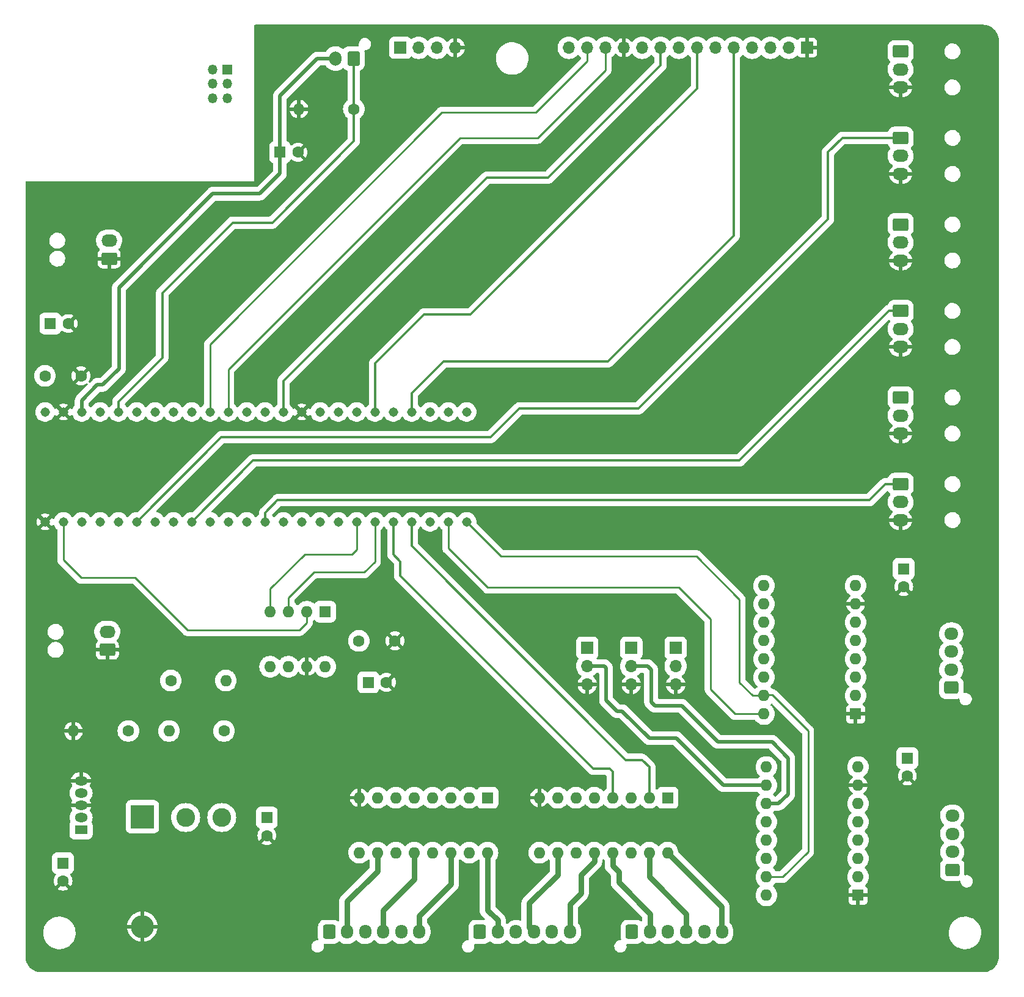
<source format=gbr>
%TF.GenerationSoftware,KiCad,Pcbnew,(7.0.0)*%
%TF.CreationDate,2023-12-07T21:26:55-05:00*%
%TF.ProjectId,PayloadPcbRev2,5061796c-6f61-4645-9063-62526576322e,rev?*%
%TF.SameCoordinates,Original*%
%TF.FileFunction,Copper,L1,Top*%
%TF.FilePolarity,Positive*%
%FSLAX46Y46*%
G04 Gerber Fmt 4.6, Leading zero omitted, Abs format (unit mm)*
G04 Created by KiCad (PCBNEW (7.0.0)) date 2023-12-07 21:26:55*
%MOMM*%
%LPD*%
G01*
G04 APERTURE LIST*
G04 Aperture macros list*
%AMRoundRect*
0 Rectangle with rounded corners*
0 $1 Rounding radius*
0 $2 $3 $4 $5 $6 $7 $8 $9 X,Y pos of 4 corners*
0 Add a 4 corners polygon primitive as box body*
4,1,4,$2,$3,$4,$5,$6,$7,$8,$9,$2,$3,0*
0 Add four circle primitives for the rounded corners*
1,1,$1+$1,$2,$3*
1,1,$1+$1,$4,$5*
1,1,$1+$1,$6,$7*
1,1,$1+$1,$8,$9*
0 Add four rect primitives between the rounded corners*
20,1,$1+$1,$2,$3,$4,$5,0*
20,1,$1+$1,$4,$5,$6,$7,0*
20,1,$1+$1,$6,$7,$8,$9,0*
20,1,$1+$1,$8,$9,$2,$3,0*%
G04 Aperture macros list end*
%TA.AperFunction,ComponentPad*%
%ADD10RoundRect,0.250000X-0.850000X-0.600000X0.850000X-0.600000X0.850000X0.600000X-0.850000X0.600000X0*%
%TD*%
%TA.AperFunction,ComponentPad*%
%ADD11O,2.200000X1.700000*%
%TD*%
%TA.AperFunction,ComponentPad*%
%ADD12R,1.700000X1.700000*%
%TD*%
%TA.AperFunction,ComponentPad*%
%ADD13O,1.700000X1.700000*%
%TD*%
%TA.AperFunction,ComponentPad*%
%ADD14R,1.600000X1.600000*%
%TD*%
%TA.AperFunction,ComponentPad*%
%ADD15C,1.600000*%
%TD*%
%TA.AperFunction,ComponentPad*%
%ADD16RoundRect,0.250000X0.850000X0.600000X-0.850000X0.600000X-0.850000X-0.600000X0.850000X-0.600000X0*%
%TD*%
%TA.AperFunction,ComponentPad*%
%ADD17O,1.600000X1.600000*%
%TD*%
%TA.AperFunction,ComponentPad*%
%ADD18R,1.800000X1.275000*%
%TD*%
%TA.AperFunction,ComponentPad*%
%ADD19O,1.800000X1.275000*%
%TD*%
%TA.AperFunction,ComponentPad*%
%ADD20O,1.800000X1.300000*%
%TD*%
%TA.AperFunction,ComponentPad*%
%ADD21RoundRect,0.250000X-0.600000X-0.725000X0.600000X-0.725000X0.600000X0.725000X-0.600000X0.725000X0*%
%TD*%
%TA.AperFunction,ComponentPad*%
%ADD22O,1.700000X1.950000*%
%TD*%
%TA.AperFunction,ComponentPad*%
%ADD23RoundRect,0.250000X0.725000X-0.600000X0.725000X0.600000X-0.725000X0.600000X-0.725000X-0.600000X0*%
%TD*%
%TA.AperFunction,ComponentPad*%
%ADD24O,1.950000X1.700000*%
%TD*%
%TA.AperFunction,ComponentPad*%
%ADD25R,3.200000X3.200000*%
%TD*%
%TA.AperFunction,ComponentPad*%
%ADD26O,3.200000X3.200000*%
%TD*%
%TA.AperFunction,ComponentPad*%
%ADD27C,2.600000*%
%TD*%
%TA.AperFunction,ComponentPad*%
%ADD28RoundRect,0.250000X0.600000X0.750000X-0.600000X0.750000X-0.600000X-0.750000X0.600000X-0.750000X0*%
%TD*%
%TA.AperFunction,ComponentPad*%
%ADD29O,1.700000X2.000000*%
%TD*%
%TA.AperFunction,ComponentPad*%
%ADD30C,1.308000*%
%TD*%
%TA.AperFunction,ComponentPad*%
%ADD31R,1.350000X1.350000*%
%TD*%
%TA.AperFunction,ComponentPad*%
%ADD32O,1.350000X1.350000*%
%TD*%
%TA.AperFunction,Conductor*%
%ADD33C,0.500000*%
%TD*%
%TA.AperFunction,Conductor*%
%ADD34C,0.250000*%
%TD*%
%TA.AperFunction,Conductor*%
%ADD35C,0.800000*%
%TD*%
%TA.AperFunction,Conductor*%
%ADD36C,0.300000*%
%TD*%
G04 APERTURE END LIST*
D10*
%TO.P,M1,1,PWM*%
%TO.N,/Motors/Servo A1 PWM*%
X183070000Y-29000000D03*
D11*
%TO.P,M1,2,+*%
%TO.N,+5V*%
X183069999Y-31499999D03*
%TO.P,M1,3,-*%
%TO.N,GND*%
X183069999Y-33999999D03*
%TD*%
D12*
%TO.P,J5,1,Pin_1*%
%TO.N,+5V*%
X145749999Y-111724999D03*
D13*
%TO.P,J5,2,Pin_2*%
%TO.N,M1*%
X145749999Y-114264999D03*
%TO.P,J5,3,Pin_3*%
%TO.N,GND*%
X145749999Y-116804999D03*
%TD*%
D14*
%TO.P,C7,1*%
%TO.N,+12V*%
X183999999Y-126999999D03*
D15*
%TO.P,C7,2*%
%TO.N,GND*%
X184000000Y-129500000D03*
%TD*%
D14*
%TO.P,C5,1*%
%TO.N,+12V*%
X66999999Y-141567620D03*
D15*
%TO.P,C5,2*%
%TO.N,GND*%
X67000000Y-144067621D03*
%TD*%
D16*
%TO.P,J9,1,Pin_1*%
%TO.N,GND*%
X73140000Y-112000000D03*
D11*
%TO.P,J9,2,Pin_2*%
%TO.N,+12V*%
X73139999Y-109499999D03*
%TD*%
D14*
%TO.P,A2,1,GND*%
%TO.N,GND*%
X176839999Y-120889999D03*
D17*
%TO.P,A2,2,~{FLT}*%
%TO.N,unconnected-(A2-~{FLT}-Pad2)*%
X176839999Y-118349999D03*
%TO.P,A2,3,A2*%
%TO.N,Step2_A2*%
X176839999Y-115809999D03*
%TO.P,A2,4,A1*%
%TO.N,Step2_A1*%
X176839999Y-113269999D03*
%TO.P,A2,5,B1*%
%TO.N,Step2_B1*%
X176839999Y-110729999D03*
%TO.P,A2,6,B2*%
%TO.N,Step2_B2*%
X176839999Y-108189999D03*
%TO.P,A2,7,GND_MOT*%
%TO.N,GND*%
X176839999Y-105649999D03*
%TO.P,A2,8,VMOT*%
%TO.N,+12V*%
X176839999Y-103109999D03*
%TO.P,A2,9,~{EN}*%
%TO.N,unconnected-(A2-~{EN}-Pad9)*%
X164139999Y-103109999D03*
%TO.P,A2,10,M0*%
%TO.N,M0*%
X164139999Y-105649999D03*
%TO.P,A2,11,M1*%
%TO.N,M1*%
X164139999Y-108189999D03*
%TO.P,A2,12,M2*%
%TO.N,M2*%
X164139999Y-110729999D03*
%TO.P,A2,13,~{RST}*%
%TO.N,+5V*%
X164139999Y-113269999D03*
%TO.P,A2,14,~{SLP}*%
X164139999Y-115809999D03*
%TO.P,A2,15,STEP*%
%TO.N,/Motors/Step*%
X164139999Y-118349999D03*
%TO.P,A2,16,DIR*%
%TO.N,/Motors/Dir*%
X164139999Y-120889999D03*
%TD*%
D14*
%TO.P,U5,1,I1*%
%TO.N,/Lights Control/L4*%
X125829999Y-132499999D03*
D17*
%TO.P,U5,2,I2*%
%TO.N,unconnected-(U5-I2-Pad2)*%
X123289999Y-132499999D03*
%TO.P,U5,3,I3*%
%TO.N,/Lights Control/L3*%
X120749999Y-132499999D03*
%TO.P,U5,4,I4*%
%TO.N,unconnected-(U5-I4-Pad4)*%
X118209999Y-132499999D03*
%TO.P,U5,5,I5*%
%TO.N,/Lights Control/L2*%
X115669999Y-132499999D03*
%TO.P,U5,6,I6*%
%TO.N,unconnected-(U5-I6-Pad6)*%
X113129999Y-132499999D03*
%TO.P,U5,7,I7*%
%TO.N,/Lights Control/L1*%
X110589999Y-132499999D03*
%TO.P,U5,8,GND*%
%TO.N,GND*%
X108049999Y-132499999D03*
%TO.P,U5,9,COM*%
%TO.N,unconnected-(U5-COM-Pad9)*%
X108049999Y-140119999D03*
%TO.P,U5,10,O7*%
%TO.N,L1_GND*%
X110589999Y-140119999D03*
%TO.P,U5,11,O6*%
%TO.N,unconnected-(U5-O6-Pad11)*%
X113129999Y-140119999D03*
%TO.P,U5,12,O5*%
%TO.N,L2_GND*%
X115669999Y-140119999D03*
%TO.P,U5,13,O4*%
%TO.N,unconnected-(U5-O4-Pad13)*%
X118209999Y-140119999D03*
%TO.P,U5,14,O3*%
%TO.N,L3_GND*%
X120749999Y-140119999D03*
%TO.P,U5,15,O2*%
%TO.N,unconnected-(U5-O2-Pad15)*%
X123289999Y-140119999D03*
%TO.P,U5,16,O1*%
%TO.N,L4_GND*%
X125829999Y-140119999D03*
%TD*%
D18*
%TO.P,U4,1,VIN*%
%TO.N,+12V*%
X69499999Y-136949999D03*
D19*
%TO.P,U4,2,OUT*%
%TO.N,/Lights Control/LM2576_Out*%
X69499999Y-135249999D03*
D20*
%TO.P,U4,3,GND*%
%TO.N,GND*%
X69499999Y-133549999D03*
D19*
%TO.P,U4,4,FB*%
%TO.N,/Lights Control/FB*%
X69499999Y-131849999D03*
%TO.P,U4,5,~{ON}/OFF*%
%TO.N,GND*%
X69499999Y-130149999D03*
%TD*%
D15*
%TO.P,R4,1*%
%TO.N,/Sensors and Connectors/V_Thermo*%
X107310000Y-37000000D03*
D17*
%TO.P,R4,2*%
%TO.N,GND*%
X99689999Y-36999999D03*
%TD*%
D16*
%TO.P,J10,1,Pin_1*%
%TO.N,GND*%
X73390000Y-57750000D03*
D11*
%TO.P,J10,2,Pin_2*%
%TO.N,+5V*%
X73389999Y-55249999D03*
%TD*%
D15*
%TO.P,R2,1*%
%TO.N,Light_PWR*%
X89310000Y-123250000D03*
D17*
%TO.P,R2,2*%
%TO.N,/Lights Control/FB*%
X81689999Y-123249999D03*
%TD*%
D10*
%TO.P,M6,1,PWM*%
%TO.N,/Motors/Servo S3 PWM*%
X183070000Y-89000000D03*
D11*
%TO.P,M6,2,+*%
%TO.N,+5V*%
X183069999Y-91499999D03*
%TO.P,M6,3,-*%
%TO.N,GND*%
X183069999Y-93999999D03*
%TD*%
D12*
%TO.P,J11,1,Pin_1*%
%TO.N,GND*%
X170109999Y-28499999D03*
D13*
%TO.P,J11,2,Pin_2*%
%TO.N,/Sensors and Connectors/GPIO34*%
X167569999Y-28499999D03*
%TO.P,J11,3,Pin_3*%
%TO.N,/Sensors and Connectors/GPIO35*%
X165029999Y-28499999D03*
%TO.P,J11,4,Pin_4*%
%TO.N,+5V*%
X162489999Y-28499999D03*
%TO.P,J11,5,Pin_5*%
%TO.N,/Sensors and Connectors/GPIO36*%
X159949999Y-28499999D03*
%TO.P,J11,6,Pin_6*%
%TO.N,/Sensors and Connectors/GPIO37*%
X157409999Y-28499999D03*
%TO.P,J11,7,Pin_7*%
%TO.N,/Sensors and Connectors/GPIO38*%
X154869999Y-28499999D03*
%TO.P,J11,8,Pin_8*%
%TO.N,/Sensors and Connectors/GPIO41*%
X152329999Y-28499999D03*
%TO.P,J11,9,Pin_9*%
%TO.N,/Sensors and Connectors/GPIO13*%
X149789999Y-28499999D03*
%TO.P,J11,10,Pin_10*%
%TO.N,/Sensors and Connectors/GPIO14*%
X147249999Y-28499999D03*
%TO.P,J11,11,Pin_11*%
%TO.N,GND*%
X144709999Y-28499999D03*
%TO.P,J11,12,Pin_12*%
%TO.N,/Sensors and Connectors/GPIO16*%
X142169999Y-28499999D03*
%TO.P,J11,13,Pin_13*%
%TO.N,/Sensors and Connectors/GPIO17*%
X139629999Y-28499999D03*
%TO.P,J11,14,Pin_14*%
%TO.N,+5V*%
X137089999Y-28499999D03*
%TD*%
D15*
%TO.P,R3,1*%
%TO.N,/Lights Control/FB*%
X81940000Y-116250000D03*
D17*
%TO.P,R3,2*%
%TO.N,Vctrl*%
X89559999Y-116249999D03*
%TD*%
%TO.P,U6,16,O1*%
%TO.N,L9_GND*%
X150779999Y-140119999D03*
%TO.P,U6,15,O2*%
%TO.N,L8_GND*%
X148239999Y-140119999D03*
%TO.P,U6,14,O3*%
%TO.N,unconnected-(U6-O3-Pad14)*%
X145699999Y-140119999D03*
%TO.P,U6,13,O4*%
%TO.N,L7_GND*%
X143159999Y-140119999D03*
%TO.P,U6,12,O5*%
%TO.N,L6_GND*%
X140619999Y-140119999D03*
%TO.P,U6,11,O6*%
%TO.N,unconnected-(U6-O6-Pad11)*%
X138079999Y-140119999D03*
%TO.P,U6,10,O7*%
%TO.N,L5_GND*%
X135539999Y-140119999D03*
%TO.P,U6,9,COM*%
%TO.N,unconnected-(U6-COM-Pad9)*%
X132999999Y-140119999D03*
%TO.P,U6,8,GND*%
%TO.N,GND*%
X132999999Y-132499999D03*
%TO.P,U6,7,I7*%
%TO.N,/Lights Control/L5*%
X135539999Y-132499999D03*
%TO.P,U6,6,I6*%
%TO.N,unconnected-(U6-I6-Pad6)*%
X138079999Y-132499999D03*
%TO.P,U6,5,I5*%
%TO.N,/Lights Control/L6*%
X140619999Y-132499999D03*
%TO.P,U6,4,I4*%
%TO.N,/Lights Control/L7*%
X143159999Y-132499999D03*
%TO.P,U6,3,I3*%
%TO.N,unconnected-(U6-I3-Pad3)*%
X145699999Y-132499999D03*
%TO.P,U6,2,I2*%
%TO.N,/Lights Control/L8*%
X148239999Y-132499999D03*
D14*
%TO.P,U6,1,I1*%
%TO.N,/Lights Control/L9*%
X150779999Y-132499999D03*
%TD*%
D12*
%TO.P,J4,1,Pin_1*%
%TO.N,+5V*%
X139649999Y-111699999D03*
D13*
%TO.P,J4,2,Pin_2*%
%TO.N,M0*%
X139649999Y-114239999D03*
%TO.P,J4,3,Pin_3*%
%TO.N,GND*%
X139649999Y-116779999D03*
%TD*%
D15*
%TO.P,C4,1*%
%TO.N,+5V*%
X108000000Y-110750000D03*
%TO.P,C4,2*%
%TO.N,GND*%
X113000000Y-110750000D03*
%TD*%
D21*
%TO.P,J1,1,Pin_1*%
%TO.N,Light_PWR*%
X103880000Y-151120000D03*
D22*
%TO.P,J1,2,Pin_2*%
%TO.N,L1_GND*%
X106379999Y-151119999D03*
%TO.P,J1,3,Pin_3*%
%TO.N,Light_PWR*%
X108879999Y-151119999D03*
%TO.P,J1,4,Pin_4*%
%TO.N,L2_GND*%
X111379999Y-151119999D03*
%TO.P,J1,5,Pin_5*%
%TO.N,Light_PWR*%
X113879999Y-151119999D03*
%TO.P,J1,6,Pin_6*%
%TO.N,L3_GND*%
X116379999Y-151119999D03*
%TD*%
D15*
%TO.P,R1,1*%
%TO.N,/Lights Control/FB*%
X76060000Y-123250000D03*
D17*
%TO.P,R1,2*%
%TO.N,GND*%
X68439999Y-123249999D03*
%TD*%
D14*
%TO.P,C1,1*%
%TO.N,+5V*%
X65249999Y-66749999D03*
D15*
%TO.P,C1,2*%
%TO.N,GND*%
X67750000Y-66750000D03*
%TD*%
D10*
%TO.P,M2,1,PWM*%
%TO.N,/Motors/Servo A2 PWM*%
X183070000Y-41000000D03*
D11*
%TO.P,M2,2,+*%
%TO.N,+5V*%
X183069999Y-43499999D03*
%TO.P,M2,3,-*%
%TO.N,GND*%
X183069999Y-45999999D03*
%TD*%
D23*
%TO.P,J7,1,Pin_1*%
%TO.N,Step1_A1*%
X190225000Y-142500000D03*
D24*
%TO.P,J7,2,Pin_2*%
%TO.N,Step1_A2*%
X190224999Y-139999999D03*
%TO.P,J7,3,Pin_3*%
%TO.N,Step1_B1*%
X190224999Y-137499999D03*
%TO.P,J7,4,Pin_4*%
%TO.N,Step1_B2*%
X190224999Y-134999999D03*
%TD*%
D14*
%TO.P,C3,1*%
%TO.N,+5V*%
X109317620Y-116499999D03*
D15*
%TO.P,C3,2*%
%TO.N,GND*%
X111817621Y-116500000D03*
%TD*%
D14*
%TO.P,C6,1*%
%TO.N,Light_PWR*%
X95249999Y-135249999D03*
D15*
%TO.P,C6,2*%
%TO.N,GND*%
X95250000Y-137750000D03*
%TD*%
D25*
%TO.P,D1,1,K*%
%TO.N,/Lights Control/LM2576_Out*%
X77999999Y-135129999D03*
D26*
%TO.P,D1,2,A*%
%TO.N,GND*%
X77999999Y-150369999D03*
%TD*%
D21*
%TO.P,J3,1,Pin_1*%
%TO.N,Light_PWR*%
X145850000Y-151120000D03*
D22*
%TO.P,J3,2,Pin_2*%
%TO.N,L7_GND*%
X148349999Y-151119999D03*
%TO.P,J3,3,Pin_3*%
%TO.N,Light_PWR*%
X150849999Y-151119999D03*
%TO.P,J3,4,Pin_4*%
%TO.N,L8_GND*%
X153349999Y-151119999D03*
%TO.P,J3,5,Pin_5*%
%TO.N,Light_PWR*%
X155849999Y-151119999D03*
%TO.P,J3,6,Pin_6*%
%TO.N,L9_GND*%
X158349999Y-151119999D03*
%TD*%
D10*
%TO.P,M3,1,PWM*%
%TO.N,/Motors/Servo A3 PWM*%
X183070000Y-53000000D03*
D11*
%TO.P,M3,2,+*%
%TO.N,+5V*%
X183069999Y-55499999D03*
%TO.P,M3,3,-*%
%TO.N,GND*%
X183069999Y-57999999D03*
%TD*%
D10*
%TO.P,M4,1,PWM*%
%TO.N,/Motors/Servo S1 PWM*%
X183070000Y-65000000D03*
D11*
%TO.P,M4,2,+*%
%TO.N,+5V*%
X183069999Y-67499999D03*
%TO.P,M4,3,-*%
%TO.N,GND*%
X183069999Y-69999999D03*
%TD*%
D14*
%TO.P,A1,1,GND*%
%TO.N,GND*%
X177179999Y-146029999D03*
D17*
%TO.P,A1,2,~{FLT}*%
%TO.N,unconnected-(A1-~{FLT}-Pad2)*%
X177179999Y-143489999D03*
%TO.P,A1,3,A2*%
%TO.N,Step1_A2*%
X177179999Y-140949999D03*
%TO.P,A1,4,A1*%
%TO.N,Step1_A1*%
X177179999Y-138409999D03*
%TO.P,A1,5,B1*%
%TO.N,Step1_B1*%
X177179999Y-135869999D03*
%TO.P,A1,6,B2*%
%TO.N,Step1_B2*%
X177179999Y-133329999D03*
%TO.P,A1,7,GND_MOT*%
%TO.N,GND*%
X177179999Y-130789999D03*
%TO.P,A1,8,VMOT*%
%TO.N,+12V*%
X177179999Y-128249999D03*
%TO.P,A1,9,~{EN}*%
%TO.N,unconnected-(A1-~{EN}-Pad9)*%
X164479999Y-128249999D03*
%TO.P,A1,10,M0*%
%TO.N,M0*%
X164479999Y-130789999D03*
%TO.P,A1,11,M1*%
%TO.N,M1*%
X164479999Y-133329999D03*
%TO.P,A1,12,M2*%
%TO.N,M2*%
X164479999Y-135869999D03*
%TO.P,A1,13,~{RST}*%
%TO.N,+5V*%
X164479999Y-138409999D03*
%TO.P,A1,14,~{SLP}*%
X164479999Y-140949999D03*
%TO.P,A1,15,STEP*%
%TO.N,/Motors/Step*%
X164479999Y-143489999D03*
%TO.P,A1,16,DIR*%
%TO.N,/Motors/Dir*%
X164479999Y-146029999D03*
%TD*%
D23*
%TO.P,J8,1,Pin_1*%
%TO.N,Step2_A1*%
X190090000Y-117250000D03*
D24*
%TO.P,J8,2,Pin_2*%
%TO.N,Step2_A2*%
X190089999Y-114749999D03*
%TO.P,J8,3,Pin_3*%
%TO.N,Step2_B1*%
X190089999Y-112249999D03*
%TO.P,J8,4,Pin_4*%
%TO.N,Step2_B2*%
X190089999Y-109749999D03*
%TD*%
D12*
%TO.P,U7,1,Vin*%
%TO.N,+5V*%
X113749999Y-28499999D03*
D13*
%TO.P,U7,3,GND*%
%TO.N,GND*%
X121369999Y-28499999D03*
%TO.P,U7,4,SCK/SCL*%
%TO.N,/Sensors and Connectors/BME_SCL*%
X116289999Y-28499999D03*
%TO.P,U7,6,SDI/SDA*%
%TO.N,/Sensors and Connectors/BME_SDA*%
X118829999Y-28499999D03*
%TD*%
D15*
%TO.P,C2,1*%
%TO.N,+5V*%
X64500000Y-74000000D03*
%TO.P,C2,2*%
%TO.N,GND*%
X69500000Y-74000000D03*
%TD*%
D27*
%TO.P,L1,1,1*%
%TO.N,/Lights Control/LM2576_Out*%
X84000000Y-135250000D03*
%TO.P,L1,2,2*%
%TO.N,Light_PWR*%
X89000000Y-135250000D03*
%TD*%
D14*
%TO.P,C9,1*%
%TO.N,/Sensors and Connectors/3V3*%
X97067620Y-42999999D03*
D15*
%TO.P,C9,2*%
%TO.N,GND*%
X99567621Y-43000000D03*
%TD*%
D12*
%TO.P,J6,1,Pin_1*%
%TO.N,+5V*%
X151899999Y-111724999D03*
D13*
%TO.P,J6,2,Pin_2*%
%TO.N,M2*%
X151899999Y-114264999D03*
%TO.P,J6,3,Pin_3*%
%TO.N,GND*%
X151899999Y-116804999D03*
%TD*%
D28*
%TO.P,TH1,1*%
%TO.N,/Sensors and Connectors/V_Thermo*%
X107250000Y-30000000D03*
D29*
%TO.P,TH1,2*%
%TO.N,/Sensors and Connectors/3V3*%
X104749999Y-29999999D03*
%TD*%
D21*
%TO.P,J2,1,Pin_1*%
%TO.N,Light_PWR*%
X124750000Y-151120000D03*
D22*
%TO.P,J2,2,Pin_2*%
%TO.N,L4_GND*%
X127249999Y-151119999D03*
%TO.P,J2,3,Pin_3*%
%TO.N,Light_PWR*%
X129749999Y-151119999D03*
%TO.P,J2,4,Pin_4*%
%TO.N,L5_GND*%
X132249999Y-151119999D03*
%TO.P,J2,5,Pin_5*%
%TO.N,Light_PWR*%
X134749999Y-151119999D03*
%TO.P,J2,6,Pin_6*%
%TO.N,L6_GND*%
X137249999Y-151119999D03*
%TD*%
D14*
%TO.P,C8,1*%
%TO.N,+12V*%
X183499999Y-100749999D03*
D15*
%TO.P,C8,2*%
%TO.N,GND*%
X183500000Y-103250000D03*
%TD*%
D10*
%TO.P,M5,1,PWM*%
%TO.N,/Motors/Servo S2 PWM*%
X183070000Y-77000000D03*
D11*
%TO.P,M5,2,+*%
%TO.N,+5V*%
X183069999Y-79499999D03*
%TO.P,M5,3,-*%
%TO.N,GND*%
X183069999Y-81999999D03*
%TD*%
D30*
%TO.P,U1,0,GPIO0*%
%TO.N,/Lights Control/DAC_CS*%
X67050000Y-94250000D03*
%TO.P,U1,1,GPIO1*%
%TO.N,/Lights Control/LDAC*%
X69590000Y-94250000D03*
%TO.P,U1,2,GPIO2*%
%TO.N,unconnected-(U1-GPIO2-Pad2)*%
X72130000Y-94250000D03*
%TO.P,U1,3,GPIO3*%
%TO.N,unconnected-(U1-GPIO3-Pad3)*%
X74670000Y-94250000D03*
%TO.P,U1,3.3V_1,3.3V*%
%TO.N,unconnected-(U1-3.3V-Pad3.3V_1)*%
X100070000Y-94250000D03*
%TO.P,U1,3.3V_2,3.3V__1*%
%TO.N,/Sensors and Connectors/3V3*%
X69590000Y-79010000D03*
%TO.P,U1,4,GPIO4*%
%TO.N,/Motors/Servo A2 PWM*%
X77210000Y-94250000D03*
%TO.P,U1,5,GPIO5*%
%TO.N,/Motors/Servo A3 PWM*%
X79750000Y-94250000D03*
%TO.P,U1,6,GPIO6*%
%TO.N,/Lights Control/L1*%
X82290000Y-94250000D03*
%TO.P,U1,7,GPIO7*%
%TO.N,/Motors/Servo S1 PWM*%
X84830000Y-94250000D03*
%TO.P,U1,8,GPIO8*%
%TO.N,/Lights Control/L2*%
X87370000Y-94250000D03*
%TO.P,U1,9,GPIO9*%
%TO.N,/Motors/Servo S2 PWM*%
X89910000Y-94250000D03*
%TO.P,U1,10,GPIO10*%
%TO.N,/Lights Control/L3*%
X92450000Y-94250000D03*
%TO.P,U1,11,GPIO11*%
%TO.N,/Motors/Servo S3 PWM*%
X94990000Y-94250000D03*
%TO.P,U1,12,GPIO12*%
%TO.N,/Lights Control/L4*%
X97530000Y-94250000D03*
%TO.P,U1,13,GPIO13*%
%TO.N,/Sensors and Connectors/GPIO13*%
X97530000Y-79010000D03*
%TO.P,U1,14,A0/GPIO14*%
%TO.N,/Sensors and Connectors/GPIO14*%
X94990000Y-79010000D03*
%TO.P,U1,15,A1/GPIO15*%
%TO.N,unconnected-(U1-A1{slash}GPIO15-Pad15)*%
X92450000Y-79010000D03*
%TO.P,U1,16,A2/GPIO16*%
%TO.N,/Sensors and Connectors/GPIO16*%
X89910000Y-79010000D03*
%TO.P,U1,17,A3/GPIO17*%
%TO.N,/Sensors and Connectors/GPIO17*%
X87370000Y-79010000D03*
%TO.P,U1,18,A4/GPIO18*%
%TO.N,/Sensors and Connectors/BME_SDA*%
X84830000Y-79010000D03*
%TO.P,U1,19,A5/GPIO19*%
%TO.N,/Sensors and Connectors/BME_SCL*%
X82290000Y-79010000D03*
%TO.P,U1,20,A6/GPIO20*%
%TO.N,unconnected-(U1-A6{slash}GPIO20-Pad20)*%
X79750000Y-79010000D03*
%TO.P,U1,21,A7/GPIO21*%
%TO.N,unconnected-(U1-A7{slash}GPIO21-Pad21)*%
X77210000Y-79010000D03*
%TO.P,U1,22,A8/GPIO22*%
%TO.N,/Sensors and Connectors/V_Thermo*%
X74670000Y-79010000D03*
%TO.P,U1,23,A9/GPIO23*%
%TO.N,unconnected-(U1-A9{slash}GPIO23-Pad23)*%
X72130000Y-79010000D03*
%TO.P,U1,24,A10/GPIO24*%
%TO.N,/Lights Control/L5*%
X102610000Y-94250000D03*
%TO.P,U1,25,A11/GPIO25*%
%TO.N,/Lights Control/L6*%
X105150000Y-94250000D03*
%TO.P,U1,26,A12/GPIO26*%
%TO.N,/Lights Control/DAC_MOSI*%
X107690000Y-94250000D03*
%TO.P,U1,27,A13/GPIO27*%
%TO.N,/Lights Control/DAC_SCK*%
X110230000Y-94250000D03*
%TO.P,U1,28,GPIO28*%
%TO.N,/Lights Control/L7*%
X112770000Y-94250000D03*
%TO.P,U1,29,GPIO29*%
%TO.N,/Lights Control/L8*%
X115310000Y-94250000D03*
%TO.P,U1,30,GPIO30*%
%TO.N,/Lights Control/L9*%
X117850000Y-94250000D03*
%TO.P,U1,31,GPIO31*%
%TO.N,/Motors/Dir*%
X120390000Y-94250000D03*
%TO.P,U1,32,GPIO32*%
%TO.N,/Motors/Step*%
X122930000Y-94250000D03*
%TO.P,U1,33,GPIO33*%
%TO.N,/Motors/Servo A1 PWM*%
X122930000Y-79010000D03*
%TO.P,U1,34,GPIO34*%
%TO.N,/Sensors and Connectors/GPIO34*%
X120390000Y-79010000D03*
%TO.P,U1,35,GPIO35*%
%TO.N,/Sensors and Connectors/GPIO35*%
X117850000Y-79010000D03*
%TO.P,U1,36,GPIO36*%
%TO.N,/Sensors and Connectors/GPIO36*%
X115310000Y-79010000D03*
%TO.P,U1,37,GPIO37*%
%TO.N,/Sensors and Connectors/GPIO37*%
X112770000Y-79010000D03*
%TO.P,U1,38,A14/GPIO38*%
%TO.N,/Sensors and Connectors/GPIO38*%
X110230000Y-79010000D03*
%TO.P,U1,39,A15/GPIO39*%
%TO.N,unconnected-(U1-A15{slash}GPIO39-Pad39)*%
X107690000Y-79010000D03*
%TO.P,U1,40,A16/GPIO40*%
%TO.N,unconnected-(U1-A16{slash}GPIO40-Pad40)*%
X105150000Y-79010000D03*
%TO.P,U1,41,A17/GPIO41*%
%TO.N,/Sensors and Connectors/GPIO41*%
X102610000Y-79010000D03*
%TO.P,U1,GND1,GND*%
%TO.N,GND*%
X64510000Y-94250000D03*
%TO.P,U1,GND2,GND*%
X100070000Y-79010000D03*
%TO.P,U1,GND3,GND*%
X67050000Y-79010000D03*
%TO.P,U1,VIN,VIN*%
%TO.N,+5V*%
X64510000Y-79010000D03*
%TD*%
D14*
%TO.P,U3,1,VDD*%
%TO.N,+5V*%
X103329999Y-106699999D03*
D17*
%TO.P,U3,2,~{CS}*%
%TO.N,/Lights Control/DAC_CS*%
X100789999Y-106699999D03*
%TO.P,U3,3,SCK*%
%TO.N,/Lights Control/DAC_SCK*%
X98249999Y-106699999D03*
%TO.P,U3,4,SDI*%
%TO.N,/Lights Control/DAC_MOSI*%
X95709999Y-106699999D03*
%TO.P,U3,5,~{LDAC}*%
%TO.N,/Lights Control/LDAC*%
X95709999Y-114319999D03*
%TO.P,U3,6,VrefA*%
%TO.N,+5V*%
X98249999Y-114319999D03*
%TO.P,U3,7,AVSS*%
%TO.N,GND*%
X100789999Y-114319999D03*
%TO.P,U3,8,VoutA*%
%TO.N,Vctrl*%
X103329999Y-114319999D03*
%TD*%
D31*
%TO.P,U2,1*%
%TO.N,N/C*%
X89749999Y-31499999D03*
D32*
%TO.P,U2,2*%
X87749999Y-31499999D03*
%TO.P,U2,3*%
X89749999Y-33499999D03*
%TO.P,U2,4*%
X87749999Y-33499999D03*
%TO.P,U2,5*%
X89749999Y-35499999D03*
%TO.P,U2,6*%
X87749999Y-35499999D03*
%TD*%
D33*
%TO.N,M0*%
X158500000Y-130750000D02*
X152000000Y-124250000D01*
X143750000Y-120500000D02*
X142250000Y-119000000D01*
X142250000Y-114500000D02*
X141990000Y-114240000D01*
X164480000Y-130790000D02*
X164440000Y-130750000D01*
X148250000Y-124250000D02*
X144500000Y-120500000D01*
X142250000Y-119000000D02*
X142250000Y-114500000D01*
X141990000Y-114240000D02*
X139650000Y-114240000D01*
X164440000Y-130750000D02*
X158500000Y-130750000D01*
X144500000Y-120500000D02*
X143750000Y-120500000D01*
X152000000Y-124250000D02*
X148250000Y-124250000D01*
%TO.N,M1*%
X149000000Y-119750000D02*
X152750000Y-119750000D01*
X157750000Y-124750000D02*
X159250000Y-124750000D01*
X148500000Y-119250000D02*
X148500000Y-114750000D01*
X164480000Y-133330000D02*
X166170000Y-133330000D01*
X147985000Y-114265000D02*
X145750000Y-114265000D01*
X166170000Y-133330000D02*
X167500000Y-132000000D01*
X148000000Y-114250000D02*
X147985000Y-114265000D01*
X148500000Y-119250000D02*
X149000000Y-119750000D01*
X148500000Y-114750000D02*
X148000000Y-114250000D01*
X165250000Y-124750000D02*
X159250000Y-124750000D01*
X167500000Y-127000000D02*
X165250000Y-124750000D01*
X167500000Y-132000000D02*
X167500000Y-127000000D01*
X152750000Y-119750000D02*
X157750000Y-124750000D01*
D34*
%TO.N,/Motors/Step*%
X154750000Y-99000000D02*
X127680000Y-99000000D01*
X164240000Y-118250000D02*
X164140000Y-118350000D01*
X127680000Y-99000000D02*
X122930000Y-94250000D01*
X162600000Y-118350000D02*
X160750000Y-116500000D01*
X160750000Y-116500000D02*
X160750000Y-105000000D01*
X164480000Y-143490000D02*
X166760000Y-143490000D01*
X165250000Y-118250000D02*
X164240000Y-118250000D01*
X160750000Y-105000000D02*
X154750000Y-99000000D01*
X170250000Y-140000000D02*
X170250000Y-123250000D01*
X170250000Y-123250000D02*
X165250000Y-118250000D01*
X166760000Y-143490000D02*
X170250000Y-140000000D01*
X164140000Y-118350000D02*
X162600000Y-118350000D01*
%TO.N,/Motors/Dir*%
X152360000Y-103360000D02*
X125860000Y-103360000D01*
X120390000Y-97890000D02*
X120390000Y-94250000D01*
X156750000Y-107750000D02*
X152360000Y-103360000D01*
X125860000Y-103360000D02*
X120390000Y-97890000D01*
X156750000Y-117500000D02*
X156750000Y-107750000D01*
X160140000Y-120890000D02*
X156750000Y-117500000D01*
X164140000Y-120890000D02*
X160140000Y-120890000D01*
D35*
%TO.N,L1_GND*%
X106380000Y-151120000D02*
X106380000Y-146870000D01*
X106380000Y-146870000D02*
X110590000Y-142660000D01*
X110590000Y-142660000D02*
X110590000Y-140120000D01*
%TO.N,L2_GND*%
X111380000Y-148120000D02*
X115670000Y-143830000D01*
X111380000Y-151120000D02*
X111380000Y-148120000D01*
X115670000Y-143830000D02*
X115670000Y-140120000D01*
%TO.N,L3_GND*%
X116380000Y-148870000D02*
X120750000Y-144500000D01*
X116380000Y-151120000D02*
X116380000Y-148870000D01*
X120750000Y-144500000D02*
X120750000Y-140120000D01*
%TO.N,L4_GND*%
X127250000Y-149500000D02*
X125830000Y-148080000D01*
X127250000Y-151120000D02*
X127250000Y-149500000D01*
X125830000Y-148080000D02*
X125830000Y-140120000D01*
%TO.N,L5_GND*%
X132250000Y-151120000D02*
X131630000Y-150500000D01*
X131630000Y-147120000D02*
X135540000Y-143210000D01*
X131630000Y-150500000D02*
X131630000Y-147120000D01*
X135540000Y-143210000D02*
X135540000Y-140120000D01*
%TO.N,L6_GND*%
X138750000Y-145750000D02*
X138750000Y-143250000D01*
X137250000Y-147250000D02*
X138750000Y-145750000D01*
X137250000Y-151120000D02*
X137250000Y-147250000D01*
X140620000Y-141380000D02*
X140620000Y-140120000D01*
X138750000Y-143250000D02*
X140620000Y-141380000D01*
%TO.N,L7_GND*%
X144000000Y-144250000D02*
X144000000Y-142750000D01*
X143160000Y-141910000D02*
X143160000Y-140120000D01*
X144000000Y-142750000D02*
X143160000Y-141910000D01*
X148350000Y-148600000D02*
X144000000Y-144250000D01*
X148350000Y-151120000D02*
X148350000Y-148600000D01*
%TO.N,L8_GND*%
X153350000Y-148600000D02*
X148240000Y-143490000D01*
X148240000Y-143490000D02*
X148240000Y-140120000D01*
X153350000Y-151120000D02*
X153350000Y-148600000D01*
%TO.N,L9_GND*%
X158250000Y-151020000D02*
X158250000Y-147590000D01*
X158350000Y-151120000D02*
X158250000Y-151020000D01*
X158250000Y-147590000D02*
X150780000Y-140120000D01*
D36*
%TO.N,/Motors/Servo A2 PWM*%
X130250000Y-78500000D02*
X146750000Y-78500000D01*
X146750000Y-78500000D02*
X173000000Y-52250000D01*
X173000000Y-43000000D02*
X175000000Y-41000000D01*
X173000000Y-52250000D02*
X173000000Y-43000000D01*
X126250000Y-82500000D02*
X130250000Y-78500000D01*
X88960000Y-82500000D02*
X126250000Y-82500000D01*
X175000000Y-41000000D02*
X183070000Y-41000000D01*
X77210000Y-94250000D02*
X88960000Y-82500000D01*
%TO.N,/Motors/Servo S1 PWM*%
X93330000Y-85750000D02*
X160710000Y-85750000D01*
X84830000Y-94250000D02*
X93330000Y-85750000D01*
X160710000Y-85750000D02*
X181460000Y-65000000D01*
X181460000Y-65000000D02*
X183070000Y-65000000D01*
%TO.N,/Motors/Servo S3 PWM*%
X183070000Y-89000000D02*
X180960000Y-89000000D01*
X178710000Y-91250000D02*
X96750000Y-91250000D01*
X96750000Y-91250000D02*
X94990000Y-93010000D01*
X94990000Y-93010000D02*
X94990000Y-94250000D01*
X180960000Y-89000000D02*
X178710000Y-91250000D01*
D34*
%TO.N,/Lights Control/DAC_MOSI*%
X107000000Y-98750000D02*
X100500000Y-98750000D01*
X107690000Y-98060000D02*
X107000000Y-98750000D01*
X107690000Y-94250000D02*
X107690000Y-98060000D01*
X95710000Y-103540000D02*
X95710000Y-106200000D01*
X100500000Y-98750000D02*
X95710000Y-103540000D01*
%TO.N,/Lights Control/DAC_SCK*%
X108750000Y-101250000D02*
X101750000Y-101250000D01*
X110230000Y-99770000D02*
X108750000Y-101250000D01*
X98250000Y-104750000D02*
X98250000Y-106700000D01*
X101750000Y-101250000D02*
X98250000Y-104750000D01*
X110230000Y-94250000D02*
X110230000Y-99770000D01*
%TO.N,/Lights Control/DAC_CS*%
X69500000Y-102000000D02*
X67050000Y-99550000D01*
X100790000Y-108210000D02*
X99750000Y-109250000D01*
X67050000Y-99550000D02*
X67050000Y-94250000D01*
X77000000Y-102000000D02*
X69500000Y-102000000D01*
X100790000Y-106700000D02*
X100790000Y-108210000D01*
X84250000Y-109250000D02*
X77000000Y-102000000D01*
X99750000Y-109250000D02*
X84250000Y-109250000D01*
D33*
%TO.N,/Sensors and Connectors/3V3*%
X97067621Y-35182379D02*
X102250000Y-30000000D01*
X71750000Y-75250000D02*
X72500000Y-75250000D01*
X94250000Y-48750000D02*
X97067621Y-45932379D01*
X97067621Y-45932379D02*
X97067621Y-43000000D01*
X87750000Y-48750000D02*
X94250000Y-48750000D01*
X72500000Y-75250000D02*
X74750000Y-73000000D01*
X97067621Y-43000000D02*
X97067621Y-35182379D01*
X74750000Y-61750000D02*
X87750000Y-48750000D01*
X74750000Y-73000000D02*
X74750000Y-61750000D01*
X69590000Y-77410000D02*
X71750000Y-75250000D01*
X102250000Y-30000000D02*
X104750000Y-30000000D01*
X69590000Y-79010000D02*
X69590000Y-77410000D01*
D36*
%TO.N,/Sensors and Connectors/V_Thermo*%
X74670000Y-77580000D02*
X80750000Y-71500000D01*
X80750000Y-71500000D02*
X80750000Y-62500000D01*
X74670000Y-79010000D02*
X74670000Y-77580000D01*
X90500000Y-52750000D02*
X96000000Y-52750000D01*
X96000000Y-52750000D02*
X107310000Y-41440000D01*
X107310000Y-41440000D02*
X107310000Y-37000000D01*
X107310000Y-37000000D02*
X107310000Y-30060000D01*
X80750000Y-62500000D02*
X90500000Y-52750000D01*
X107310000Y-30060000D02*
X107250000Y-30000000D01*
%TO.N,/Sensors and Connectors/GPIO38*%
X110230000Y-72270000D02*
X110230000Y-79010000D01*
X117000000Y-65500000D02*
X110230000Y-72270000D01*
X154870000Y-28500000D02*
X154870000Y-34130000D01*
X154870000Y-34130000D02*
X123500000Y-65500000D01*
X123500000Y-65500000D02*
X117000000Y-65500000D01*
%TO.N,/Sensors and Connectors/GPIO36*%
X115310000Y-76440000D02*
X119750000Y-72000000D01*
X119750000Y-72000000D02*
X142500000Y-72000000D01*
X159950000Y-54550000D02*
X159950000Y-28500000D01*
X142500000Y-72000000D02*
X159950000Y-54550000D01*
X115310000Y-79010000D02*
X115310000Y-76440000D01*
%TO.N,/Sensors and Connectors/GPIO13*%
X125750000Y-46500000D02*
X134250000Y-46500000D01*
X97530000Y-79010000D02*
X97530000Y-74720000D01*
X97530000Y-74720000D02*
X125750000Y-46500000D01*
X149790000Y-30960000D02*
X149790000Y-28500000D01*
X134250000Y-46500000D02*
X149790000Y-30960000D01*
D34*
%TO.N,/Sensors and Connectors/GPIO17*%
X132500000Y-37500000D02*
X139630000Y-30370000D01*
X87370000Y-79010000D02*
X87370000Y-69630000D01*
X119500000Y-37500000D02*
X132500000Y-37500000D01*
X139630000Y-30370000D02*
X139630000Y-28500000D01*
X87370000Y-69630000D02*
X119500000Y-37500000D01*
%TO.N,/Sensors and Connectors/GPIO16*%
X122000000Y-41000000D02*
X132750000Y-41000000D01*
X89910000Y-79010000D02*
X89910000Y-73090000D01*
X142170000Y-31580000D02*
X142170000Y-28500000D01*
X89910000Y-73090000D02*
X122000000Y-41000000D01*
X132750000Y-41000000D02*
X142170000Y-31580000D01*
D36*
%TO.N,/Lights Control/L7*%
X113750000Y-99750000D02*
X112770000Y-98770000D01*
X140500000Y-128500000D02*
X113750000Y-101750000D01*
X142750000Y-128500000D02*
X140500000Y-128500000D01*
X143160000Y-128910000D02*
X142750000Y-128500000D01*
X112770000Y-98770000D02*
X112770000Y-94250000D01*
X113750000Y-101750000D02*
X113750000Y-99750000D01*
X143160000Y-132500000D02*
X143160000Y-128910000D01*
%TO.N,/Lights Control/L8*%
X145000000Y-127250000D02*
X147250000Y-127250000D01*
X115310000Y-94250000D02*
X115310000Y-97560000D01*
X115310000Y-97560000D02*
X145000000Y-127250000D01*
X148240000Y-128240000D02*
X148240000Y-132500000D01*
X147250000Y-127250000D02*
X148240000Y-128240000D01*
%TD*%
%TA.AperFunction,Conductor*%
%TO.N,GND*%
G36*
X103413233Y-30965886D02*
G01*
X103458211Y-31008226D01*
X103503733Y-31080214D01*
X103506432Y-31084481D01*
X103672437Y-31271862D01*
X103781099Y-31360582D01*
X103854730Y-31420701D01*
X103866350Y-31430188D01*
X104083150Y-31555357D01*
X104317220Y-31644128D01*
X104562500Y-31694202D01*
X104812635Y-31704282D01*
X105061149Y-31674107D01*
X105301604Y-31604459D01*
X105527772Y-31497141D01*
X105733797Y-31354932D01*
X105739432Y-31349518D01*
X105740464Y-31348968D01*
X105741272Y-31348309D01*
X105741402Y-31348468D01*
X105798924Y-31317788D01*
X105866225Y-31321879D01*
X105921437Y-31360582D01*
X105974429Y-31425571D01*
X106124249Y-31547734D01*
X106295594Y-31637237D01*
X106369613Y-31658417D01*
X106416270Y-31683546D01*
X106448175Y-31725861D01*
X106459500Y-31777632D01*
X106459500Y-35699915D01*
X106446900Y-35754375D01*
X106411662Y-35797768D01*
X106321969Y-35867579D01*
X106290256Y-35892262D01*
X106286793Y-35896023D01*
X106286784Y-35896032D01*
X106125311Y-36071439D01*
X106125305Y-36071446D01*
X106121836Y-36075215D01*
X106119031Y-36079506D01*
X106119028Y-36079512D01*
X105988631Y-36279099D01*
X105988624Y-36279111D01*
X105985827Y-36283393D01*
X105983772Y-36288077D01*
X105983766Y-36288089D01*
X105887997Y-36506422D01*
X105885937Y-36511119D01*
X105884679Y-36516084D01*
X105884678Y-36516089D01*
X105826151Y-36747204D01*
X105826149Y-36747213D01*
X105824892Y-36752179D01*
X105824468Y-36757288D01*
X105824467Y-36757298D01*
X105806042Y-36979660D01*
X105804357Y-37000000D01*
X105804781Y-37005117D01*
X105824467Y-37242701D01*
X105824468Y-37242709D01*
X105824892Y-37247821D01*
X105826149Y-37252788D01*
X105826151Y-37252795D01*
X105826317Y-37253450D01*
X105885937Y-37488881D01*
X105887997Y-37493577D01*
X105983766Y-37711910D01*
X105983769Y-37711916D01*
X105985827Y-37716607D01*
X105988627Y-37720893D01*
X105988631Y-37720900D01*
X106116675Y-37916885D01*
X106121836Y-37924785D01*
X106125310Y-37928559D01*
X106125311Y-37928560D01*
X106286784Y-38103967D01*
X106286787Y-38103970D01*
X106290256Y-38107738D01*
X106409701Y-38200706D01*
X106411662Y-38202232D01*
X106446900Y-38245625D01*
X106459500Y-38300085D01*
X106459500Y-41036350D01*
X106450061Y-41083803D01*
X106423181Y-41124031D01*
X95684030Y-51863181D01*
X95643802Y-51890061D01*
X95596349Y-51899500D01*
X90539606Y-51899500D01*
X90529542Y-51899091D01*
X90483537Y-51895344D01*
X90483528Y-51895344D01*
X90476833Y-51894799D01*
X90470169Y-51895706D01*
X90470165Y-51895707D01*
X90398265Y-51905502D01*
X90394936Y-51905910D01*
X90322771Y-51913759D01*
X90322767Y-51913759D01*
X90316090Y-51914486D01*
X90309730Y-51916628D01*
X90304961Y-51917678D01*
X90300182Y-51918866D01*
X90293532Y-51919773D01*
X90287224Y-51922090D01*
X90287221Y-51922091D01*
X90219073Y-51947126D01*
X90215912Y-51948239D01*
X90154098Y-51969068D01*
X90140779Y-51973556D01*
X90135033Y-51977012D01*
X90130593Y-51979066D01*
X90126185Y-51981252D01*
X90119884Y-51983568D01*
X90114222Y-51987186D01*
X90114218Y-51987189D01*
X90053081Y-52026267D01*
X90050230Y-52028036D01*
X89988015Y-52065469D01*
X89988010Y-52065472D01*
X89982264Y-52068930D01*
X89977397Y-52073539D01*
X89973518Y-52076488D01*
X89969660Y-52079589D01*
X89964011Y-52083201D01*
X89959264Y-52087947D01*
X89959265Y-52087947D01*
X89907978Y-52139233D01*
X89905575Y-52141572D01*
X89852833Y-52191533D01*
X89852828Y-52191538D01*
X89847959Y-52196151D01*
X89844192Y-52201705D01*
X89840054Y-52206578D01*
X89833229Y-52213981D01*
X80176610Y-61870599D01*
X80169207Y-61877424D01*
X80134023Y-61907310D01*
X80134016Y-61907317D01*
X80128900Y-61911663D01*
X80124836Y-61917007D01*
X80124832Y-61917013D01*
X80080923Y-61974772D01*
X80078858Y-61977413D01*
X80033367Y-62034008D01*
X80033361Y-62034016D01*
X80029158Y-62039246D01*
X80026177Y-62045254D01*
X80023557Y-62049354D01*
X80021005Y-62053594D01*
X80016946Y-62058936D01*
X80014128Y-62065026D01*
X80014123Y-62065035D01*
X79983642Y-62130917D01*
X79982194Y-62133939D01*
X79949951Y-62198954D01*
X79949948Y-62198961D01*
X79946964Y-62204979D01*
X79945343Y-62211495D01*
X79943635Y-62216145D01*
X79942086Y-62220739D01*
X79939268Y-62226833D01*
X79937824Y-62233390D01*
X79937820Y-62233404D01*
X79922218Y-62304282D01*
X79921453Y-62307549D01*
X79903936Y-62377986D01*
X79903934Y-62377996D01*
X79902316Y-62384505D01*
X79902133Y-62391214D01*
X79901475Y-62396050D01*
X79900943Y-62400944D01*
X79899500Y-62407503D01*
X79899500Y-62414223D01*
X79899500Y-62486773D01*
X79899454Y-62490130D01*
X79897307Y-62569432D01*
X79898574Y-62576039D01*
X79899091Y-62582375D01*
X79899500Y-62592443D01*
X79899500Y-71096350D01*
X79890061Y-71143803D01*
X79863181Y-71184031D01*
X74096610Y-76950599D01*
X74089207Y-76957424D01*
X74054023Y-76987310D01*
X74054016Y-76987317D01*
X74048900Y-76991663D01*
X74044836Y-76997007D01*
X74044832Y-76997013D01*
X74000923Y-77054772D01*
X73998858Y-77057413D01*
X73953367Y-77114008D01*
X73953361Y-77114016D01*
X73949158Y-77119246D01*
X73946177Y-77125254D01*
X73943557Y-77129354D01*
X73941005Y-77133594D01*
X73936946Y-77138936D01*
X73934128Y-77145026D01*
X73934123Y-77145035D01*
X73903642Y-77210917D01*
X73902194Y-77213939D01*
X73869951Y-77278954D01*
X73869948Y-77278961D01*
X73866964Y-77284979D01*
X73865343Y-77291495D01*
X73863635Y-77296145D01*
X73862086Y-77300739D01*
X73859268Y-77306833D01*
X73857824Y-77313390D01*
X73857820Y-77313404D01*
X73842218Y-77384282D01*
X73841453Y-77387549D01*
X73823936Y-77457986D01*
X73823934Y-77457996D01*
X73822316Y-77464505D01*
X73822133Y-77471214D01*
X73821475Y-77476050D01*
X73820943Y-77480944D01*
X73819500Y-77487503D01*
X73819500Y-77494223D01*
X73819500Y-77566773D01*
X73819454Y-77570130D01*
X73817307Y-77649432D01*
X73818574Y-77656039D01*
X73819091Y-77662375D01*
X73819500Y-77672443D01*
X73819500Y-77894927D01*
X73806900Y-77949388D01*
X73771661Y-77992781D01*
X73753530Y-78006892D01*
X73753526Y-78006896D01*
X73749478Y-78010047D01*
X73746008Y-78013815D01*
X73746004Y-78013820D01*
X73600915Y-78171428D01*
X73600906Y-78171438D01*
X73597446Y-78175198D01*
X73594649Y-78179477D01*
X73594638Y-78179493D01*
X73503808Y-78318519D01*
X73459017Y-78359752D01*
X73400000Y-78374697D01*
X73340983Y-78359752D01*
X73296192Y-78318519D01*
X73205361Y-78179493D01*
X73205355Y-78179485D01*
X73202554Y-78175198D01*
X73199086Y-78171431D01*
X73199084Y-78171428D01*
X73053993Y-78013817D01*
X73053989Y-78013814D01*
X73050522Y-78010047D01*
X72912874Y-77902911D01*
X72877429Y-77875323D01*
X72877425Y-77875320D01*
X72873380Y-77872172D01*
X72868875Y-77869734D01*
X72868872Y-77869732D01*
X72680465Y-77767771D01*
X72680460Y-77767769D01*
X72675961Y-77765334D01*
X72671115Y-77763670D01*
X72671112Y-77763669D01*
X72468503Y-77694113D01*
X72468502Y-77694112D01*
X72463650Y-77692447D01*
X72458600Y-77691604D01*
X72458591Y-77691602D01*
X72247299Y-77656344D01*
X72247290Y-77656343D01*
X72242237Y-77655500D01*
X72017763Y-77655500D01*
X72012710Y-77656343D01*
X72012700Y-77656344D01*
X71801408Y-77691602D01*
X71801396Y-77691604D01*
X71796350Y-77692447D01*
X71791500Y-77694111D01*
X71791496Y-77694113D01*
X71588887Y-77763669D01*
X71588879Y-77763672D01*
X71584039Y-77765334D01*
X71579543Y-77767766D01*
X71579534Y-77767771D01*
X71391127Y-77869732D01*
X71391118Y-77869737D01*
X71386620Y-77872172D01*
X71382579Y-77875316D01*
X71382570Y-77875323D01*
X71213526Y-78006896D01*
X71209478Y-78010047D01*
X71206015Y-78013808D01*
X71206006Y-78013817D01*
X71060915Y-78171428D01*
X71060906Y-78171438D01*
X71057446Y-78175198D01*
X71054649Y-78179477D01*
X71054638Y-78179493D01*
X70963808Y-78318519D01*
X70919017Y-78359752D01*
X70860000Y-78374697D01*
X70800983Y-78359752D01*
X70756192Y-78318519D01*
X70665361Y-78179493D01*
X70665355Y-78179485D01*
X70662554Y-78175198D01*
X70659086Y-78171431D01*
X70659084Y-78171428D01*
X70573270Y-78078210D01*
X70548983Y-78039302D01*
X70540500Y-77994227D01*
X70540500Y-77855072D01*
X70549939Y-77807619D01*
X70576819Y-77767391D01*
X72107391Y-76236819D01*
X72147619Y-76209939D01*
X72195072Y-76200500D01*
X72486375Y-76200500D01*
X72489515Y-76200539D01*
X72572546Y-76202644D01*
X72578737Y-76201534D01*
X72578740Y-76201534D01*
X72627471Y-76192799D01*
X72636792Y-76191491D01*
X72692321Y-76185845D01*
X72719527Y-76177308D01*
X72734756Y-76173569D01*
X72762828Y-76168539D01*
X72814658Y-76147834D01*
X72823508Y-76144683D01*
X72876768Y-76127974D01*
X72901691Y-76114140D01*
X72915875Y-76107403D01*
X72942348Y-76096830D01*
X72988955Y-76066112D01*
X72996978Y-76061251D01*
X73045791Y-76034159D01*
X73067418Y-76015590D01*
X73079952Y-76006139D01*
X73103759Y-75990451D01*
X73143227Y-75950981D01*
X73150111Y-75944601D01*
X73192468Y-75908240D01*
X73209924Y-75885686D01*
X73220285Y-75873923D01*
X75412504Y-73681704D01*
X75414673Y-73679589D01*
X75474919Y-73622323D01*
X75506807Y-73576506D01*
X75512455Y-73569015D01*
X75547734Y-73525751D01*
X75560938Y-73500470D01*
X75569056Y-73487070D01*
X75585353Y-73463658D01*
X75607365Y-73412359D01*
X75611390Y-73403885D01*
X75637237Y-73354406D01*
X75645080Y-73326991D01*
X75650344Y-73312209D01*
X75659105Y-73291795D01*
X75661587Y-73286012D01*
X75672819Y-73231348D01*
X75675059Y-73222221D01*
X75690417Y-73168551D01*
X75692582Y-73140106D01*
X75694762Y-73124572D01*
X75699232Y-73102823D01*
X75700500Y-73096656D01*
X75700500Y-73040853D01*
X75700858Y-73031438D01*
X75704075Y-72989189D01*
X75705095Y-72975797D01*
X75701493Y-72947522D01*
X75700500Y-72931857D01*
X75700500Y-62195072D01*
X75709939Y-62147619D01*
X75736819Y-62107391D01*
X88107391Y-49736819D01*
X88147619Y-49709939D01*
X88195072Y-49700500D01*
X94236375Y-49700500D01*
X94239515Y-49700539D01*
X94322546Y-49702644D01*
X94328737Y-49701534D01*
X94328740Y-49701534D01*
X94377471Y-49692799D01*
X94386792Y-49691491D01*
X94442321Y-49685845D01*
X94469527Y-49677308D01*
X94484756Y-49673569D01*
X94512828Y-49668539D01*
X94564658Y-49647834D01*
X94573508Y-49644683D01*
X94626768Y-49627974D01*
X94651691Y-49614140D01*
X94665875Y-49607403D01*
X94692348Y-49596830D01*
X94738955Y-49566112D01*
X94746978Y-49561251D01*
X94795791Y-49534159D01*
X94817418Y-49515590D01*
X94829952Y-49506139D01*
X94853759Y-49490451D01*
X94893227Y-49450981D01*
X94900111Y-49444601D01*
X94942468Y-49408240D01*
X94959924Y-49385686D01*
X94970285Y-49373923D01*
X97730125Y-46614083D01*
X97732294Y-46611968D01*
X97792540Y-46554702D01*
X97824428Y-46508885D01*
X97830076Y-46501394D01*
X97865355Y-46458130D01*
X97878559Y-46432849D01*
X97886677Y-46419449D01*
X97902974Y-46396037D01*
X97924986Y-46344738D01*
X97929011Y-46336264D01*
X97954858Y-46286785D01*
X97962701Y-46259370D01*
X97967965Y-46244588D01*
X97979208Y-46218391D01*
X97990442Y-46163718D01*
X97992675Y-46154619D01*
X98008038Y-46100931D01*
X98010203Y-46072485D01*
X98012383Y-46056951D01*
X98016853Y-46035202D01*
X98018121Y-46029035D01*
X98018121Y-45973233D01*
X98018479Y-45963818D01*
X98020176Y-45941533D01*
X98022716Y-45908176D01*
X98019114Y-45879901D01*
X98018121Y-45864236D01*
X98018121Y-44578066D01*
X98029046Y-44527175D01*
X98059894Y-44485250D01*
X98105230Y-44459680D01*
X98157227Y-44443478D01*
X98302806Y-44355472D01*
X98423093Y-44235185D01*
X98511099Y-44089606D01*
X98523183Y-44050825D01*
X98554624Y-43999304D01*
X98606669Y-43968728D01*
X98666984Y-43966349D01*
X98721276Y-43992728D01*
X98733240Y-44002767D01*
X98910708Y-44127032D01*
X98920040Y-44132420D01*
X99116389Y-44223979D01*
X99126523Y-44227667D01*
X99335783Y-44283739D01*
X99346414Y-44285613D01*
X99562226Y-44304494D01*
X99573016Y-44304494D01*
X99788827Y-44285613D01*
X99799458Y-44283739D01*
X100008718Y-44227667D01*
X100018852Y-44223979D01*
X100215196Y-44132422D01*
X100224541Y-44127026D01*
X100281969Y-44086814D01*
X100289401Y-44078703D01*
X100283488Y-44069421D01*
X99301748Y-43087681D01*
X99269654Y-43032093D01*
X99269654Y-42999999D01*
X99926052Y-42999999D01*
X99932716Y-43011541D01*
X100637042Y-43715867D01*
X100646324Y-43721780D01*
X100654435Y-43714348D01*
X100694647Y-43656920D01*
X100700043Y-43647575D01*
X100791600Y-43451231D01*
X100795288Y-43441097D01*
X100851360Y-43231837D01*
X100853234Y-43221206D01*
X100872115Y-43005395D01*
X100872115Y-42994605D01*
X100853234Y-42778793D01*
X100851360Y-42768162D01*
X100795288Y-42558902D01*
X100791600Y-42548768D01*
X100700044Y-42352427D01*
X100694646Y-42343077D01*
X100654435Y-42285650D01*
X100646324Y-42278217D01*
X100637045Y-42284128D01*
X99932716Y-42988456D01*
X99926052Y-42999999D01*
X99269654Y-42999999D01*
X99269654Y-42967906D01*
X99301748Y-42912319D01*
X99567621Y-42646447D01*
X100283491Y-41930574D01*
X100289402Y-41921295D01*
X100281969Y-41913184D01*
X100224543Y-41872974D01*
X100215193Y-41867576D01*
X100018852Y-41776020D01*
X100008718Y-41772332D01*
X99799458Y-41716260D01*
X99788827Y-41714386D01*
X99573016Y-41695506D01*
X99562226Y-41695506D01*
X99346414Y-41714386D01*
X99335783Y-41716260D01*
X99126523Y-41772332D01*
X99116389Y-41776020D01*
X98920040Y-41867579D01*
X98910708Y-41872967D01*
X98733235Y-41997235D01*
X98721272Y-42007274D01*
X98666980Y-42033651D01*
X98606667Y-42031270D01*
X98554624Y-42000695D01*
X98523182Y-41949171D01*
X98522928Y-41948357D01*
X98511099Y-41910394D01*
X98423093Y-41764815D01*
X98302806Y-41644528D01*
X98288932Y-41636141D01*
X98163647Y-41560403D01*
X98163646Y-41560402D01*
X98157227Y-41556522D01*
X98105230Y-41540319D01*
X98059894Y-41514750D01*
X98029046Y-41472825D01*
X98018121Y-41421934D01*
X98018121Y-37252551D01*
X98414452Y-37252551D01*
X98414820Y-37263780D01*
X98462330Y-37441092D01*
X98466022Y-37451234D01*
X98557579Y-37647580D01*
X98562967Y-37656912D01*
X98687232Y-37834381D01*
X98694169Y-37842647D01*
X98847352Y-37995830D01*
X98855618Y-38002767D01*
X99033087Y-38127032D01*
X99042419Y-38132420D01*
X99238765Y-38223977D01*
X99248907Y-38227669D01*
X99426219Y-38275179D01*
X99437448Y-38275547D01*
X99440000Y-38264605D01*
X99940000Y-38264605D01*
X99942551Y-38275547D01*
X99953780Y-38275179D01*
X100131092Y-38227669D01*
X100141234Y-38223977D01*
X100337580Y-38132420D01*
X100346912Y-38127032D01*
X100524381Y-38002767D01*
X100532647Y-37995830D01*
X100685830Y-37842647D01*
X100692767Y-37834381D01*
X100817032Y-37656912D01*
X100822420Y-37647580D01*
X100913977Y-37451234D01*
X100917669Y-37441092D01*
X100965179Y-37263780D01*
X100965547Y-37252551D01*
X100954605Y-37250000D01*
X99956326Y-37250000D01*
X99943450Y-37253450D01*
X99940000Y-37266326D01*
X99940000Y-38264605D01*
X99440000Y-38264605D01*
X99440000Y-37266326D01*
X99436549Y-37253450D01*
X99423674Y-37250000D01*
X98425395Y-37250000D01*
X98414452Y-37252551D01*
X98018121Y-37252551D01*
X98018121Y-36747448D01*
X98414452Y-36747448D01*
X98425395Y-36750000D01*
X99423674Y-36750000D01*
X99436549Y-36746549D01*
X99440000Y-36733674D01*
X99940000Y-36733674D01*
X99943450Y-36746549D01*
X99956326Y-36750000D01*
X100954605Y-36750000D01*
X100965547Y-36747448D01*
X100965179Y-36736219D01*
X100917669Y-36558907D01*
X100913977Y-36548765D01*
X100822420Y-36352419D01*
X100817032Y-36343087D01*
X100692767Y-36165618D01*
X100685830Y-36157352D01*
X100532647Y-36004169D01*
X100524381Y-35997232D01*
X100346912Y-35872967D01*
X100337580Y-35867579D01*
X100141234Y-35776022D01*
X100131092Y-35772330D01*
X99953780Y-35724820D01*
X99942551Y-35724452D01*
X99940000Y-35735395D01*
X99940000Y-36733674D01*
X99440000Y-36733674D01*
X99440000Y-35735395D01*
X99437448Y-35724452D01*
X99426219Y-35724820D01*
X99248907Y-35772330D01*
X99238765Y-35776022D01*
X99042419Y-35867579D01*
X99033087Y-35872967D01*
X98855618Y-35997232D01*
X98847352Y-36004169D01*
X98694169Y-36157352D01*
X98687232Y-36165618D01*
X98562967Y-36343087D01*
X98557579Y-36352419D01*
X98466022Y-36548765D01*
X98462330Y-36558907D01*
X98414820Y-36736219D01*
X98414452Y-36747448D01*
X98018121Y-36747448D01*
X98018121Y-35627451D01*
X98027560Y-35579998D01*
X98054440Y-35539770D01*
X102607391Y-30986819D01*
X102647619Y-30959939D01*
X102695072Y-30950500D01*
X103353408Y-30950500D01*
X103413233Y-30965886D01*
G37*
%TD.AperFunction*%
%TA.AperFunction,Conductor*%
G36*
X194503736Y-25300726D02*
G01*
X194757638Y-25316084D01*
X194772495Y-25317888D01*
X195019000Y-25363061D01*
X195033536Y-25366644D01*
X195272791Y-25441200D01*
X195286788Y-25446508D01*
X195515319Y-25549361D01*
X195528578Y-25556320D01*
X195635808Y-25621143D01*
X195743045Y-25685970D01*
X195755356Y-25694468D01*
X195952636Y-25849027D01*
X195963844Y-25858957D01*
X196141042Y-26036155D01*
X196150972Y-26047363D01*
X196305527Y-26244637D01*
X196314033Y-26256960D01*
X196443679Y-26471421D01*
X196450638Y-26484680D01*
X196553491Y-26713211D01*
X196558800Y-26727211D01*
X196633354Y-26966461D01*
X196636938Y-26981001D01*
X196682110Y-27227500D01*
X196683915Y-27242364D01*
X196699274Y-27496264D01*
X196699500Y-27503751D01*
X196699500Y-154496249D01*
X196699274Y-154503736D01*
X196683915Y-154757635D01*
X196682110Y-154772499D01*
X196636938Y-155018998D01*
X196633354Y-155033538D01*
X196558800Y-155272788D01*
X196553491Y-155286788D01*
X196450638Y-155515319D01*
X196443679Y-155528578D01*
X196314033Y-155743039D01*
X196305527Y-155755362D01*
X196150972Y-155952636D01*
X196141042Y-155963844D01*
X195963844Y-156141042D01*
X195952636Y-156150972D01*
X195755362Y-156305527D01*
X195743039Y-156314033D01*
X195528578Y-156443679D01*
X195515319Y-156450638D01*
X195286788Y-156553491D01*
X195272788Y-156558800D01*
X195033538Y-156633354D01*
X195018998Y-156636938D01*
X194772499Y-156682110D01*
X194757635Y-156683915D01*
X194503736Y-156699274D01*
X194496249Y-156699500D01*
X64003751Y-156699500D01*
X63996264Y-156699274D01*
X63742364Y-156683915D01*
X63727500Y-156682110D01*
X63481001Y-156636938D01*
X63466461Y-156633354D01*
X63227211Y-156558800D01*
X63213211Y-156553491D01*
X62984680Y-156450638D01*
X62971421Y-156443679D01*
X62756960Y-156314033D01*
X62744637Y-156305527D01*
X62547363Y-156150972D01*
X62536155Y-156141042D01*
X62358957Y-155963844D01*
X62349027Y-155952636D01*
X62194468Y-155755356D01*
X62185970Y-155743045D01*
X62083412Y-155573394D01*
X62056320Y-155528578D01*
X62049361Y-155515319D01*
X61946508Y-155286788D01*
X61941199Y-155272788D01*
X61866645Y-155033538D01*
X61863061Y-155018998D01*
X61817889Y-154772499D01*
X61816084Y-154757635D01*
X61800726Y-154503736D01*
X61800500Y-154496249D01*
X61800500Y-151325369D01*
X64245723Y-151325369D01*
X64246137Y-151329490D01*
X64246138Y-151329501D01*
X64275466Y-151621034D01*
X64275467Y-151621044D01*
X64275882Y-151625162D01*
X64345731Y-151918261D01*
X64454023Y-152199434D01*
X64456007Y-152203055D01*
X64456013Y-152203067D01*
X64547506Y-152370019D01*
X64598825Y-152463665D01*
X64601281Y-152466998D01*
X64601284Y-152467003D01*
X64737688Y-152652131D01*
X64777554Y-152706238D01*
X64987020Y-152922824D01*
X65106737Y-153017363D01*
X65220230Y-153106988D01*
X65220234Y-153106990D01*
X65223485Y-153109558D01*
X65482730Y-153263109D01*
X65486534Y-153264722D01*
X65486538Y-153264724D01*
X65591578Y-153309264D01*
X65760128Y-153380736D01*
X66050729Y-153460340D01*
X66349347Y-153500500D01*
X66573162Y-153500500D01*
X66575244Y-153500500D01*
X66800634Y-153485412D01*
X67095903Y-153425396D01*
X67380537Y-153326560D01*
X67649459Y-153190668D01*
X67819876Y-153073683D01*
X101425740Y-153073683D01*
X101435755Y-153258407D01*
X101437552Y-153264882D01*
X101437553Y-153264883D01*
X101483446Y-153430179D01*
X101483448Y-153430186D01*
X101485246Y-153436659D01*
X101488392Y-153442594D01*
X101488395Y-153442600D01*
X101568750Y-153594164D01*
X101568753Y-153594169D01*
X101571900Y-153600104D01*
X101576248Y-153605224D01*
X101576251Y-153605227D01*
X101638465Y-153678471D01*
X101691663Y-153741100D01*
X101838936Y-153853054D01*
X102006833Y-153930732D01*
X102187503Y-153970500D01*
X102322754Y-153970500D01*
X102326113Y-153970500D01*
X102463910Y-153955514D01*
X102639221Y-153896444D01*
X102797736Y-153801070D01*
X102932041Y-153673849D01*
X103035858Y-153520730D01*
X103104331Y-153348875D01*
X103134260Y-153166317D01*
X103124245Y-152981593D01*
X103116214Y-152952670D01*
X103113916Y-152896134D01*
X103136979Y-152844459D01*
X103180600Y-152808412D01*
X103235695Y-152795500D01*
X104532395Y-152795500D01*
X104535138Y-152795500D01*
X104648552Y-152785417D01*
X104834406Y-152732237D01*
X105005751Y-152642734D01*
X105155571Y-152520571D01*
X105211098Y-152452472D01*
X105263179Y-152414910D01*
X105327065Y-152408435D01*
X105385622Y-152434781D01*
X105496350Y-152525188D01*
X105713150Y-152650357D01*
X105947220Y-152739128D01*
X106192500Y-152789202D01*
X106442635Y-152799282D01*
X106691149Y-152769107D01*
X106931604Y-152699459D01*
X107157772Y-152592141D01*
X107363797Y-152449932D01*
X107544341Y-152276516D01*
X107545186Y-152277395D01*
X107598581Y-152243615D01*
X107667589Y-152243607D01*
X107725915Y-152280487D01*
X107769970Y-152330214D01*
X107802437Y-152366862D01*
X107996350Y-152525188D01*
X108213150Y-152650357D01*
X108447220Y-152739128D01*
X108692500Y-152789202D01*
X108942635Y-152799282D01*
X109191149Y-152769107D01*
X109431604Y-152699459D01*
X109657772Y-152592141D01*
X109863797Y-152449932D01*
X110044341Y-152276516D01*
X110045186Y-152277395D01*
X110098581Y-152243615D01*
X110167589Y-152243607D01*
X110225915Y-152280487D01*
X110269970Y-152330214D01*
X110302437Y-152366862D01*
X110496350Y-152525188D01*
X110713150Y-152650357D01*
X110947220Y-152739128D01*
X111192500Y-152789202D01*
X111442635Y-152799282D01*
X111691149Y-152769107D01*
X111931604Y-152699459D01*
X112157772Y-152592141D01*
X112363797Y-152449932D01*
X112544341Y-152276516D01*
X112545186Y-152277395D01*
X112598581Y-152243615D01*
X112667589Y-152243607D01*
X112725915Y-152280487D01*
X112769970Y-152330214D01*
X112802437Y-152366862D01*
X112996350Y-152525188D01*
X113213150Y-152650357D01*
X113447220Y-152739128D01*
X113692500Y-152789202D01*
X113942635Y-152799282D01*
X114191149Y-152769107D01*
X114431604Y-152699459D01*
X114657772Y-152592141D01*
X114863797Y-152449932D01*
X115044341Y-152276516D01*
X115045186Y-152277395D01*
X115098581Y-152243615D01*
X115167589Y-152243607D01*
X115225915Y-152280487D01*
X115269970Y-152330214D01*
X115302437Y-152366862D01*
X115496350Y-152525188D01*
X115713150Y-152650357D01*
X115947220Y-152739128D01*
X116192500Y-152789202D01*
X116442635Y-152799282D01*
X116691149Y-152769107D01*
X116931604Y-152699459D01*
X117157772Y-152592141D01*
X117363797Y-152449932D01*
X117544341Y-152276516D01*
X117694730Y-152076385D01*
X117811069Y-151854721D01*
X117890343Y-151617266D01*
X117930500Y-151370169D01*
X117930500Y-150932519D01*
X117915400Y-150745473D01*
X117855490Y-150502409D01*
X117757366Y-150272103D01*
X117623568Y-150060519D01*
X117511682Y-149934226D01*
X117488558Y-149895974D01*
X117480500Y-149852003D01*
X117480500Y-149377204D01*
X117489939Y-149329751D01*
X117516819Y-149289523D01*
X118498247Y-148308095D01*
X121455879Y-145350461D01*
X121464795Y-145342922D01*
X121464674Y-145342782D01*
X121469138Y-145338912D01*
X121473952Y-145335486D01*
X121536445Y-145269943D01*
X121538424Y-145267916D01*
X121565241Y-145241101D01*
X121570795Y-145234373D01*
X121576631Y-145227797D01*
X121618986Y-145183378D01*
X121636364Y-145156334D01*
X121645055Y-145144432D01*
X121665523Y-145119645D01*
X121694925Y-145065796D01*
X121699432Y-145058200D01*
X121732613Y-145006572D01*
X121734811Y-145001082D01*
X121744560Y-144976729D01*
X121750849Y-144963381D01*
X121757883Y-144950500D01*
X121766247Y-144935183D01*
X121784935Y-144876718D01*
X121787919Y-144868421D01*
X121800948Y-144835878D01*
X121810725Y-144811457D01*
X121816810Y-144779883D01*
X121820452Y-144765613D01*
X121830242Y-144734992D01*
X121837527Y-144674057D01*
X121838882Y-144665363D01*
X121850500Y-144605085D01*
X121850500Y-144572939D01*
X121851377Y-144558219D01*
X121854490Y-144532177D01*
X121855192Y-144526309D01*
X121850816Y-144465123D01*
X121850500Y-144456277D01*
X121850500Y-141188399D01*
X121858983Y-141143324D01*
X121883270Y-141104417D01*
X121928770Y-141054990D01*
X121986259Y-141019651D01*
X122053741Y-141019651D01*
X122111228Y-141054988D01*
X122154751Y-141102266D01*
X122266784Y-141223967D01*
X122266787Y-141223970D01*
X122270256Y-141227738D01*
X122466491Y-141380474D01*
X122685190Y-141498828D01*
X122920386Y-141579571D01*
X123165665Y-141620500D01*
X123409201Y-141620500D01*
X123414335Y-141620500D01*
X123659614Y-141579571D01*
X123894810Y-141498828D01*
X124113509Y-141380474D01*
X124309744Y-141227738D01*
X124468770Y-141054989D01*
X124526258Y-141019651D01*
X124593739Y-141019651D01*
X124651229Y-141054989D01*
X124696730Y-141104416D01*
X124721017Y-141143324D01*
X124729500Y-141188399D01*
X124729500Y-147977765D01*
X124728527Y-147989406D01*
X124728712Y-147989420D01*
X124728290Y-147995308D01*
X124727311Y-148001134D01*
X124727451Y-148007032D01*
X124727451Y-148007039D01*
X124729465Y-148091614D01*
X124729500Y-148094565D01*
X124729500Y-148132425D01*
X124729780Y-148135359D01*
X124729781Y-148135379D01*
X124730326Y-148141086D01*
X124730852Y-148149911D01*
X124731726Y-148186622D01*
X124732313Y-148211245D01*
X124733568Y-148217018D01*
X124733569Y-148217019D01*
X124739144Y-148242646D01*
X124741415Y-148257215D01*
X124744472Y-148289218D01*
X124746135Y-148294883D01*
X124746136Y-148294886D01*
X124761756Y-148348085D01*
X124763945Y-148356660D01*
X124770216Y-148385487D01*
X124776987Y-148416612D01*
X124779307Y-148422030D01*
X124779311Y-148422042D01*
X124789641Y-148446164D01*
X124794628Y-148460038D01*
X124802016Y-148485199D01*
X124802020Y-148485211D01*
X124803684Y-148490875D01*
X124806389Y-148496123D01*
X124806392Y-148496129D01*
X124831800Y-148545415D01*
X124835572Y-148553420D01*
X124854385Y-148597353D01*
X124859721Y-148609812D01*
X124863028Y-148614699D01*
X124863032Y-148614705D01*
X124874903Y-148632243D01*
X124876774Y-148635008D01*
X124877733Y-148636424D01*
X124885258Y-148649108D01*
X124899989Y-148677682D01*
X124903637Y-148682320D01*
X124903643Y-148682330D01*
X124937920Y-148725915D01*
X124943140Y-148733064D01*
X124977523Y-148783865D01*
X124981698Y-148788040D01*
X124981699Y-148788041D01*
X125000250Y-148806592D01*
X125010033Y-148817613D01*
X125029908Y-148842886D01*
X125034372Y-148846754D01*
X125076277Y-148883065D01*
X125082755Y-148889097D01*
X125426477Y-149232819D01*
X125456727Y-149282182D01*
X125461269Y-149339898D01*
X125439114Y-149393385D01*
X125395091Y-149430985D01*
X125338796Y-149444500D01*
X124094862Y-149444500D01*
X124092148Y-149444741D01*
X124092131Y-149444742D01*
X123987315Y-149454061D01*
X123987310Y-149454061D01*
X123981448Y-149454583D01*
X123975789Y-149456202D01*
X123975785Y-149456203D01*
X123801642Y-149506032D01*
X123801638Y-149506033D01*
X123795594Y-149507763D01*
X123790018Y-149510675D01*
X123790017Y-149510676D01*
X123629824Y-149594353D01*
X123629817Y-149594357D01*
X123624249Y-149597266D01*
X123619380Y-149601235D01*
X123619374Y-149601240D01*
X123479298Y-149715458D01*
X123479293Y-149715462D01*
X123474429Y-149719429D01*
X123470462Y-149724293D01*
X123470458Y-149724298D01*
X123356240Y-149864374D01*
X123356235Y-149864380D01*
X123352266Y-149869249D01*
X123349357Y-149874817D01*
X123349353Y-149874824D01*
X123266732Y-150032996D01*
X123262763Y-150040594D01*
X123261033Y-150046638D01*
X123261032Y-150046642D01*
X123227869Y-150162542D01*
X123209583Y-150226448D01*
X123209061Y-150232310D01*
X123209061Y-150232315D01*
X123199742Y-150337131D01*
X123199741Y-150337148D01*
X123199500Y-150339862D01*
X123199500Y-151900138D01*
X123199741Y-151902852D01*
X123199742Y-151902868D01*
X123201111Y-151918261D01*
X123209583Y-152013552D01*
X123211201Y-152019209D01*
X123211204Y-152019221D01*
X123237577Y-152111387D01*
X123240276Y-152168148D01*
X123217372Y-152220153D01*
X123173675Y-152256480D01*
X123118362Y-152269500D01*
X123103887Y-152269500D01*
X123100552Y-152269862D01*
X123100546Y-152269863D01*
X122972772Y-152283759D01*
X122972769Y-152283759D01*
X122966090Y-152284486D01*
X122959729Y-152286629D01*
X122959721Y-152286631D01*
X122797152Y-152341408D01*
X122797146Y-152341410D01*
X122790779Y-152343556D01*
X122785026Y-152347017D01*
X122785016Y-152347022D01*
X122638027Y-152435462D01*
X122638023Y-152435464D01*
X122632264Y-152438930D01*
X122627386Y-152443550D01*
X122627379Y-152443556D01*
X122502839Y-152561528D01*
X122497959Y-152566151D01*
X122494191Y-152571707D01*
X122494187Y-152571713D01*
X122400956Y-152709220D01*
X122394142Y-152719270D01*
X122391654Y-152725513D01*
X122391653Y-152725516D01*
X122328159Y-152884874D01*
X122328157Y-152884879D01*
X122325669Y-152891125D01*
X122324580Y-152897763D01*
X122324580Y-152897766D01*
X122296828Y-153067045D01*
X122295740Y-153073683D01*
X122305755Y-153258407D01*
X122307552Y-153264882D01*
X122307553Y-153264883D01*
X122353446Y-153430179D01*
X122353448Y-153430186D01*
X122355246Y-153436659D01*
X122358392Y-153442594D01*
X122358395Y-153442600D01*
X122438750Y-153594164D01*
X122438753Y-153594169D01*
X122441900Y-153600104D01*
X122446248Y-153605224D01*
X122446251Y-153605227D01*
X122508465Y-153678471D01*
X122561663Y-153741100D01*
X122708936Y-153853054D01*
X122876833Y-153930732D01*
X123057503Y-153970500D01*
X123192754Y-153970500D01*
X123196113Y-153970500D01*
X123333910Y-153955514D01*
X123509221Y-153896444D01*
X123667736Y-153801070D01*
X123802041Y-153673849D01*
X123905858Y-153520730D01*
X123974331Y-153348875D01*
X124004260Y-153166317D01*
X123994245Y-152981593D01*
X123986214Y-152952670D01*
X123983916Y-152896134D01*
X124006979Y-152844459D01*
X124050600Y-152808412D01*
X124105695Y-152795500D01*
X125402395Y-152795500D01*
X125405138Y-152795500D01*
X125518552Y-152785417D01*
X125704406Y-152732237D01*
X125875751Y-152642734D01*
X126025571Y-152520571D01*
X126081098Y-152452472D01*
X126133179Y-152414910D01*
X126197065Y-152408435D01*
X126255622Y-152434781D01*
X126366350Y-152525188D01*
X126583150Y-152650357D01*
X126817220Y-152739128D01*
X127062500Y-152789202D01*
X127312635Y-152799282D01*
X127561149Y-152769107D01*
X127801604Y-152699459D01*
X128027772Y-152592141D01*
X128233797Y-152449932D01*
X128414341Y-152276516D01*
X128415186Y-152277395D01*
X128468581Y-152243615D01*
X128537589Y-152243607D01*
X128595915Y-152280487D01*
X128639970Y-152330214D01*
X128672437Y-152366862D01*
X128866350Y-152525188D01*
X129083150Y-152650357D01*
X129317220Y-152739128D01*
X129562500Y-152789202D01*
X129812635Y-152799282D01*
X130061149Y-152769107D01*
X130301604Y-152699459D01*
X130527772Y-152592141D01*
X130733797Y-152449932D01*
X130914341Y-152276516D01*
X130915186Y-152277395D01*
X130968581Y-152243615D01*
X131037589Y-152243607D01*
X131095915Y-152280487D01*
X131139970Y-152330214D01*
X131172437Y-152366862D01*
X131366350Y-152525188D01*
X131583150Y-152650357D01*
X131817220Y-152739128D01*
X132062500Y-152789202D01*
X132312635Y-152799282D01*
X132561149Y-152769107D01*
X132801604Y-152699459D01*
X133027772Y-152592141D01*
X133233797Y-152449932D01*
X133414341Y-152276516D01*
X133415186Y-152277395D01*
X133468581Y-152243615D01*
X133537589Y-152243607D01*
X133595915Y-152280487D01*
X133639970Y-152330214D01*
X133672437Y-152366862D01*
X133866350Y-152525188D01*
X134083150Y-152650357D01*
X134317220Y-152739128D01*
X134562500Y-152789202D01*
X134812635Y-152799282D01*
X135061149Y-152769107D01*
X135301604Y-152699459D01*
X135527772Y-152592141D01*
X135733797Y-152449932D01*
X135914341Y-152276516D01*
X135915186Y-152277395D01*
X135968581Y-152243615D01*
X136037589Y-152243607D01*
X136095915Y-152280487D01*
X136139970Y-152330214D01*
X136172437Y-152366862D01*
X136366350Y-152525188D01*
X136583150Y-152650357D01*
X136817220Y-152739128D01*
X137062500Y-152789202D01*
X137312635Y-152799282D01*
X137561149Y-152769107D01*
X137801604Y-152699459D01*
X138027772Y-152592141D01*
X138233797Y-152449932D01*
X138414341Y-152276516D01*
X138564730Y-152076385D01*
X138681069Y-151854721D01*
X138760343Y-151617266D01*
X138800500Y-151370169D01*
X138800500Y-150932519D01*
X138785400Y-150745473D01*
X138725490Y-150502409D01*
X138627366Y-150272103D01*
X138493568Y-150060519D01*
X138381682Y-149934226D01*
X138358558Y-149895974D01*
X138350500Y-149852003D01*
X138350500Y-147757204D01*
X138359939Y-147709751D01*
X138386819Y-147669523D01*
X138649953Y-147406389D01*
X139455879Y-146600461D01*
X139464795Y-146592922D01*
X139464674Y-146592782D01*
X139469138Y-146588912D01*
X139473952Y-146585486D01*
X139536445Y-146519943D01*
X139538424Y-146517916D01*
X139565241Y-146491101D01*
X139570795Y-146484373D01*
X139576631Y-146477797D01*
X139618986Y-146433378D01*
X139636364Y-146406334D01*
X139645055Y-146394432D01*
X139665523Y-146369645D01*
X139694925Y-146315796D01*
X139699432Y-146308200D01*
X139732613Y-146256572D01*
X139744560Y-146226729D01*
X139750849Y-146213381D01*
X139751377Y-146212412D01*
X139766247Y-146185183D01*
X139784935Y-146126718D01*
X139787919Y-146118421D01*
X139808526Y-146066949D01*
X139810725Y-146061457D01*
X139816810Y-146029883D01*
X139820452Y-146015613D01*
X139830242Y-145984992D01*
X139837527Y-145924057D01*
X139838882Y-145915363D01*
X139850500Y-145855085D01*
X139850500Y-145822939D01*
X139851377Y-145808219D01*
X139854490Y-145782177D01*
X139855192Y-145776309D01*
X139850816Y-145715123D01*
X139850500Y-145706277D01*
X139850500Y-143757204D01*
X139859939Y-143709751D01*
X139886819Y-143669523D01*
X140246212Y-143310130D01*
X141325879Y-142230461D01*
X141334795Y-142222922D01*
X141334674Y-142222782D01*
X141339138Y-142218912D01*
X141343952Y-142215486D01*
X141406445Y-142149943D01*
X141408424Y-142147916D01*
X141435241Y-142121101D01*
X141440795Y-142114373D01*
X141446631Y-142107797D01*
X141488986Y-142063378D01*
X141506364Y-142036334D01*
X141515055Y-142024432D01*
X141535523Y-141999645D01*
X141564925Y-141945796D01*
X141569432Y-141938200D01*
X141602613Y-141886572D01*
X141604811Y-141881082D01*
X141614560Y-141856729D01*
X141620849Y-141843381D01*
X141624312Y-141837039D01*
X141636247Y-141815183D01*
X141654935Y-141756718D01*
X141657919Y-141748421D01*
X141660533Y-141741892D01*
X141680725Y-141691457D01*
X141686810Y-141659883D01*
X141690452Y-141645613D01*
X141700242Y-141614992D01*
X141707527Y-141554057D01*
X141708882Y-141545363D01*
X141720500Y-141485085D01*
X141720500Y-141452939D01*
X141721377Y-141438219D01*
X141724490Y-141412177D01*
X141725192Y-141406309D01*
X141720816Y-141345123D01*
X141720500Y-141336277D01*
X141720500Y-141188399D01*
X141728983Y-141143324D01*
X141753270Y-141104417D01*
X141798770Y-141054990D01*
X141856259Y-141019651D01*
X141923741Y-141019651D01*
X141981230Y-141054990D01*
X142026730Y-141104417D01*
X142051017Y-141143324D01*
X142059500Y-141188399D01*
X142059500Y-141807765D01*
X142058527Y-141819406D01*
X142058712Y-141819420D01*
X142058290Y-141825308D01*
X142057311Y-141831134D01*
X142057451Y-141837032D01*
X142057451Y-141837039D01*
X142059465Y-141921614D01*
X142059500Y-141924565D01*
X142059500Y-141962425D01*
X142059780Y-141965359D01*
X142059781Y-141965379D01*
X142060326Y-141971086D01*
X142060852Y-141979911D01*
X142061763Y-142018183D01*
X142062313Y-142041245D01*
X142068056Y-142067648D01*
X142069144Y-142072646D01*
X142071416Y-142087216D01*
X142073378Y-142107771D01*
X142074472Y-142119218D01*
X142076135Y-142124883D01*
X142076136Y-142124886D01*
X142091756Y-142178085D01*
X142093945Y-142186660D01*
X142097752Y-142204158D01*
X142106987Y-142246612D01*
X142109307Y-142252030D01*
X142109311Y-142252042D01*
X142119641Y-142276164D01*
X142124628Y-142290038D01*
X142132016Y-142315199D01*
X142132020Y-142315211D01*
X142133684Y-142320875D01*
X142136389Y-142326123D01*
X142136392Y-142326129D01*
X142161800Y-142375415D01*
X142165572Y-142383420D01*
X142178887Y-142414514D01*
X142189721Y-142439812D01*
X142193028Y-142444699D01*
X142193032Y-142444705D01*
X142207733Y-142466424D01*
X142215258Y-142479108D01*
X142229989Y-142507682D01*
X142233637Y-142512320D01*
X142233643Y-142512330D01*
X142267920Y-142555915D01*
X142273140Y-142563064D01*
X142307523Y-142613865D01*
X142311699Y-142618041D01*
X142330250Y-142636592D01*
X142340033Y-142647613D01*
X142359908Y-142672886D01*
X142364372Y-142676754D01*
X142406277Y-142713065D01*
X142412755Y-142719097D01*
X142863181Y-143169523D01*
X142890061Y-143209751D01*
X142899500Y-143257204D01*
X142899500Y-144147765D01*
X142898527Y-144159406D01*
X142898712Y-144159420D01*
X142898290Y-144165308D01*
X142897311Y-144171134D01*
X142897451Y-144177032D01*
X142897451Y-144177039D01*
X142899465Y-144261614D01*
X142899500Y-144264565D01*
X142899500Y-144302425D01*
X142899780Y-144305359D01*
X142899781Y-144305379D01*
X142900326Y-144311086D01*
X142900852Y-144319911D01*
X142901214Y-144335125D01*
X142902313Y-144381245D01*
X142903568Y-144387018D01*
X142903569Y-144387019D01*
X142909144Y-144412646D01*
X142911416Y-144427216D01*
X142913557Y-144449645D01*
X142914472Y-144459218D01*
X142916135Y-144464883D01*
X142916136Y-144464886D01*
X142931756Y-144518085D01*
X142933945Y-144526660D01*
X142941411Y-144560981D01*
X142946987Y-144586612D01*
X142949307Y-144592030D01*
X142949311Y-144592042D01*
X142959641Y-144616164D01*
X142964628Y-144630038D01*
X142972016Y-144655199D01*
X142972020Y-144655211D01*
X142973684Y-144660875D01*
X142976389Y-144666123D01*
X142976392Y-144666129D01*
X143001800Y-144715415D01*
X143005572Y-144723420D01*
X143010527Y-144734992D01*
X143029721Y-144779812D01*
X143033028Y-144784699D01*
X143033032Y-144784705D01*
X143044903Y-144802243D01*
X143047214Y-144805658D01*
X143047733Y-144806424D01*
X143055258Y-144819108D01*
X143069989Y-144847682D01*
X143073637Y-144852320D01*
X143073643Y-144852330D01*
X143107920Y-144895915D01*
X143113140Y-144903064D01*
X143147523Y-144953865D01*
X143151699Y-144958041D01*
X143170250Y-144976592D01*
X143180033Y-144987613D01*
X143199908Y-145012886D01*
X143204372Y-145016754D01*
X143246277Y-145053065D01*
X143252755Y-145059097D01*
X147213181Y-149019523D01*
X147240061Y-149059751D01*
X147249500Y-149107204D01*
X147249500Y-149559374D01*
X147230314Y-149625631D01*
X147178694Y-149671385D01*
X147110613Y-149682477D01*
X147047139Y-149655475D01*
X146980631Y-149601244D01*
X146980623Y-149601239D01*
X146975751Y-149597266D01*
X146970177Y-149594354D01*
X146970175Y-149594353D01*
X146867156Y-149540541D01*
X146804406Y-149507763D01*
X146798358Y-149506032D01*
X146798357Y-149506032D01*
X146624214Y-149456203D01*
X146624212Y-149456202D01*
X146618552Y-149454583D01*
X146612687Y-149454061D01*
X146612684Y-149454061D01*
X146507868Y-149444742D01*
X146507852Y-149444741D01*
X146505138Y-149444500D01*
X145194862Y-149444500D01*
X145192148Y-149444741D01*
X145192131Y-149444742D01*
X145087315Y-149454061D01*
X145087310Y-149454061D01*
X145081448Y-149454583D01*
X145075789Y-149456202D01*
X145075785Y-149456203D01*
X144901642Y-149506032D01*
X144901638Y-149506033D01*
X144895594Y-149507763D01*
X144890018Y-149510675D01*
X144890017Y-149510676D01*
X144729824Y-149594353D01*
X144729817Y-149594357D01*
X144724249Y-149597266D01*
X144719380Y-149601235D01*
X144719374Y-149601240D01*
X144579298Y-149715458D01*
X144579293Y-149715462D01*
X144574429Y-149719429D01*
X144570462Y-149724293D01*
X144570458Y-149724298D01*
X144456240Y-149864374D01*
X144456235Y-149864380D01*
X144452266Y-149869249D01*
X144449357Y-149874817D01*
X144449353Y-149874824D01*
X144366732Y-150032996D01*
X144362763Y-150040594D01*
X144361033Y-150046638D01*
X144361032Y-150046642D01*
X144327869Y-150162542D01*
X144309583Y-150226448D01*
X144309061Y-150232310D01*
X144309061Y-150232315D01*
X144299742Y-150337131D01*
X144299741Y-150337148D01*
X144299500Y-150339862D01*
X144299500Y-151900138D01*
X144299741Y-151902852D01*
X144299742Y-151902868D01*
X144301111Y-151918261D01*
X144309583Y-152013552D01*
X144311201Y-152019209D01*
X144311204Y-152019221D01*
X144337577Y-152111387D01*
X144340276Y-152168148D01*
X144317372Y-152220153D01*
X144273675Y-152256480D01*
X144218362Y-152269500D01*
X144203887Y-152269500D01*
X144200552Y-152269862D01*
X144200546Y-152269863D01*
X144072772Y-152283759D01*
X144072769Y-152283759D01*
X144066090Y-152284486D01*
X144059729Y-152286629D01*
X144059721Y-152286631D01*
X143897152Y-152341408D01*
X143897146Y-152341410D01*
X143890779Y-152343556D01*
X143885026Y-152347017D01*
X143885016Y-152347022D01*
X143738027Y-152435462D01*
X143738023Y-152435464D01*
X143732264Y-152438930D01*
X143727386Y-152443550D01*
X143727379Y-152443556D01*
X143602839Y-152561528D01*
X143597959Y-152566151D01*
X143594191Y-152571707D01*
X143594187Y-152571713D01*
X143500956Y-152709220D01*
X143494142Y-152719270D01*
X143491654Y-152725513D01*
X143491653Y-152725516D01*
X143428159Y-152884874D01*
X143428157Y-152884879D01*
X143425669Y-152891125D01*
X143424580Y-152897763D01*
X143424580Y-152897766D01*
X143396828Y-153067045D01*
X143395740Y-153073683D01*
X143405755Y-153258407D01*
X143407552Y-153264882D01*
X143407553Y-153264883D01*
X143453446Y-153430179D01*
X143453448Y-153430186D01*
X143455246Y-153436659D01*
X143458392Y-153442594D01*
X143458395Y-153442600D01*
X143538750Y-153594164D01*
X143538753Y-153594169D01*
X143541900Y-153600104D01*
X143546248Y-153605224D01*
X143546251Y-153605227D01*
X143608465Y-153678471D01*
X143661663Y-153741100D01*
X143808936Y-153853054D01*
X143976833Y-153930732D01*
X144157503Y-153970500D01*
X144292754Y-153970500D01*
X144296113Y-153970500D01*
X144433910Y-153955514D01*
X144609221Y-153896444D01*
X144767736Y-153801070D01*
X144902041Y-153673849D01*
X145005858Y-153520730D01*
X145074331Y-153348875D01*
X145104260Y-153166317D01*
X145094245Y-152981593D01*
X145086214Y-152952670D01*
X145083916Y-152896134D01*
X145106979Y-152844459D01*
X145150600Y-152808412D01*
X145205695Y-152795500D01*
X146502395Y-152795500D01*
X146505138Y-152795500D01*
X146618552Y-152785417D01*
X146804406Y-152732237D01*
X146975751Y-152642734D01*
X147125571Y-152520571D01*
X147181098Y-152452472D01*
X147233179Y-152414910D01*
X147297065Y-152408435D01*
X147355622Y-152434781D01*
X147466350Y-152525188D01*
X147683150Y-152650357D01*
X147917220Y-152739128D01*
X148162500Y-152789202D01*
X148412635Y-152799282D01*
X148661149Y-152769107D01*
X148901604Y-152699459D01*
X149127772Y-152592141D01*
X149333797Y-152449932D01*
X149514341Y-152276516D01*
X149515186Y-152277395D01*
X149568581Y-152243615D01*
X149637589Y-152243607D01*
X149695915Y-152280487D01*
X149739970Y-152330214D01*
X149772437Y-152366862D01*
X149966350Y-152525188D01*
X150183150Y-152650357D01*
X150417220Y-152739128D01*
X150662500Y-152789202D01*
X150912635Y-152799282D01*
X151161149Y-152769107D01*
X151401604Y-152699459D01*
X151627772Y-152592141D01*
X151833797Y-152449932D01*
X152014341Y-152276516D01*
X152015186Y-152277395D01*
X152068581Y-152243615D01*
X152137589Y-152243607D01*
X152195915Y-152280487D01*
X152239970Y-152330214D01*
X152272437Y-152366862D01*
X152466350Y-152525188D01*
X152683150Y-152650357D01*
X152917220Y-152739128D01*
X153162500Y-152789202D01*
X153412635Y-152799282D01*
X153661149Y-152769107D01*
X153901604Y-152699459D01*
X154127772Y-152592141D01*
X154333797Y-152449932D01*
X154514341Y-152276516D01*
X154515186Y-152277395D01*
X154568581Y-152243615D01*
X154637589Y-152243607D01*
X154695915Y-152280487D01*
X154739970Y-152330214D01*
X154772437Y-152366862D01*
X154966350Y-152525188D01*
X155183150Y-152650357D01*
X155417220Y-152739128D01*
X155662500Y-152789202D01*
X155912635Y-152799282D01*
X156161149Y-152769107D01*
X156401604Y-152699459D01*
X156627772Y-152592141D01*
X156833797Y-152449932D01*
X157014341Y-152276516D01*
X157015186Y-152277395D01*
X157068581Y-152243615D01*
X157137589Y-152243607D01*
X157195915Y-152280487D01*
X157239970Y-152330214D01*
X157272437Y-152366862D01*
X157466350Y-152525188D01*
X157683150Y-152650357D01*
X157917220Y-152739128D01*
X158162500Y-152789202D01*
X158412635Y-152799282D01*
X158661149Y-152769107D01*
X158901604Y-152699459D01*
X159127772Y-152592141D01*
X159333797Y-152449932D01*
X159514341Y-152276516D01*
X159664730Y-152076385D01*
X159781069Y-151854721D01*
X159860343Y-151617266D01*
X159900500Y-151370169D01*
X159900500Y-151325369D01*
X189745723Y-151325369D01*
X189746137Y-151329490D01*
X189746138Y-151329501D01*
X189775466Y-151621034D01*
X189775467Y-151621044D01*
X189775882Y-151625162D01*
X189845731Y-151918261D01*
X189954023Y-152199434D01*
X189956007Y-152203055D01*
X189956013Y-152203067D01*
X190047506Y-152370019D01*
X190098825Y-152463665D01*
X190101281Y-152466998D01*
X190101284Y-152467003D01*
X190237688Y-152652131D01*
X190277554Y-152706238D01*
X190487020Y-152922824D01*
X190606737Y-153017363D01*
X190720230Y-153106988D01*
X190720234Y-153106990D01*
X190723485Y-153109558D01*
X190982730Y-153263109D01*
X190986534Y-153264722D01*
X190986538Y-153264724D01*
X191091578Y-153309264D01*
X191260128Y-153380736D01*
X191550729Y-153460340D01*
X191849347Y-153500500D01*
X192073162Y-153500500D01*
X192075244Y-153500500D01*
X192300634Y-153485412D01*
X192595903Y-153425396D01*
X192880537Y-153326560D01*
X193149459Y-153190668D01*
X193397869Y-153020144D01*
X193621333Y-152818032D01*
X193815865Y-152587939D01*
X193977993Y-152333970D01*
X194104823Y-152060658D01*
X194194093Y-151772879D01*
X194244209Y-151475770D01*
X194254277Y-151174631D01*
X194224118Y-150874838D01*
X194154269Y-150581739D01*
X194045977Y-150300566D01*
X194032898Y-150276700D01*
X193974307Y-150169785D01*
X193901175Y-150036335D01*
X193871740Y-149996386D01*
X193724906Y-149797101D01*
X193722446Y-149793762D01*
X193512980Y-149577176D01*
X193386770Y-149477509D01*
X193279769Y-149393011D01*
X193279762Y-149393006D01*
X193276515Y-149390442D01*
X193272954Y-149388332D01*
X193272947Y-149388328D01*
X193020831Y-149239000D01*
X193020828Y-149238998D01*
X193017270Y-149236891D01*
X193013471Y-149235280D01*
X193013461Y-149235275D01*
X192743681Y-149120879D01*
X192743678Y-149120878D01*
X192739872Y-149119264D01*
X192735885Y-149118172D01*
X192735877Y-149118169D01*
X192453278Y-149040757D01*
X192453269Y-149040755D01*
X192449271Y-149039660D01*
X192445164Y-149039107D01*
X192445156Y-149039106D01*
X192154754Y-149000051D01*
X192154746Y-149000050D01*
X192150653Y-148999500D01*
X191924756Y-148999500D01*
X191922682Y-148999638D01*
X191922677Y-148999639D01*
X191703498Y-149014311D01*
X191703492Y-149014311D01*
X191699366Y-149014588D01*
X191695309Y-149015412D01*
X191695306Y-149015413D01*
X191408165Y-149073777D01*
X191408162Y-149073777D01*
X191404097Y-149074604D01*
X191400183Y-149075963D01*
X191400176Y-149075965D01*
X191123375Y-149172081D01*
X191123367Y-149172084D01*
X191119463Y-149173440D01*
X191115771Y-149175305D01*
X191115763Y-149175309D01*
X190854242Y-149307461D01*
X190854232Y-149307466D01*
X190850541Y-149309332D01*
X190847130Y-149311672D01*
X190847124Y-149311677D01*
X190605548Y-149477509D01*
X190605534Y-149477519D01*
X190602131Y-149479856D01*
X190599066Y-149482627D01*
X190599056Y-149482636D01*
X190381741Y-149679187D01*
X190381735Y-149679192D01*
X190378667Y-149681968D01*
X190375998Y-149685123D01*
X190375991Y-149685132D01*
X190186810Y-149908896D01*
X190186804Y-149908903D01*
X190184135Y-149912061D01*
X190181912Y-149915542D01*
X190181904Y-149915554D01*
X190024233Y-150162542D01*
X190024229Y-150162549D01*
X190022007Y-150166030D01*
X190020267Y-150169779D01*
X190020264Y-150169785D01*
X189896922Y-150435580D01*
X189896918Y-150435589D01*
X189895177Y-150439342D01*
X189893951Y-150443291D01*
X189893949Y-150443299D01*
X189839136Y-150620000D01*
X189805907Y-150727121D01*
X189805218Y-150731199D01*
X189805218Y-150731204D01*
X189769679Y-150941897D01*
X189755791Y-151024230D01*
X189755653Y-151028353D01*
X189755652Y-151028365D01*
X189745861Y-151321222D01*
X189745861Y-151321231D01*
X189745723Y-151325369D01*
X159900500Y-151325369D01*
X159900500Y-150932519D01*
X159885400Y-150745473D01*
X159825490Y-150502409D01*
X159727366Y-150272103D01*
X159593568Y-150060519D01*
X159427563Y-149873138D01*
X159416829Y-149864374D01*
X159396076Y-149847429D01*
X159362472Y-149804536D01*
X159350500Y-149751379D01*
X159350500Y-147692237D01*
X159351472Y-147680596D01*
X159351288Y-147680583D01*
X159351709Y-147674692D01*
X159352689Y-147668866D01*
X159350535Y-147578386D01*
X159350500Y-147575435D01*
X159350500Y-147540521D01*
X159350500Y-147537575D01*
X159349673Y-147528919D01*
X159349147Y-147520099D01*
X159347687Y-147458755D01*
X159340855Y-147427353D01*
X159338583Y-147412784D01*
X159335528Y-147380782D01*
X159326492Y-147350011D01*
X159318244Y-147321920D01*
X159316053Y-147313338D01*
X159310873Y-147289523D01*
X159303013Y-147253388D01*
X159290358Y-147223836D01*
X159285369Y-147209958D01*
X159280243Y-147192501D01*
X159276316Y-147179125D01*
X159248199Y-147124586D01*
X159244428Y-147116580D01*
X159222604Y-147065616D01*
X159222603Y-147065614D01*
X159220279Y-147060187D01*
X159202262Y-147033567D01*
X159194743Y-147020895D01*
X159180011Y-146992318D01*
X159176356Y-146987671D01*
X159176354Y-146987667D01*
X159142079Y-146944083D01*
X159136858Y-146936934D01*
X159115164Y-146904881D01*
X159102477Y-146886135D01*
X159079748Y-146863406D01*
X159069967Y-146852387D01*
X159050092Y-146827114D01*
X159003721Y-146786933D01*
X158997243Y-146780901D01*
X152313203Y-140096861D01*
X152288382Y-140061326D01*
X152277308Y-140019426D01*
X152265108Y-139872179D01*
X152204063Y-139631119D01*
X152104173Y-139403393D01*
X151968164Y-139195215D01*
X151892003Y-139112482D01*
X151803215Y-139016032D01*
X151803211Y-139016029D01*
X151799744Y-139012262D01*
X151603509Y-138859526D01*
X151598997Y-138857084D01*
X151389316Y-138743610D01*
X151389310Y-138743607D01*
X151384810Y-138741172D01*
X151379969Y-138739510D01*
X151379962Y-138739507D01*
X151154465Y-138662094D01*
X151154461Y-138662093D01*
X151149614Y-138660429D01*
X151111578Y-138654082D01*
X150909398Y-138620344D01*
X150909387Y-138620343D01*
X150904335Y-138619500D01*
X150655665Y-138619500D01*
X150650613Y-138620343D01*
X150650601Y-138620344D01*
X150415443Y-138659585D01*
X150415441Y-138659585D01*
X150410386Y-138660429D01*
X150405541Y-138662092D01*
X150405534Y-138662094D01*
X150180037Y-138739507D01*
X150180026Y-138739511D01*
X150175190Y-138741172D01*
X150170693Y-138743605D01*
X150170683Y-138743610D01*
X149961002Y-138857084D01*
X149960995Y-138857088D01*
X149956491Y-138859526D01*
X149952448Y-138862672D01*
X149952440Y-138862678D01*
X149764304Y-139009111D01*
X149760256Y-139012262D01*
X149756793Y-139016023D01*
X149756784Y-139016032D01*
X149601230Y-139185010D01*
X149543741Y-139220348D01*
X149476259Y-139220348D01*
X149418770Y-139185010D01*
X149263215Y-139016032D01*
X149263211Y-139016029D01*
X149259744Y-139012262D01*
X149063509Y-138859526D01*
X149058997Y-138857084D01*
X148849316Y-138743610D01*
X148849310Y-138743607D01*
X148844810Y-138741172D01*
X148839969Y-138739510D01*
X148839962Y-138739507D01*
X148614465Y-138662094D01*
X148614461Y-138662093D01*
X148609614Y-138660429D01*
X148571578Y-138654082D01*
X148369398Y-138620344D01*
X148369387Y-138620343D01*
X148364335Y-138619500D01*
X148115665Y-138619500D01*
X148110613Y-138620343D01*
X148110601Y-138620344D01*
X147875443Y-138659585D01*
X147875441Y-138659585D01*
X147870386Y-138660429D01*
X147865541Y-138662092D01*
X147865534Y-138662094D01*
X147640037Y-138739507D01*
X147640026Y-138739511D01*
X147635190Y-138741172D01*
X147630693Y-138743605D01*
X147630683Y-138743610D01*
X147421002Y-138857084D01*
X147420995Y-138857088D01*
X147416491Y-138859526D01*
X147412448Y-138862672D01*
X147412440Y-138862678D01*
X147224304Y-139009111D01*
X147220256Y-139012262D01*
X147216793Y-139016023D01*
X147216784Y-139016032D01*
X147061230Y-139185010D01*
X147003741Y-139220348D01*
X146936259Y-139220348D01*
X146878770Y-139185010D01*
X146723215Y-139016032D01*
X146723211Y-139016029D01*
X146719744Y-139012262D01*
X146523509Y-138859526D01*
X146518997Y-138857084D01*
X146309316Y-138743610D01*
X146309310Y-138743607D01*
X146304810Y-138741172D01*
X146299969Y-138739510D01*
X146299962Y-138739507D01*
X146074465Y-138662094D01*
X146074461Y-138662093D01*
X146069614Y-138660429D01*
X146031578Y-138654082D01*
X145829398Y-138620344D01*
X145829387Y-138620343D01*
X145824335Y-138619500D01*
X145575665Y-138619500D01*
X145570613Y-138620343D01*
X145570601Y-138620344D01*
X145335443Y-138659585D01*
X145335441Y-138659585D01*
X145330386Y-138660429D01*
X145325541Y-138662092D01*
X145325534Y-138662094D01*
X145100037Y-138739507D01*
X145100026Y-138739511D01*
X145095190Y-138741172D01*
X145090693Y-138743605D01*
X145090683Y-138743610D01*
X144881002Y-138857084D01*
X144880995Y-138857088D01*
X144876491Y-138859526D01*
X144872448Y-138862672D01*
X144872440Y-138862678D01*
X144684304Y-139009111D01*
X144680256Y-139012262D01*
X144676793Y-139016023D01*
X144676784Y-139016032D01*
X144521230Y-139185010D01*
X144463741Y-139220348D01*
X144396259Y-139220348D01*
X144338770Y-139185010D01*
X144183215Y-139016032D01*
X144183211Y-139016029D01*
X144179744Y-139012262D01*
X143983509Y-138859526D01*
X143978997Y-138857084D01*
X143769316Y-138743610D01*
X143769310Y-138743607D01*
X143764810Y-138741172D01*
X143759969Y-138739510D01*
X143759962Y-138739507D01*
X143534465Y-138662094D01*
X143534461Y-138662093D01*
X143529614Y-138660429D01*
X143491578Y-138654082D01*
X143289398Y-138620344D01*
X143289387Y-138620343D01*
X143284335Y-138619500D01*
X143035665Y-138619500D01*
X143030613Y-138620343D01*
X143030601Y-138620344D01*
X142795443Y-138659585D01*
X142795441Y-138659585D01*
X142790386Y-138660429D01*
X142785541Y-138662092D01*
X142785534Y-138662094D01*
X142560037Y-138739507D01*
X142560026Y-138739511D01*
X142555190Y-138741172D01*
X142550693Y-138743605D01*
X142550683Y-138743610D01*
X142341002Y-138857084D01*
X142340995Y-138857088D01*
X142336491Y-138859526D01*
X142332448Y-138862672D01*
X142332440Y-138862678D01*
X142144304Y-139009111D01*
X142140256Y-139012262D01*
X142136793Y-139016023D01*
X142136784Y-139016032D01*
X141981230Y-139185010D01*
X141923741Y-139220348D01*
X141856259Y-139220348D01*
X141798770Y-139185010D01*
X141643215Y-139016032D01*
X141643211Y-139016029D01*
X141639744Y-139012262D01*
X141443509Y-138859526D01*
X141438997Y-138857084D01*
X141229316Y-138743610D01*
X141229310Y-138743607D01*
X141224810Y-138741172D01*
X141219969Y-138739510D01*
X141219962Y-138739507D01*
X140994465Y-138662094D01*
X140994461Y-138662093D01*
X140989614Y-138660429D01*
X140951578Y-138654082D01*
X140749398Y-138620344D01*
X140749387Y-138620343D01*
X140744335Y-138619500D01*
X140495665Y-138619500D01*
X140490613Y-138620343D01*
X140490601Y-138620344D01*
X140255443Y-138659585D01*
X140255441Y-138659585D01*
X140250386Y-138660429D01*
X140245541Y-138662092D01*
X140245534Y-138662094D01*
X140020037Y-138739507D01*
X140020026Y-138739511D01*
X140015190Y-138741172D01*
X140010693Y-138743605D01*
X140010683Y-138743610D01*
X139801002Y-138857084D01*
X139800995Y-138857088D01*
X139796491Y-138859526D01*
X139792448Y-138862672D01*
X139792440Y-138862678D01*
X139604304Y-139009111D01*
X139600256Y-139012262D01*
X139596793Y-139016023D01*
X139596784Y-139016032D01*
X139441230Y-139185010D01*
X139383741Y-139220348D01*
X139316259Y-139220348D01*
X139258770Y-139185010D01*
X139103215Y-139016032D01*
X139103211Y-139016029D01*
X139099744Y-139012262D01*
X138903509Y-138859526D01*
X138898997Y-138857084D01*
X138689316Y-138743610D01*
X138689310Y-138743607D01*
X138684810Y-138741172D01*
X138679969Y-138739510D01*
X138679962Y-138739507D01*
X138454465Y-138662094D01*
X138454461Y-138662093D01*
X138449614Y-138660429D01*
X138411578Y-138654082D01*
X138209398Y-138620344D01*
X138209387Y-138620343D01*
X138204335Y-138619500D01*
X137955665Y-138619500D01*
X137950613Y-138620343D01*
X137950601Y-138620344D01*
X137715443Y-138659585D01*
X137715441Y-138659585D01*
X137710386Y-138660429D01*
X137705541Y-138662092D01*
X137705534Y-138662094D01*
X137480037Y-138739507D01*
X137480026Y-138739511D01*
X137475190Y-138741172D01*
X137470693Y-138743605D01*
X137470683Y-138743610D01*
X137261002Y-138857084D01*
X137260995Y-138857088D01*
X137256491Y-138859526D01*
X137252448Y-138862672D01*
X137252440Y-138862678D01*
X137064304Y-139009111D01*
X137060256Y-139012262D01*
X137056793Y-139016023D01*
X137056784Y-139016032D01*
X136901230Y-139185010D01*
X136843741Y-139220348D01*
X136776259Y-139220348D01*
X136718770Y-139185010D01*
X136563215Y-139016032D01*
X136563211Y-139016029D01*
X136559744Y-139012262D01*
X136363509Y-138859526D01*
X136358997Y-138857084D01*
X136149316Y-138743610D01*
X136149310Y-138743607D01*
X136144810Y-138741172D01*
X136139969Y-138739510D01*
X136139962Y-138739507D01*
X135914465Y-138662094D01*
X135914461Y-138662093D01*
X135909614Y-138660429D01*
X135871578Y-138654082D01*
X135669398Y-138620344D01*
X135669387Y-138620343D01*
X135664335Y-138619500D01*
X135415665Y-138619500D01*
X135410613Y-138620343D01*
X135410601Y-138620344D01*
X135175443Y-138659585D01*
X135175441Y-138659585D01*
X135170386Y-138660429D01*
X135165541Y-138662092D01*
X135165534Y-138662094D01*
X134940037Y-138739507D01*
X134940026Y-138739511D01*
X134935190Y-138741172D01*
X134930693Y-138743605D01*
X134930683Y-138743610D01*
X134721002Y-138857084D01*
X134720995Y-138857088D01*
X134716491Y-138859526D01*
X134712448Y-138862672D01*
X134712440Y-138862678D01*
X134524304Y-139009111D01*
X134520256Y-139012262D01*
X134516793Y-139016023D01*
X134516784Y-139016032D01*
X134361230Y-139185010D01*
X134303741Y-139220348D01*
X134236259Y-139220348D01*
X134178770Y-139185010D01*
X134023215Y-139016032D01*
X134023211Y-139016029D01*
X134019744Y-139012262D01*
X133823509Y-138859526D01*
X133818997Y-138857084D01*
X133609316Y-138743610D01*
X133609310Y-138743607D01*
X133604810Y-138741172D01*
X133599969Y-138739510D01*
X133599962Y-138739507D01*
X133374465Y-138662094D01*
X133374461Y-138662093D01*
X133369614Y-138660429D01*
X133331578Y-138654082D01*
X133129398Y-138620344D01*
X133129387Y-138620343D01*
X133124335Y-138619500D01*
X132875665Y-138619500D01*
X132870613Y-138620343D01*
X132870601Y-138620344D01*
X132635443Y-138659585D01*
X132635441Y-138659585D01*
X132630386Y-138660429D01*
X132625541Y-138662092D01*
X132625534Y-138662094D01*
X132400037Y-138739507D01*
X132400026Y-138739511D01*
X132395190Y-138741172D01*
X132390693Y-138743605D01*
X132390683Y-138743610D01*
X132181002Y-138857084D01*
X132180995Y-138857088D01*
X132176491Y-138859526D01*
X132172448Y-138862672D01*
X132172440Y-138862678D01*
X131984304Y-139009111D01*
X131980256Y-139012262D01*
X131976793Y-139016023D01*
X131976784Y-139016032D01*
X131815311Y-139191439D01*
X131815305Y-139191446D01*
X131811836Y-139195215D01*
X131809031Y-139199506D01*
X131809028Y-139199512D01*
X131678631Y-139399099D01*
X131678624Y-139399111D01*
X131675827Y-139403393D01*
X131673772Y-139408077D01*
X131673766Y-139408089D01*
X131597418Y-139582147D01*
X131575937Y-139631119D01*
X131574679Y-139636084D01*
X131574678Y-139636089D01*
X131516151Y-139867204D01*
X131516149Y-139867213D01*
X131514892Y-139872179D01*
X131514469Y-139877286D01*
X131514467Y-139877298D01*
X131497418Y-140083057D01*
X131494357Y-140120000D01*
X131494781Y-140125117D01*
X131514467Y-140362701D01*
X131514468Y-140362709D01*
X131514892Y-140367821D01*
X131516149Y-140372788D01*
X131516151Y-140372795D01*
X131538518Y-140461119D01*
X131575937Y-140608881D01*
X131592640Y-140646959D01*
X131673766Y-140831910D01*
X131673769Y-140831916D01*
X131675827Y-140836607D01*
X131678627Y-140840893D01*
X131678631Y-140840900D01*
X131795415Y-141019651D01*
X131811836Y-141044785D01*
X131815310Y-141048559D01*
X131815311Y-141048560D01*
X131976784Y-141223967D01*
X131976787Y-141223970D01*
X131980256Y-141227738D01*
X132176491Y-141380474D01*
X132395190Y-141498828D01*
X132630386Y-141579571D01*
X132875665Y-141620500D01*
X133119201Y-141620500D01*
X133124335Y-141620500D01*
X133369614Y-141579571D01*
X133604810Y-141498828D01*
X133823509Y-141380474D01*
X134019744Y-141227738D01*
X134178770Y-141054989D01*
X134236258Y-141019651D01*
X134303739Y-141019651D01*
X134361229Y-141054989D01*
X134406730Y-141104416D01*
X134431017Y-141143324D01*
X134439500Y-141188399D01*
X134439500Y-142702796D01*
X134430061Y-142750249D01*
X134403181Y-142790477D01*
X130924121Y-146269535D01*
X130915201Y-146277082D01*
X130915321Y-146277221D01*
X130910854Y-146281091D01*
X130906048Y-146284514D01*
X130901981Y-146288778D01*
X130901972Y-146288787D01*
X130843595Y-146350011D01*
X130841538Y-146352118D01*
X130816846Y-146376811D01*
X130816836Y-146376821D01*
X130814759Y-146378899D01*
X130812888Y-146381164D01*
X130812875Y-146381179D01*
X130809210Y-146385618D01*
X130803348Y-146392221D01*
X130765093Y-146432343D01*
X130765088Y-146432348D01*
X130761014Y-146436622D01*
X130757822Y-146441589D01*
X130743638Y-146463658D01*
X130734947Y-146475560D01*
X130718236Y-146495800D01*
X130718232Y-146495804D01*
X130714476Y-146500355D01*
X130711650Y-146505529D01*
X130711640Y-146505545D01*
X130685067Y-146554210D01*
X130680552Y-146561820D01*
X130650584Y-146608452D01*
X130650580Y-146608458D01*
X130647387Y-146613428D01*
X130645191Y-146618912D01*
X130645190Y-146618915D01*
X130635442Y-146643263D01*
X130629160Y-146656596D01*
X130616585Y-146679626D01*
X130616579Y-146679638D01*
X130613752Y-146684817D01*
X130611957Y-146690430D01*
X130611950Y-146690448D01*
X130595064Y-146743271D01*
X130592072Y-146751595D01*
X130571468Y-146803063D01*
X130571465Y-146803070D01*
X130569275Y-146808543D01*
X130568158Y-146814334D01*
X130568157Y-146814340D01*
X130563192Y-146840101D01*
X130559546Y-146854387D01*
X130551554Y-146879387D01*
X130551552Y-146879393D01*
X130549758Y-146885008D01*
X130549057Y-146890864D01*
X130549057Y-146890868D01*
X130542472Y-146945935D01*
X130541109Y-146954674D01*
X130534751Y-146987667D01*
X130529500Y-147014915D01*
X130529500Y-147020818D01*
X130529500Y-147047061D01*
X130528623Y-147061781D01*
X130525509Y-147087822D01*
X130525508Y-147087829D01*
X130524808Y-147093691D01*
X130525229Y-147099579D01*
X130525229Y-147099584D01*
X130529184Y-147154881D01*
X130529500Y-147163726D01*
X130529500Y-149452721D01*
X130515297Y-149510347D01*
X130475940Y-149554771D01*
X130420446Y-149575817D01*
X130361530Y-149568663D01*
X130182780Y-149500872D01*
X130177892Y-149499874D01*
X130177885Y-149499872D01*
X129942395Y-149451797D01*
X129942391Y-149451796D01*
X129937500Y-149450798D01*
X129932513Y-149450597D01*
X129932505Y-149450596D01*
X129692367Y-149440919D01*
X129692359Y-149440919D01*
X129687365Y-149440718D01*
X129682399Y-149441320D01*
X129682398Y-149441321D01*
X129588511Y-149452721D01*
X129438851Y-149470893D01*
X129434050Y-149472283D01*
X129434043Y-149472285D01*
X129203199Y-149539149D01*
X129203189Y-149539152D01*
X129198396Y-149540541D01*
X129193893Y-149542677D01*
X129193879Y-149542683D01*
X128976745Y-149645715D01*
X128976738Y-149645718D01*
X128972228Y-149647859D01*
X128968121Y-149650693D01*
X128968112Y-149650699D01*
X128770313Y-149787230D01*
X128770304Y-149787236D01*
X128766203Y-149790068D01*
X128762612Y-149793517D01*
X128762600Y-149793527D01*
X128585659Y-149963484D01*
X128584822Y-149962613D01*
X128531377Y-149996395D01*
X128462389Y-149996386D01*
X128404083Y-149959512D01*
X128381684Y-149934228D01*
X128358558Y-149895974D01*
X128350500Y-149852003D01*
X128350500Y-149602237D01*
X128351472Y-149590596D01*
X128351288Y-149590583D01*
X128351709Y-149584692D01*
X128352689Y-149578866D01*
X128350535Y-149488386D01*
X128350500Y-149485435D01*
X128350500Y-149450521D01*
X128350500Y-149447575D01*
X128349673Y-149438919D01*
X128349147Y-149430099D01*
X128347687Y-149368755D01*
X128340855Y-149337353D01*
X128338583Y-149322784D01*
X128335528Y-149290782D01*
X128318244Y-149231920D01*
X128316053Y-149223338D01*
X128305606Y-149175309D01*
X128303013Y-149163388D01*
X128290358Y-149133836D01*
X128285369Y-149119958D01*
X128281624Y-149107204D01*
X128276316Y-149089125D01*
X128248199Y-149034586D01*
X128244428Y-149026580D01*
X128222604Y-148975616D01*
X128222603Y-148975614D01*
X128220279Y-148970187D01*
X128202262Y-148943567D01*
X128194743Y-148930895D01*
X128180011Y-148902318D01*
X128176356Y-148897671D01*
X128176354Y-148897667D01*
X128142079Y-148854083D01*
X128136858Y-148846934D01*
X128136736Y-148846754D01*
X128102477Y-148796135D01*
X128079747Y-148773405D01*
X128069967Y-148762387D01*
X128050092Y-148737114D01*
X128003721Y-148696933D01*
X127997243Y-148690901D01*
X126966819Y-147660477D01*
X126939939Y-147620249D01*
X126930500Y-147572796D01*
X126930500Y-141188399D01*
X126938983Y-141143324D01*
X126963270Y-141104416D01*
X126976332Y-141090227D01*
X127018164Y-141044785D01*
X127154173Y-140836607D01*
X127254063Y-140608881D01*
X127315108Y-140367821D01*
X127335643Y-140120000D01*
X127315108Y-139872179D01*
X127254063Y-139631119D01*
X127154173Y-139403393D01*
X127018164Y-139195215D01*
X126942003Y-139112482D01*
X126853215Y-139016032D01*
X126853211Y-139016029D01*
X126849744Y-139012262D01*
X126653509Y-138859526D01*
X126648997Y-138857084D01*
X126439316Y-138743610D01*
X126439310Y-138743607D01*
X126434810Y-138741172D01*
X126429969Y-138739510D01*
X126429962Y-138739507D01*
X126204465Y-138662094D01*
X126204461Y-138662093D01*
X126199614Y-138660429D01*
X126161578Y-138654082D01*
X125959398Y-138620344D01*
X125959387Y-138620343D01*
X125954335Y-138619500D01*
X125705665Y-138619500D01*
X125700613Y-138620343D01*
X125700601Y-138620344D01*
X125465443Y-138659585D01*
X125465441Y-138659585D01*
X125460386Y-138660429D01*
X125455541Y-138662092D01*
X125455534Y-138662094D01*
X125230037Y-138739507D01*
X125230026Y-138739511D01*
X125225190Y-138741172D01*
X125220693Y-138743605D01*
X125220683Y-138743610D01*
X125011002Y-138857084D01*
X125010995Y-138857088D01*
X125006491Y-138859526D01*
X125002448Y-138862672D01*
X125002440Y-138862678D01*
X124814304Y-139009111D01*
X124810256Y-139012262D01*
X124806793Y-139016023D01*
X124806784Y-139016032D01*
X124651230Y-139185010D01*
X124593741Y-139220348D01*
X124526259Y-139220348D01*
X124468770Y-139185010D01*
X124313215Y-139016032D01*
X124313211Y-139016029D01*
X124309744Y-139012262D01*
X124113509Y-138859526D01*
X124108997Y-138857084D01*
X123899316Y-138743610D01*
X123899310Y-138743607D01*
X123894810Y-138741172D01*
X123889969Y-138739510D01*
X123889962Y-138739507D01*
X123664465Y-138662094D01*
X123664461Y-138662093D01*
X123659614Y-138660429D01*
X123621578Y-138654082D01*
X123419398Y-138620344D01*
X123419387Y-138620343D01*
X123414335Y-138619500D01*
X123165665Y-138619500D01*
X123160613Y-138620343D01*
X123160601Y-138620344D01*
X122925443Y-138659585D01*
X122925441Y-138659585D01*
X122920386Y-138660429D01*
X122915541Y-138662092D01*
X122915534Y-138662094D01*
X122690037Y-138739507D01*
X122690026Y-138739511D01*
X122685190Y-138741172D01*
X122680693Y-138743605D01*
X122680683Y-138743610D01*
X122471002Y-138857084D01*
X122470995Y-138857088D01*
X122466491Y-138859526D01*
X122462448Y-138862672D01*
X122462440Y-138862678D01*
X122274304Y-139009111D01*
X122270256Y-139012262D01*
X122266793Y-139016023D01*
X122266784Y-139016032D01*
X122111230Y-139185010D01*
X122053741Y-139220348D01*
X121986259Y-139220348D01*
X121928770Y-139185010D01*
X121773215Y-139016032D01*
X121773211Y-139016029D01*
X121769744Y-139012262D01*
X121573509Y-138859526D01*
X121568997Y-138857084D01*
X121359316Y-138743610D01*
X121359310Y-138743607D01*
X121354810Y-138741172D01*
X121349969Y-138739510D01*
X121349962Y-138739507D01*
X121124465Y-138662094D01*
X121124461Y-138662093D01*
X121119614Y-138660429D01*
X121081578Y-138654082D01*
X120879398Y-138620344D01*
X120879387Y-138620343D01*
X120874335Y-138619500D01*
X120625665Y-138619500D01*
X120620613Y-138620343D01*
X120620601Y-138620344D01*
X120385443Y-138659585D01*
X120385441Y-138659585D01*
X120380386Y-138660429D01*
X120375541Y-138662092D01*
X120375534Y-138662094D01*
X120150037Y-138739507D01*
X120150026Y-138739511D01*
X120145190Y-138741172D01*
X120140693Y-138743605D01*
X120140683Y-138743610D01*
X119931002Y-138857084D01*
X119930995Y-138857088D01*
X119926491Y-138859526D01*
X119922448Y-138862672D01*
X119922440Y-138862678D01*
X119734304Y-139009111D01*
X119730256Y-139012262D01*
X119726793Y-139016023D01*
X119726784Y-139016032D01*
X119571230Y-139185010D01*
X119513741Y-139220348D01*
X119446259Y-139220348D01*
X119388770Y-139185010D01*
X119233215Y-139016032D01*
X119233211Y-139016029D01*
X119229744Y-139012262D01*
X119033509Y-138859526D01*
X119028997Y-138857084D01*
X118819316Y-138743610D01*
X118819310Y-138743607D01*
X118814810Y-138741172D01*
X118809969Y-138739510D01*
X118809962Y-138739507D01*
X118584465Y-138662094D01*
X118584461Y-138662093D01*
X118579614Y-138660429D01*
X118541578Y-138654082D01*
X118339398Y-138620344D01*
X118339387Y-138620343D01*
X118334335Y-138619500D01*
X118085665Y-138619500D01*
X118080613Y-138620343D01*
X118080601Y-138620344D01*
X117845443Y-138659585D01*
X117845441Y-138659585D01*
X117840386Y-138660429D01*
X117835541Y-138662092D01*
X117835534Y-138662094D01*
X117610037Y-138739507D01*
X117610026Y-138739511D01*
X117605190Y-138741172D01*
X117600693Y-138743605D01*
X117600683Y-138743610D01*
X117391002Y-138857084D01*
X117390995Y-138857088D01*
X117386491Y-138859526D01*
X117382448Y-138862672D01*
X117382440Y-138862678D01*
X117194304Y-139009111D01*
X117190256Y-139012262D01*
X117186793Y-139016023D01*
X117186784Y-139016032D01*
X117031230Y-139185010D01*
X116973741Y-139220348D01*
X116906259Y-139220348D01*
X116848770Y-139185010D01*
X116693215Y-139016032D01*
X116693211Y-139016029D01*
X116689744Y-139012262D01*
X116493509Y-138859526D01*
X116488997Y-138857084D01*
X116279316Y-138743610D01*
X116279310Y-138743607D01*
X116274810Y-138741172D01*
X116269969Y-138739510D01*
X116269962Y-138739507D01*
X116044465Y-138662094D01*
X116044461Y-138662093D01*
X116039614Y-138660429D01*
X116001578Y-138654082D01*
X115799398Y-138620344D01*
X115799387Y-138620343D01*
X115794335Y-138619500D01*
X115545665Y-138619500D01*
X115540613Y-138620343D01*
X115540601Y-138620344D01*
X115305443Y-138659585D01*
X115305441Y-138659585D01*
X115300386Y-138660429D01*
X115295541Y-138662092D01*
X115295534Y-138662094D01*
X115070037Y-138739507D01*
X115070026Y-138739511D01*
X115065190Y-138741172D01*
X115060693Y-138743605D01*
X115060683Y-138743610D01*
X114851002Y-138857084D01*
X114850995Y-138857088D01*
X114846491Y-138859526D01*
X114842448Y-138862672D01*
X114842440Y-138862678D01*
X114654304Y-139009111D01*
X114650256Y-139012262D01*
X114646793Y-139016023D01*
X114646784Y-139016032D01*
X114491230Y-139185010D01*
X114433741Y-139220348D01*
X114366259Y-139220348D01*
X114308770Y-139185010D01*
X114153215Y-139016032D01*
X114153211Y-139016029D01*
X114149744Y-139012262D01*
X113953509Y-138859526D01*
X113948997Y-138857084D01*
X113739316Y-138743610D01*
X113739310Y-138743607D01*
X113734810Y-138741172D01*
X113729969Y-138739510D01*
X113729962Y-138739507D01*
X113504465Y-138662094D01*
X113504461Y-138662093D01*
X113499614Y-138660429D01*
X113461578Y-138654082D01*
X113259398Y-138620344D01*
X113259387Y-138620343D01*
X113254335Y-138619500D01*
X113005665Y-138619500D01*
X113000613Y-138620343D01*
X113000601Y-138620344D01*
X112765443Y-138659585D01*
X112765441Y-138659585D01*
X112760386Y-138660429D01*
X112755541Y-138662092D01*
X112755534Y-138662094D01*
X112530037Y-138739507D01*
X112530026Y-138739511D01*
X112525190Y-138741172D01*
X112520693Y-138743605D01*
X112520683Y-138743610D01*
X112311002Y-138857084D01*
X112310995Y-138857088D01*
X112306491Y-138859526D01*
X112302448Y-138862672D01*
X112302440Y-138862678D01*
X112114304Y-139009111D01*
X112110256Y-139012262D01*
X112106793Y-139016023D01*
X112106784Y-139016032D01*
X111951230Y-139185010D01*
X111893741Y-139220348D01*
X111826259Y-139220348D01*
X111768770Y-139185010D01*
X111613215Y-139016032D01*
X111613211Y-139016029D01*
X111609744Y-139012262D01*
X111413509Y-138859526D01*
X111408997Y-138857084D01*
X111199316Y-138743610D01*
X111199310Y-138743607D01*
X111194810Y-138741172D01*
X111189969Y-138739510D01*
X111189962Y-138739507D01*
X110964465Y-138662094D01*
X110964461Y-138662093D01*
X110959614Y-138660429D01*
X110921578Y-138654082D01*
X110719398Y-138620344D01*
X110719387Y-138620343D01*
X110714335Y-138619500D01*
X110465665Y-138619500D01*
X110460613Y-138620343D01*
X110460601Y-138620344D01*
X110225443Y-138659585D01*
X110225441Y-138659585D01*
X110220386Y-138660429D01*
X110215541Y-138662092D01*
X110215534Y-138662094D01*
X109990037Y-138739507D01*
X109990026Y-138739511D01*
X109985190Y-138741172D01*
X109980693Y-138743605D01*
X109980683Y-138743610D01*
X109771002Y-138857084D01*
X109770995Y-138857088D01*
X109766491Y-138859526D01*
X109762448Y-138862672D01*
X109762440Y-138862678D01*
X109574304Y-139009111D01*
X109570256Y-139012262D01*
X109566793Y-139016023D01*
X109566784Y-139016032D01*
X109411230Y-139185010D01*
X109353741Y-139220348D01*
X109286259Y-139220348D01*
X109228770Y-139185010D01*
X109073215Y-139016032D01*
X109073211Y-139016029D01*
X109069744Y-139012262D01*
X108873509Y-138859526D01*
X108868997Y-138857084D01*
X108659316Y-138743610D01*
X108659310Y-138743607D01*
X108654810Y-138741172D01*
X108649969Y-138739510D01*
X108649962Y-138739507D01*
X108424465Y-138662094D01*
X108424461Y-138662093D01*
X108419614Y-138660429D01*
X108381578Y-138654082D01*
X108179398Y-138620344D01*
X108179387Y-138620343D01*
X108174335Y-138619500D01*
X107925665Y-138619500D01*
X107920613Y-138620343D01*
X107920601Y-138620344D01*
X107685443Y-138659585D01*
X107685441Y-138659585D01*
X107680386Y-138660429D01*
X107675541Y-138662092D01*
X107675534Y-138662094D01*
X107450037Y-138739507D01*
X107450026Y-138739511D01*
X107445190Y-138741172D01*
X107440693Y-138743605D01*
X107440683Y-138743610D01*
X107231002Y-138857084D01*
X107230995Y-138857088D01*
X107226491Y-138859526D01*
X107222448Y-138862672D01*
X107222440Y-138862678D01*
X107034304Y-139009111D01*
X107030256Y-139012262D01*
X107026793Y-139016023D01*
X107026784Y-139016032D01*
X106865311Y-139191439D01*
X106865305Y-139191446D01*
X106861836Y-139195215D01*
X106859031Y-139199506D01*
X106859028Y-139199512D01*
X106728631Y-139399099D01*
X106728624Y-139399111D01*
X106725827Y-139403393D01*
X106723772Y-139408077D01*
X106723766Y-139408089D01*
X106647418Y-139582147D01*
X106625937Y-139631119D01*
X106624679Y-139636084D01*
X106624678Y-139636089D01*
X106566151Y-139867204D01*
X106566149Y-139867213D01*
X106564892Y-139872179D01*
X106564469Y-139877286D01*
X106564467Y-139877298D01*
X106547418Y-140083057D01*
X106544357Y-140120000D01*
X106544781Y-140125117D01*
X106564467Y-140362701D01*
X106564468Y-140362709D01*
X106564892Y-140367821D01*
X106566149Y-140372788D01*
X106566151Y-140372795D01*
X106588518Y-140461119D01*
X106625937Y-140608881D01*
X106642640Y-140646959D01*
X106723766Y-140831910D01*
X106723769Y-140831916D01*
X106725827Y-140836607D01*
X106728627Y-140840893D01*
X106728631Y-140840900D01*
X106845415Y-141019651D01*
X106861836Y-141044785D01*
X106865310Y-141048559D01*
X106865311Y-141048560D01*
X107026784Y-141223967D01*
X107026787Y-141223970D01*
X107030256Y-141227738D01*
X107226491Y-141380474D01*
X107445190Y-141498828D01*
X107680386Y-141579571D01*
X107925665Y-141620500D01*
X108169201Y-141620500D01*
X108174335Y-141620500D01*
X108419614Y-141579571D01*
X108654810Y-141498828D01*
X108873509Y-141380474D01*
X109069744Y-141227738D01*
X109228770Y-141054989D01*
X109286258Y-141019651D01*
X109353739Y-141019651D01*
X109411229Y-141054989D01*
X109456730Y-141104416D01*
X109481017Y-141143324D01*
X109489500Y-141188399D01*
X109489500Y-142152796D01*
X109480061Y-142200249D01*
X109453181Y-142240477D01*
X105674121Y-146019535D01*
X105665201Y-146027082D01*
X105665321Y-146027221D01*
X105660854Y-146031091D01*
X105656048Y-146034514D01*
X105651981Y-146038778D01*
X105651972Y-146038787D01*
X105593595Y-146100011D01*
X105591538Y-146102118D01*
X105566846Y-146126811D01*
X105566836Y-146126821D01*
X105564759Y-146128899D01*
X105562888Y-146131164D01*
X105562875Y-146131179D01*
X105559210Y-146135618D01*
X105553348Y-146142221D01*
X105515093Y-146182343D01*
X105515088Y-146182348D01*
X105511014Y-146186622D01*
X105507822Y-146191589D01*
X105493638Y-146213658D01*
X105484947Y-146225560D01*
X105468236Y-146245800D01*
X105468232Y-146245804D01*
X105464476Y-146250355D01*
X105461650Y-146255529D01*
X105461640Y-146255545D01*
X105435067Y-146304210D01*
X105430552Y-146311820D01*
X105400584Y-146358452D01*
X105400580Y-146358458D01*
X105397387Y-146363428D01*
X105395191Y-146368912D01*
X105395190Y-146368915D01*
X105385442Y-146393263D01*
X105379160Y-146406596D01*
X105366585Y-146429626D01*
X105366579Y-146429638D01*
X105363752Y-146434817D01*
X105361957Y-146440430D01*
X105361950Y-146440448D01*
X105345064Y-146493271D01*
X105342072Y-146501595D01*
X105321468Y-146553063D01*
X105321465Y-146553070D01*
X105319275Y-146558543D01*
X105318160Y-146564327D01*
X105318156Y-146564341D01*
X105313189Y-146590110D01*
X105309545Y-146604386D01*
X105301555Y-146629382D01*
X105301552Y-146629394D01*
X105299758Y-146635008D01*
X105299057Y-146640864D01*
X105299057Y-146640868D01*
X105292472Y-146695935D01*
X105291109Y-146704674D01*
X105282201Y-146750900D01*
X105279500Y-146764915D01*
X105279500Y-146770818D01*
X105279500Y-146797061D01*
X105278623Y-146811781D01*
X105275509Y-146837822D01*
X105275508Y-146837829D01*
X105274808Y-146843691D01*
X105275229Y-146849579D01*
X105275229Y-146849584D01*
X105279184Y-146904881D01*
X105279500Y-146913726D01*
X105279500Y-149559374D01*
X105260314Y-149625631D01*
X105208694Y-149671385D01*
X105140613Y-149682477D01*
X105077139Y-149655475D01*
X105010631Y-149601244D01*
X105010623Y-149601239D01*
X105005751Y-149597266D01*
X105000177Y-149594354D01*
X105000175Y-149594353D01*
X104897156Y-149540541D01*
X104834406Y-149507763D01*
X104828358Y-149506032D01*
X104828357Y-149506032D01*
X104654214Y-149456203D01*
X104654212Y-149456202D01*
X104648552Y-149454583D01*
X104642687Y-149454061D01*
X104642684Y-149454061D01*
X104537868Y-149444742D01*
X104537852Y-149444741D01*
X104535138Y-149444500D01*
X103224862Y-149444500D01*
X103222148Y-149444741D01*
X103222131Y-149444742D01*
X103117315Y-149454061D01*
X103117310Y-149454061D01*
X103111448Y-149454583D01*
X103105789Y-149456202D01*
X103105785Y-149456203D01*
X102931642Y-149506032D01*
X102931638Y-149506033D01*
X102925594Y-149507763D01*
X102920018Y-149510675D01*
X102920017Y-149510676D01*
X102759824Y-149594353D01*
X102759817Y-149594357D01*
X102754249Y-149597266D01*
X102749380Y-149601235D01*
X102749374Y-149601240D01*
X102609298Y-149715458D01*
X102609293Y-149715462D01*
X102604429Y-149719429D01*
X102600462Y-149724293D01*
X102600458Y-149724298D01*
X102486240Y-149864374D01*
X102486235Y-149864380D01*
X102482266Y-149869249D01*
X102479357Y-149874817D01*
X102479353Y-149874824D01*
X102396732Y-150032996D01*
X102392763Y-150040594D01*
X102391033Y-150046638D01*
X102391032Y-150046642D01*
X102357869Y-150162542D01*
X102339583Y-150226448D01*
X102339061Y-150232310D01*
X102339061Y-150232315D01*
X102329742Y-150337131D01*
X102329741Y-150337148D01*
X102329500Y-150339862D01*
X102329500Y-151900138D01*
X102329741Y-151902852D01*
X102329742Y-151902868D01*
X102331111Y-151918261D01*
X102339583Y-152013552D01*
X102341201Y-152019209D01*
X102341204Y-152019221D01*
X102367577Y-152111387D01*
X102370276Y-152168148D01*
X102347372Y-152220153D01*
X102303675Y-152256480D01*
X102248362Y-152269500D01*
X102233887Y-152269500D01*
X102230552Y-152269862D01*
X102230546Y-152269863D01*
X102102772Y-152283759D01*
X102102769Y-152283759D01*
X102096090Y-152284486D01*
X102089729Y-152286629D01*
X102089721Y-152286631D01*
X101927152Y-152341408D01*
X101927146Y-152341410D01*
X101920779Y-152343556D01*
X101915026Y-152347017D01*
X101915016Y-152347022D01*
X101768027Y-152435462D01*
X101768023Y-152435464D01*
X101762264Y-152438930D01*
X101757386Y-152443550D01*
X101757379Y-152443556D01*
X101632839Y-152561528D01*
X101627959Y-152566151D01*
X101624191Y-152571707D01*
X101624187Y-152571713D01*
X101530956Y-152709220D01*
X101524142Y-152719270D01*
X101521654Y-152725513D01*
X101521653Y-152725516D01*
X101458159Y-152884874D01*
X101458157Y-152884879D01*
X101455669Y-152891125D01*
X101454580Y-152897763D01*
X101454580Y-152897766D01*
X101426828Y-153067045D01*
X101425740Y-153073683D01*
X67819876Y-153073683D01*
X67897869Y-153020144D01*
X68121333Y-152818032D01*
X68315865Y-152587939D01*
X68477993Y-152333970D01*
X68604823Y-152060658D01*
X68694093Y-151772879D01*
X68744209Y-151475770D01*
X68754277Y-151174631D01*
X68724118Y-150874838D01*
X68667440Y-150637005D01*
X75913356Y-150637005D01*
X75914409Y-150652399D01*
X75915559Y-150660761D01*
X75972285Y-150933740D01*
X75974570Y-150941897D01*
X76067935Y-151204600D01*
X76071305Y-151212359D01*
X76199577Y-151459913D01*
X76203973Y-151467141D01*
X76364752Y-151694913D01*
X76370095Y-151701481D01*
X76560398Y-151905246D01*
X76566573Y-151911014D01*
X76782850Y-152086967D01*
X76789768Y-152091851D01*
X77027987Y-152236715D01*
X77035489Y-152240602D01*
X77291228Y-152351686D01*
X77299181Y-152354512D01*
X77567664Y-152429738D01*
X77575942Y-152431458D01*
X77732401Y-152452963D01*
X77746109Y-152450919D01*
X77750000Y-152437619D01*
X78250000Y-152437619D01*
X78253890Y-152450919D01*
X78267598Y-152452963D01*
X78424057Y-152431458D01*
X78432335Y-152429738D01*
X78700818Y-152354512D01*
X78708771Y-152351686D01*
X78964510Y-152240602D01*
X78972012Y-152236715D01*
X79210231Y-152091851D01*
X79217149Y-152086967D01*
X79433426Y-151911014D01*
X79439601Y-151905246D01*
X79629904Y-151701481D01*
X79635247Y-151694913D01*
X79796026Y-151467141D01*
X79800422Y-151459913D01*
X79928694Y-151212359D01*
X79932064Y-151204600D01*
X80025429Y-150941897D01*
X80027714Y-150933740D01*
X80084440Y-150660761D01*
X80085590Y-150652399D01*
X80086643Y-150637005D01*
X80083873Y-150623673D01*
X80070763Y-150620000D01*
X78266326Y-150620000D01*
X78253450Y-150623450D01*
X78250000Y-150636326D01*
X78250000Y-152437619D01*
X77750000Y-152437619D01*
X77750000Y-150636326D01*
X77746549Y-150623450D01*
X77733674Y-150620000D01*
X75929237Y-150620000D01*
X75916126Y-150623673D01*
X75913356Y-150637005D01*
X68667440Y-150637005D01*
X68654269Y-150581739D01*
X68545977Y-150300566D01*
X68532898Y-150276700D01*
X68474307Y-150169785D01*
X68437705Y-150102994D01*
X75913356Y-150102994D01*
X75916126Y-150116326D01*
X75929237Y-150120000D01*
X77733674Y-150120000D01*
X77746549Y-150116549D01*
X77750000Y-150103674D01*
X78250000Y-150103674D01*
X78253450Y-150116549D01*
X78266326Y-150120000D01*
X80070763Y-150120000D01*
X80083873Y-150116326D01*
X80086643Y-150102994D01*
X80085590Y-150087600D01*
X80084440Y-150079238D01*
X80027714Y-149806259D01*
X80025429Y-149798102D01*
X79932064Y-149535399D01*
X79928694Y-149527640D01*
X79800422Y-149280086D01*
X79796026Y-149272858D01*
X79635247Y-149045086D01*
X79629904Y-149038518D01*
X79439601Y-148834753D01*
X79433426Y-148828985D01*
X79217149Y-148653032D01*
X79210231Y-148648148D01*
X78972012Y-148503284D01*
X78964510Y-148499397D01*
X78708771Y-148388313D01*
X78700818Y-148385487D01*
X78432335Y-148310261D01*
X78424057Y-148308541D01*
X78267598Y-148287036D01*
X78253890Y-148289080D01*
X78250000Y-148302381D01*
X78250000Y-150103674D01*
X77750000Y-150103674D01*
X77750000Y-148302381D01*
X77746109Y-148289080D01*
X77732401Y-148287036D01*
X77575942Y-148308541D01*
X77567664Y-148310261D01*
X77299181Y-148385487D01*
X77291228Y-148388313D01*
X77035489Y-148499397D01*
X77027987Y-148503284D01*
X76789768Y-148648148D01*
X76782850Y-148653032D01*
X76566573Y-148828985D01*
X76560398Y-148834753D01*
X76370095Y-149038518D01*
X76364752Y-149045086D01*
X76203973Y-149272858D01*
X76199577Y-149280086D01*
X76071305Y-149527640D01*
X76067935Y-149535399D01*
X75974570Y-149798102D01*
X75972285Y-149806259D01*
X75915559Y-150079238D01*
X75914409Y-150087600D01*
X75913356Y-150102994D01*
X68437705Y-150102994D01*
X68401175Y-150036335D01*
X68371740Y-149996386D01*
X68224906Y-149797101D01*
X68222446Y-149793762D01*
X68012980Y-149577176D01*
X67886770Y-149477509D01*
X67779769Y-149393011D01*
X67779762Y-149393006D01*
X67776515Y-149390442D01*
X67772954Y-149388332D01*
X67772947Y-149388328D01*
X67520831Y-149239000D01*
X67520828Y-149238998D01*
X67517270Y-149236891D01*
X67513471Y-149235280D01*
X67513461Y-149235275D01*
X67243681Y-149120879D01*
X67243678Y-149120878D01*
X67239872Y-149119264D01*
X67235885Y-149118172D01*
X67235877Y-149118169D01*
X66953278Y-149040757D01*
X66953269Y-149040755D01*
X66949271Y-149039660D01*
X66945164Y-149039107D01*
X66945156Y-149039106D01*
X66654754Y-149000051D01*
X66654746Y-149000050D01*
X66650653Y-148999500D01*
X66424756Y-148999500D01*
X66422682Y-148999638D01*
X66422677Y-148999639D01*
X66203498Y-149014311D01*
X66203492Y-149014311D01*
X66199366Y-149014588D01*
X66195309Y-149015412D01*
X66195306Y-149015413D01*
X65908165Y-149073777D01*
X65908162Y-149073777D01*
X65904097Y-149074604D01*
X65900183Y-149075963D01*
X65900176Y-149075965D01*
X65623375Y-149172081D01*
X65623367Y-149172084D01*
X65619463Y-149173440D01*
X65615771Y-149175305D01*
X65615763Y-149175309D01*
X65354242Y-149307461D01*
X65354232Y-149307466D01*
X65350541Y-149309332D01*
X65347130Y-149311672D01*
X65347124Y-149311677D01*
X65105548Y-149477509D01*
X65105534Y-149477519D01*
X65102131Y-149479856D01*
X65099066Y-149482627D01*
X65099056Y-149482636D01*
X64881741Y-149679187D01*
X64881735Y-149679192D01*
X64878667Y-149681968D01*
X64875998Y-149685123D01*
X64875991Y-149685132D01*
X64686810Y-149908896D01*
X64686804Y-149908903D01*
X64684135Y-149912061D01*
X64681912Y-149915542D01*
X64681904Y-149915554D01*
X64524233Y-150162542D01*
X64524229Y-150162549D01*
X64522007Y-150166030D01*
X64520267Y-150169779D01*
X64520264Y-150169785D01*
X64396922Y-150435580D01*
X64396918Y-150435589D01*
X64395177Y-150439342D01*
X64393951Y-150443291D01*
X64393949Y-150443299D01*
X64339136Y-150620000D01*
X64305907Y-150727121D01*
X64305218Y-150731199D01*
X64305218Y-150731204D01*
X64269679Y-150941897D01*
X64255791Y-151024230D01*
X64255653Y-151028353D01*
X64255652Y-151028365D01*
X64245861Y-151321222D01*
X64245861Y-151321231D01*
X64245723Y-151325369D01*
X61800500Y-151325369D01*
X61800500Y-145146324D01*
X66278217Y-145146324D01*
X66285650Y-145154435D01*
X66343077Y-145194646D01*
X66352427Y-145200044D01*
X66548768Y-145291600D01*
X66558902Y-145295288D01*
X66768162Y-145351360D01*
X66778793Y-145353234D01*
X66994605Y-145372115D01*
X67005395Y-145372115D01*
X67221206Y-145353234D01*
X67231837Y-145351360D01*
X67441097Y-145295288D01*
X67451231Y-145291600D01*
X67647575Y-145200043D01*
X67656920Y-145194647D01*
X67714348Y-145154435D01*
X67721780Y-145146324D01*
X67715867Y-145137042D01*
X67011542Y-144432716D01*
X66999999Y-144426052D01*
X66988457Y-144432716D01*
X66284128Y-145137045D01*
X66278217Y-145146324D01*
X61800500Y-145146324D01*
X61800500Y-142424237D01*
X65499500Y-142424237D01*
X65499754Y-142427040D01*
X65499755Y-142427046D01*
X65504568Y-142480011D01*
X65505914Y-142494817D01*
X65507862Y-142501069D01*
X65507864Y-142501078D01*
X65541486Y-142608974D01*
X65556522Y-142657227D01*
X65560399Y-142663641D01*
X65560400Y-142663642D01*
X65626668Y-142773263D01*
X65644528Y-142802806D01*
X65764815Y-142923093D01*
X65910394Y-143011099D01*
X65917551Y-143013329D01*
X65917553Y-143013330D01*
X65935364Y-143018879D01*
X65949171Y-143023182D01*
X66000695Y-143054624D01*
X66031270Y-143106667D01*
X66033651Y-143166980D01*
X66007274Y-143221272D01*
X65997235Y-143233235D01*
X65872967Y-143410708D01*
X65867579Y-143420040D01*
X65776020Y-143616389D01*
X65772332Y-143626523D01*
X65716260Y-143835783D01*
X65714386Y-143846414D01*
X65695506Y-144062226D01*
X65695506Y-144073016D01*
X65714386Y-144288827D01*
X65716260Y-144299458D01*
X65772332Y-144508718D01*
X65776020Y-144518852D01*
X65867576Y-144715193D01*
X65872974Y-144724543D01*
X65913184Y-144781969D01*
X65921295Y-144789402D01*
X65930574Y-144783491D01*
X66912318Y-143801748D01*
X66967905Y-143769654D01*
X67032093Y-143769654D01*
X67087680Y-143801748D01*
X68069421Y-144783488D01*
X68078703Y-144789401D01*
X68086814Y-144781969D01*
X68127026Y-144724541D01*
X68132422Y-144715196D01*
X68223979Y-144518852D01*
X68227667Y-144508718D01*
X68283739Y-144299458D01*
X68285613Y-144288827D01*
X68304494Y-144073016D01*
X68304494Y-144062226D01*
X68285613Y-143846414D01*
X68283739Y-143835783D01*
X68227667Y-143626523D01*
X68223979Y-143616389D01*
X68132420Y-143420040D01*
X68127032Y-143410708D01*
X68002767Y-143233240D01*
X67992728Y-143221276D01*
X67966349Y-143166984D01*
X67968728Y-143106669D01*
X67999304Y-143054624D01*
X68050825Y-143023183D01*
X68089606Y-143011099D01*
X68235185Y-142923093D01*
X68355472Y-142802806D01*
X68443478Y-142657227D01*
X68494086Y-142494817D01*
X68500500Y-142424237D01*
X68500500Y-140711005D01*
X68494086Y-140640425D01*
X68443478Y-140478015D01*
X68355472Y-140332436D01*
X68235185Y-140212149D01*
X68193183Y-140186758D01*
X68096021Y-140128021D01*
X68096020Y-140128020D01*
X68089606Y-140124143D01*
X68050958Y-140112100D01*
X67933457Y-140075485D01*
X67933448Y-140075483D01*
X67927196Y-140073535D01*
X67920662Y-140072941D01*
X67920661Y-140072941D01*
X67859425Y-140067376D01*
X67859419Y-140067375D01*
X67856616Y-140067121D01*
X66143384Y-140067121D01*
X66140581Y-140067375D01*
X66140574Y-140067376D01*
X66079338Y-140072941D01*
X66079335Y-140072941D01*
X66072804Y-140073535D01*
X66066553Y-140075482D01*
X66066542Y-140075485D01*
X65917550Y-140121913D01*
X65910394Y-140124143D01*
X65903982Y-140128019D01*
X65903978Y-140128021D01*
X65771232Y-140208269D01*
X65771227Y-140208272D01*
X65764815Y-140212149D01*
X65759515Y-140217448D01*
X65759511Y-140217452D01*
X65649831Y-140327132D01*
X65649827Y-140327136D01*
X65644528Y-140332436D01*
X65640651Y-140338848D01*
X65640648Y-140338853D01*
X65560400Y-140471599D01*
X65560398Y-140471603D01*
X65556522Y-140478015D01*
X65554292Y-140485169D01*
X65554292Y-140485171D01*
X65507864Y-140634163D01*
X65507861Y-140634174D01*
X65505914Y-140640425D01*
X65505320Y-140646956D01*
X65505320Y-140646959D01*
X65503119Y-140671185D01*
X65499500Y-140711005D01*
X65499500Y-142424237D01*
X61800500Y-142424237D01*
X61800500Y-138828703D01*
X94528217Y-138828703D01*
X94535650Y-138836814D01*
X94593077Y-138877025D01*
X94602427Y-138882423D01*
X94798768Y-138973979D01*
X94808902Y-138977667D01*
X95018162Y-139033739D01*
X95028793Y-139035613D01*
X95244605Y-139054494D01*
X95255395Y-139054494D01*
X95471206Y-139035613D01*
X95481837Y-139033739D01*
X95691097Y-138977667D01*
X95701231Y-138973979D01*
X95897575Y-138882422D01*
X95906920Y-138877026D01*
X95964348Y-138836814D01*
X95971780Y-138828703D01*
X95965867Y-138819421D01*
X95261542Y-138115095D01*
X95250000Y-138108431D01*
X95238457Y-138115095D01*
X94534128Y-138819424D01*
X94528217Y-138828703D01*
X61800500Y-138828703D01*
X61800500Y-135250000D01*
X67894389Y-135250000D01*
X67894861Y-135255395D01*
X67914321Y-135477829D01*
X67914322Y-135477835D01*
X67914794Y-135483229D01*
X67916193Y-135488450D01*
X67916195Y-135488461D01*
X67973989Y-135704149D01*
X67973991Y-135704156D01*
X67975389Y-135709371D01*
X68021753Y-135808800D01*
X68033191Y-135867859D01*
X68015487Y-135925352D01*
X67960402Y-136016473D01*
X67960397Y-136016483D01*
X67956522Y-136022894D01*
X67954292Y-136030048D01*
X67954292Y-136030050D01*
X67907864Y-136179042D01*
X67907861Y-136179053D01*
X67905914Y-136185304D01*
X67899500Y-136255884D01*
X67899500Y-137644116D01*
X67899754Y-137646919D01*
X67899755Y-137646925D01*
X67903588Y-137689099D01*
X67905914Y-137714696D01*
X67907862Y-137720948D01*
X67907864Y-137720957D01*
X67935969Y-137811149D01*
X67956522Y-137877106D01*
X68044528Y-138022685D01*
X68164815Y-138142972D01*
X68310394Y-138230978D01*
X68429859Y-138268204D01*
X68466542Y-138279635D01*
X68466544Y-138279635D01*
X68472804Y-138281586D01*
X68543384Y-138288000D01*
X70453797Y-138288000D01*
X70456616Y-138288000D01*
X70527196Y-138281586D01*
X70689606Y-138230978D01*
X70835185Y-138142972D01*
X70955472Y-138022685D01*
X71043478Y-137877106D01*
X71094086Y-137714696D01*
X71100500Y-137644116D01*
X71100500Y-136786616D01*
X75699500Y-136786616D01*
X75705914Y-136857196D01*
X75707862Y-136863448D01*
X75707864Y-136863457D01*
X75743476Y-136977738D01*
X75756522Y-137019606D01*
X75760399Y-137026020D01*
X75760400Y-137026021D01*
X75790561Y-137075914D01*
X75844528Y-137165185D01*
X75964815Y-137285472D01*
X76110394Y-137373478D01*
X76229859Y-137410704D01*
X76266542Y-137422135D01*
X76266544Y-137422135D01*
X76272804Y-137424086D01*
X76343384Y-137430500D01*
X79653797Y-137430500D01*
X79656616Y-137430500D01*
X79727196Y-137424086D01*
X79889606Y-137373478D01*
X80035185Y-137285472D01*
X80155472Y-137165185D01*
X80243478Y-137019606D01*
X80294086Y-136857196D01*
X80300500Y-136786616D01*
X80300500Y-135250000D01*
X81994390Y-135250000D01*
X81994706Y-135254418D01*
X82014487Y-135531005D01*
X82014488Y-135531014D01*
X82014804Y-135535428D01*
X82015744Y-135539753D01*
X82015746Y-135539761D01*
X82051507Y-135704149D01*
X82075631Y-135815046D01*
X82077175Y-135819185D01*
X82077176Y-135819189D01*
X82155823Y-136030050D01*
X82175633Y-136083161D01*
X82177753Y-136087043D01*
X82177756Y-136087050D01*
X82283874Y-136281389D01*
X82312774Y-136334315D01*
X82484261Y-136563395D01*
X82686605Y-136765739D01*
X82915685Y-136937226D01*
X83166839Y-137074367D01*
X83434954Y-137174369D01*
X83714572Y-137235196D01*
X84000000Y-137255610D01*
X84285428Y-137235196D01*
X84565046Y-137174369D01*
X84833161Y-137074367D01*
X85084315Y-136937226D01*
X85313395Y-136765739D01*
X85515739Y-136563395D01*
X85687226Y-136334315D01*
X85824367Y-136083161D01*
X85924369Y-135815046D01*
X85985196Y-135535428D01*
X86005610Y-135250000D01*
X86994390Y-135250000D01*
X86994706Y-135254418D01*
X87014487Y-135531005D01*
X87014488Y-135531014D01*
X87014804Y-135535428D01*
X87015744Y-135539753D01*
X87015746Y-135539761D01*
X87051507Y-135704149D01*
X87075631Y-135815046D01*
X87077175Y-135819185D01*
X87077176Y-135819189D01*
X87155823Y-136030050D01*
X87175633Y-136083161D01*
X87177753Y-136087043D01*
X87177756Y-136087050D01*
X87283874Y-136281389D01*
X87312774Y-136334315D01*
X87484261Y-136563395D01*
X87686605Y-136765739D01*
X87915685Y-136937226D01*
X88166839Y-137074367D01*
X88434954Y-137174369D01*
X88714572Y-137235196D01*
X89000000Y-137255610D01*
X89285428Y-137235196D01*
X89565046Y-137174369D01*
X89833161Y-137074367D01*
X90084315Y-136937226D01*
X90313395Y-136765739D01*
X90515739Y-136563395D01*
X90687226Y-136334315D01*
X90811560Y-136106616D01*
X93749500Y-136106616D01*
X93749754Y-136109419D01*
X93749755Y-136109425D01*
X93754746Y-136164341D01*
X93755914Y-136177196D01*
X93757862Y-136183448D01*
X93757864Y-136183457D01*
X93780604Y-136256432D01*
X93806522Y-136339606D01*
X93894528Y-136485185D01*
X94014815Y-136605472D01*
X94160394Y-136693478D01*
X94167551Y-136695708D01*
X94167553Y-136695709D01*
X94185364Y-136701258D01*
X94199171Y-136705561D01*
X94250695Y-136737003D01*
X94281270Y-136789046D01*
X94283651Y-136849359D01*
X94257274Y-136903651D01*
X94247235Y-136915614D01*
X94122967Y-137093087D01*
X94117579Y-137102419D01*
X94026020Y-137298768D01*
X94022332Y-137308902D01*
X93966260Y-137518162D01*
X93964386Y-137528793D01*
X93945506Y-137744605D01*
X93945506Y-137755395D01*
X93964386Y-137971206D01*
X93966260Y-137981837D01*
X94022332Y-138191097D01*
X94026020Y-138201231D01*
X94117576Y-138397572D01*
X94122974Y-138406922D01*
X94163184Y-138464348D01*
X94171295Y-138471781D01*
X94180574Y-138465870D01*
X95162318Y-137484127D01*
X95217905Y-137452033D01*
X95282093Y-137452033D01*
X95337680Y-137484127D01*
X96319421Y-138465867D01*
X96328703Y-138471780D01*
X96336814Y-138464348D01*
X96377026Y-138406920D01*
X96382422Y-138397575D01*
X96473979Y-138201231D01*
X96477667Y-138191097D01*
X96533739Y-137981837D01*
X96535613Y-137971206D01*
X96554494Y-137755395D01*
X96554494Y-137744605D01*
X96535613Y-137528793D01*
X96533739Y-137518162D01*
X96477667Y-137308902D01*
X96473979Y-137298768D01*
X96382420Y-137102419D01*
X96377032Y-137093087D01*
X96252767Y-136915619D01*
X96242728Y-136903655D01*
X96216349Y-136849363D01*
X96218728Y-136789048D01*
X96249304Y-136737003D01*
X96300825Y-136705562D01*
X96339606Y-136693478D01*
X96485185Y-136605472D01*
X96605472Y-136485185D01*
X96693478Y-136339606D01*
X96744086Y-136177196D01*
X96750500Y-136106616D01*
X96750500Y-134393384D01*
X96744086Y-134322804D01*
X96693478Y-134160394D01*
X96605472Y-134014815D01*
X96485185Y-133894528D01*
X96426995Y-133859351D01*
X96346021Y-133810400D01*
X96346020Y-133810399D01*
X96339606Y-133806522D01*
X96310500Y-133797452D01*
X96183457Y-133757864D01*
X96183448Y-133757862D01*
X96177196Y-133755914D01*
X96170662Y-133755320D01*
X96170661Y-133755320D01*
X96109425Y-133749755D01*
X96109419Y-133749754D01*
X96106616Y-133749500D01*
X94393384Y-133749500D01*
X94390581Y-133749754D01*
X94390574Y-133749755D01*
X94329338Y-133755320D01*
X94329335Y-133755320D01*
X94322804Y-133755914D01*
X94316553Y-133757861D01*
X94316542Y-133757864D01*
X94167550Y-133804292D01*
X94160394Y-133806522D01*
X94153982Y-133810398D01*
X94153978Y-133810400D01*
X94021232Y-133890648D01*
X94021227Y-133890651D01*
X94014815Y-133894528D01*
X94009515Y-133899827D01*
X94009511Y-133899831D01*
X93899831Y-134009511D01*
X93899827Y-134009515D01*
X93894528Y-134014815D01*
X93890651Y-134021227D01*
X93890648Y-134021232D01*
X93810400Y-134153978D01*
X93810398Y-134153982D01*
X93806522Y-134160394D01*
X93804292Y-134167548D01*
X93804292Y-134167550D01*
X93757864Y-134316542D01*
X93757861Y-134316553D01*
X93755914Y-134322804D01*
X93755320Y-134329335D01*
X93755320Y-134329338D01*
X93750111Y-134386665D01*
X93749500Y-134393384D01*
X93749500Y-136106616D01*
X90811560Y-136106616D01*
X90824367Y-136083161D01*
X90924369Y-135815046D01*
X90985196Y-135535428D01*
X91005610Y-135250000D01*
X90985196Y-134964572D01*
X90924369Y-134684954D01*
X90824367Y-134416839D01*
X90810313Y-134391102D01*
X90776588Y-134329338D01*
X90687226Y-134165685D01*
X90515739Y-133936605D01*
X90313395Y-133734261D01*
X90084315Y-133562774D01*
X89961717Y-133495830D01*
X89837050Y-133427756D01*
X89837043Y-133427753D01*
X89833161Y-133425633D01*
X89829017Y-133424087D01*
X89829012Y-133424085D01*
X89569189Y-133327176D01*
X89569185Y-133327175D01*
X89565046Y-133325631D01*
X89535075Y-133319111D01*
X89289761Y-133265746D01*
X89289753Y-133265744D01*
X89285428Y-133264804D01*
X89281014Y-133264488D01*
X89281005Y-133264487D01*
X89004418Y-133244706D01*
X89000000Y-133244390D01*
X88995582Y-133244706D01*
X88718994Y-133264487D01*
X88718983Y-133264488D01*
X88714572Y-133264804D01*
X88710248Y-133265744D01*
X88710238Y-133265746D01*
X88439279Y-133324690D01*
X88439276Y-133324690D01*
X88434954Y-133325631D01*
X88430818Y-133327173D01*
X88430810Y-133327176D01*
X88170987Y-133424085D01*
X88170976Y-133424089D01*
X88166839Y-133425633D01*
X88162961Y-133427750D01*
X88162949Y-133427756D01*
X87919579Y-133560647D01*
X87919571Y-133560651D01*
X87915685Y-133562774D01*
X87912135Y-133565431D01*
X87912131Y-133565434D01*
X87690156Y-133731602D01*
X87690149Y-133731607D01*
X87686605Y-133734261D01*
X87683474Y-133737391D01*
X87683467Y-133737398D01*
X87487398Y-133933467D01*
X87487391Y-133933474D01*
X87484261Y-133936605D01*
X87481607Y-133940149D01*
X87481602Y-133940156D01*
X87315434Y-134162131D01*
X87312774Y-134165685D01*
X87310651Y-134169571D01*
X87310647Y-134169579D01*
X87177756Y-134412949D01*
X87177750Y-134412961D01*
X87175633Y-134416839D01*
X87174089Y-134420976D01*
X87174085Y-134420987D01*
X87077176Y-134680810D01*
X87077173Y-134680818D01*
X87075631Y-134684954D01*
X87074690Y-134689276D01*
X87074690Y-134689279D01*
X87015746Y-134960238D01*
X87015744Y-134960248D01*
X87014804Y-134964572D01*
X87014488Y-134968983D01*
X87014487Y-134968994D01*
X86999217Y-135182505D01*
X86994390Y-135250000D01*
X86005610Y-135250000D01*
X85985196Y-134964572D01*
X85924369Y-134684954D01*
X85824367Y-134416839D01*
X85810313Y-134391102D01*
X85776588Y-134329338D01*
X85687226Y-134165685D01*
X85515739Y-133936605D01*
X85313395Y-133734261D01*
X85084315Y-133562774D01*
X84961717Y-133495830D01*
X84837050Y-133427756D01*
X84837043Y-133427753D01*
X84833161Y-133425633D01*
X84829017Y-133424087D01*
X84829012Y-133424085D01*
X84569189Y-133327176D01*
X84569185Y-133327175D01*
X84565046Y-133325631D01*
X84535075Y-133319111D01*
X84289761Y-133265746D01*
X84289753Y-133265744D01*
X84285428Y-133264804D01*
X84281014Y-133264488D01*
X84281005Y-133264487D01*
X84004418Y-133244706D01*
X84000000Y-133244390D01*
X83995582Y-133244706D01*
X83718994Y-133264487D01*
X83718983Y-133264488D01*
X83714572Y-133264804D01*
X83710248Y-133265744D01*
X83710238Y-133265746D01*
X83439279Y-133324690D01*
X83439276Y-133324690D01*
X83434954Y-133325631D01*
X83430818Y-133327173D01*
X83430810Y-133327176D01*
X83170987Y-133424085D01*
X83170976Y-133424089D01*
X83166839Y-133425633D01*
X83162961Y-133427750D01*
X83162949Y-133427756D01*
X82919579Y-133560647D01*
X82919571Y-133560651D01*
X82915685Y-133562774D01*
X82912135Y-133565431D01*
X82912131Y-133565434D01*
X82690156Y-133731602D01*
X82690149Y-133731607D01*
X82686605Y-133734261D01*
X82683474Y-133737391D01*
X82683467Y-133737398D01*
X82487398Y-133933467D01*
X82487391Y-133933474D01*
X82484261Y-133936605D01*
X82481607Y-133940149D01*
X82481602Y-133940156D01*
X82315434Y-134162131D01*
X82312774Y-134165685D01*
X82310651Y-134169571D01*
X82310647Y-134169579D01*
X82177756Y-134412949D01*
X82177750Y-134412961D01*
X82175633Y-134416839D01*
X82174089Y-134420976D01*
X82174085Y-134420987D01*
X82077176Y-134680810D01*
X82077173Y-134680818D01*
X82075631Y-134684954D01*
X82074690Y-134689276D01*
X82074690Y-134689279D01*
X82015746Y-134960238D01*
X82015744Y-134960248D01*
X82014804Y-134964572D01*
X82014488Y-134968983D01*
X82014487Y-134968994D01*
X81999217Y-135182505D01*
X81994390Y-135250000D01*
X80300500Y-135250000D01*
X80300500Y-133473384D01*
X80294086Y-133402804D01*
X80243478Y-133240394D01*
X80155472Y-133094815D01*
X80035185Y-132974528D01*
X79979875Y-132941092D01*
X79896021Y-132890400D01*
X79896020Y-132890399D01*
X79889606Y-132886522D01*
X79845063Y-132872642D01*
X79733457Y-132837864D01*
X79733448Y-132837862D01*
X79727196Y-132835914D01*
X79720662Y-132835320D01*
X79720661Y-132835320D01*
X79659425Y-132829755D01*
X79659419Y-132829754D01*
X79656616Y-132829500D01*
X76343384Y-132829500D01*
X76340581Y-132829754D01*
X76340574Y-132829755D01*
X76279338Y-132835320D01*
X76279335Y-132835320D01*
X76272804Y-132835914D01*
X76266553Y-132837861D01*
X76266542Y-132837864D01*
X76117550Y-132884292D01*
X76110394Y-132886522D01*
X76103982Y-132890398D01*
X76103978Y-132890400D01*
X75971232Y-132970648D01*
X75971227Y-132970651D01*
X75964815Y-132974528D01*
X75959515Y-132979827D01*
X75959511Y-132979831D01*
X75849831Y-133089511D01*
X75849827Y-133089515D01*
X75844528Y-133094815D01*
X75840651Y-133101227D01*
X75840648Y-133101232D01*
X75760400Y-133233978D01*
X75760398Y-133233982D01*
X75756522Y-133240394D01*
X75754292Y-133247548D01*
X75754292Y-133247550D01*
X75707864Y-133396542D01*
X75707861Y-133396553D01*
X75705914Y-133402804D01*
X75705320Y-133409335D01*
X75705320Y-133409338D01*
X75700190Y-133465794D01*
X75699500Y-133473384D01*
X75699500Y-136786616D01*
X71100500Y-136786616D01*
X71100500Y-136255884D01*
X71094086Y-136185304D01*
X71091559Y-136177196D01*
X71071462Y-136112701D01*
X71043478Y-136022894D01*
X70984511Y-135925352D01*
X70966808Y-135867859D01*
X70978247Y-135808798D01*
X70994822Y-135773254D01*
X71024611Y-135709371D01*
X71085206Y-135483229D01*
X71105611Y-135250000D01*
X71085206Y-135016771D01*
X71024611Y-134790629D01*
X70925668Y-134578445D01*
X70791383Y-134386665D01*
X70733096Y-134328378D01*
X70703827Y-134281910D01*
X70697498Y-134227357D01*
X70715351Y-134175420D01*
X70780832Y-134069664D01*
X70785917Y-134059452D01*
X70858766Y-133871408D01*
X70861891Y-133860423D01*
X70870676Y-133813429D01*
X70870294Y-133802401D01*
X70859527Y-133800000D01*
X68140473Y-133800000D01*
X68129705Y-133802401D01*
X68129323Y-133813429D01*
X68138108Y-133860423D01*
X68141233Y-133871408D01*
X68214082Y-134059452D01*
X68219170Y-134069669D01*
X68284647Y-134175420D01*
X68302500Y-134227356D01*
X68296172Y-134281908D01*
X68266903Y-134328377D01*
X68212445Y-134382836D01*
X68212439Y-134382842D01*
X68208617Y-134386665D01*
X68205511Y-134391100D01*
X68205510Y-134391102D01*
X68077436Y-134574009D01*
X68077429Y-134574020D01*
X68074332Y-134578444D01*
X68072047Y-134583343D01*
X68072043Y-134583351D01*
X67977677Y-134785722D01*
X67975389Y-134790629D01*
X67973992Y-134795839D01*
X67973989Y-134795850D01*
X67916195Y-135011538D01*
X67916192Y-135011550D01*
X67914794Y-135016771D01*
X67914322Y-135022162D01*
X67914321Y-135022170D01*
X67902841Y-135153393D01*
X67894389Y-135250000D01*
X61800500Y-135250000D01*
X61800500Y-131850000D01*
X67894389Y-131850000D01*
X67894861Y-131855395D01*
X67914321Y-132077829D01*
X67914322Y-132077835D01*
X67914794Y-132083229D01*
X67916193Y-132088450D01*
X67916195Y-132088461D01*
X67959480Y-132250000D01*
X67975389Y-132309371D01*
X67977673Y-132314270D01*
X67977676Y-132314277D01*
X68023424Y-132412383D01*
X68074332Y-132521555D01*
X68077439Y-132525992D01*
X68077440Y-132525994D01*
X68135631Y-132609099D01*
X68208617Y-132713335D01*
X68212445Y-132717163D01*
X68212446Y-132717164D01*
X68266902Y-132771620D01*
X68296172Y-132818089D01*
X68302501Y-132872642D01*
X68284648Y-132924578D01*
X68219170Y-133030330D01*
X68214082Y-133040547D01*
X68141233Y-133228591D01*
X68138108Y-133239576D01*
X68129323Y-133286570D01*
X68129705Y-133297598D01*
X68140473Y-133300000D01*
X70859527Y-133300000D01*
X70870294Y-133297598D01*
X70870676Y-133286570D01*
X70861891Y-133239576D01*
X70858766Y-133228591D01*
X70785917Y-133040547D01*
X70780829Y-133030330D01*
X70715351Y-132924578D01*
X70697498Y-132872641D01*
X70703827Y-132818088D01*
X70733094Y-132771623D01*
X70752166Y-132752551D01*
X106774452Y-132752551D01*
X106774820Y-132763780D01*
X106822330Y-132941092D01*
X106826022Y-132951234D01*
X106917579Y-133147580D01*
X106922967Y-133156912D01*
X107047232Y-133334381D01*
X107054169Y-133342647D01*
X107207352Y-133495830D01*
X107215618Y-133502767D01*
X107393087Y-133627032D01*
X107402419Y-133632420D01*
X107598765Y-133723977D01*
X107608907Y-133727669D01*
X107786219Y-133775179D01*
X107797448Y-133775547D01*
X107800000Y-133764605D01*
X108300000Y-133764605D01*
X108302551Y-133775547D01*
X108313780Y-133775179D01*
X108491092Y-133727669D01*
X108501234Y-133723977D01*
X108697580Y-133632420D01*
X108706912Y-133627032D01*
X108884381Y-133502767D01*
X108892647Y-133495830D01*
X109045830Y-133342647D01*
X109052771Y-133334376D01*
X109097659Y-133270269D01*
X109142862Y-133230946D01*
X109201227Y-133217408D01*
X109259126Y-133232815D01*
X109303042Y-133273569D01*
X109401836Y-133424785D01*
X109405310Y-133428559D01*
X109405311Y-133428560D01*
X109566784Y-133603967D01*
X109566787Y-133603970D01*
X109570256Y-133607738D01*
X109766491Y-133760474D01*
X109847460Y-133804292D01*
X109951180Y-133860423D01*
X109985190Y-133878828D01*
X110220386Y-133959571D01*
X110465665Y-134000500D01*
X110709201Y-134000500D01*
X110714335Y-134000500D01*
X110959614Y-133959571D01*
X111194810Y-133878828D01*
X111413509Y-133760474D01*
X111609744Y-133607738D01*
X111768771Y-133434988D01*
X111826259Y-133399651D01*
X111893741Y-133399651D01*
X111951228Y-133434988D01*
X112029696Y-133520226D01*
X112106784Y-133603967D01*
X112106787Y-133603970D01*
X112110256Y-133607738D01*
X112306491Y-133760474D01*
X112387460Y-133804292D01*
X112491180Y-133860423D01*
X112525190Y-133878828D01*
X112760386Y-133959571D01*
X113005665Y-134000500D01*
X113249201Y-134000500D01*
X113254335Y-134000500D01*
X113499614Y-133959571D01*
X113734810Y-133878828D01*
X113953509Y-133760474D01*
X114149744Y-133607738D01*
X114308771Y-133434988D01*
X114366259Y-133399651D01*
X114433741Y-133399651D01*
X114491228Y-133434988D01*
X114569696Y-133520226D01*
X114646784Y-133603967D01*
X114646787Y-133603970D01*
X114650256Y-133607738D01*
X114846491Y-133760474D01*
X114927460Y-133804292D01*
X115031180Y-133860423D01*
X115065190Y-133878828D01*
X115300386Y-133959571D01*
X115545665Y-134000500D01*
X115789201Y-134000500D01*
X115794335Y-134000500D01*
X116039614Y-133959571D01*
X116274810Y-133878828D01*
X116493509Y-133760474D01*
X116689744Y-133607738D01*
X116848771Y-133434988D01*
X116906259Y-133399651D01*
X116973741Y-133399651D01*
X117031228Y-133434988D01*
X117109696Y-133520226D01*
X117186784Y-133603967D01*
X117186787Y-133603970D01*
X117190256Y-133607738D01*
X117386491Y-133760474D01*
X117467460Y-133804292D01*
X117571180Y-133860423D01*
X117605190Y-133878828D01*
X117840386Y-133959571D01*
X118085665Y-134000500D01*
X118329201Y-134000500D01*
X118334335Y-134000500D01*
X118579614Y-133959571D01*
X118814810Y-133878828D01*
X119033509Y-133760474D01*
X119229744Y-133607738D01*
X119388771Y-133434988D01*
X119446259Y-133399651D01*
X119513741Y-133399651D01*
X119571228Y-133434988D01*
X119649696Y-133520226D01*
X119726784Y-133603967D01*
X119726787Y-133603970D01*
X119730256Y-133607738D01*
X119926491Y-133760474D01*
X120007460Y-133804292D01*
X120111180Y-133860423D01*
X120145190Y-133878828D01*
X120380386Y-133959571D01*
X120625665Y-134000500D01*
X120869201Y-134000500D01*
X120874335Y-134000500D01*
X121119614Y-133959571D01*
X121354810Y-133878828D01*
X121573509Y-133760474D01*
X121769744Y-133607738D01*
X121928771Y-133434988D01*
X121986259Y-133399651D01*
X122053741Y-133399651D01*
X122111228Y-133434988D01*
X122189696Y-133520226D01*
X122266784Y-133603967D01*
X122266787Y-133603970D01*
X122270256Y-133607738D01*
X122466491Y-133760474D01*
X122547460Y-133804292D01*
X122651180Y-133860423D01*
X122685190Y-133878828D01*
X122920386Y-133959571D01*
X123165665Y-134000500D01*
X123409201Y-134000500D01*
X123414335Y-134000500D01*
X123659614Y-133959571D01*
X123894810Y-133878828D01*
X124113509Y-133760474D01*
X124259310Y-133646991D01*
X124323268Y-133621448D01*
X124390991Y-133633970D01*
X124441588Y-133680696D01*
X124474528Y-133735185D01*
X124594815Y-133855472D01*
X124740394Y-133943478D01*
X124859859Y-133980704D01*
X124896542Y-133992135D01*
X124896544Y-133992135D01*
X124902804Y-133994086D01*
X124973384Y-134000500D01*
X126683797Y-134000500D01*
X126686616Y-134000500D01*
X126757196Y-133994086D01*
X126919606Y-133943478D01*
X127065185Y-133855472D01*
X127185472Y-133735185D01*
X127273478Y-133589606D01*
X127324086Y-133427196D01*
X127330500Y-133356616D01*
X127330500Y-132752551D01*
X131724452Y-132752551D01*
X131724820Y-132763780D01*
X131772330Y-132941092D01*
X131776022Y-132951234D01*
X131867579Y-133147580D01*
X131872967Y-133156912D01*
X131997232Y-133334381D01*
X132004169Y-133342647D01*
X132157352Y-133495830D01*
X132165618Y-133502767D01*
X132343087Y-133627032D01*
X132352419Y-133632420D01*
X132548765Y-133723977D01*
X132558907Y-133727669D01*
X132736219Y-133775179D01*
X132747448Y-133775547D01*
X132750000Y-133764605D01*
X132750000Y-132766326D01*
X132746549Y-132753450D01*
X132733674Y-132750000D01*
X131735395Y-132750000D01*
X131724452Y-132752551D01*
X127330500Y-132752551D01*
X127330500Y-132247448D01*
X131724452Y-132247448D01*
X131735395Y-132250000D01*
X132733674Y-132250000D01*
X132746549Y-132246549D01*
X132750000Y-132233674D01*
X132750000Y-131235395D01*
X132747448Y-131224452D01*
X132736219Y-131224820D01*
X132558907Y-131272330D01*
X132548765Y-131276022D01*
X132352419Y-131367579D01*
X132343087Y-131372967D01*
X132165618Y-131497232D01*
X132157352Y-131504169D01*
X132004169Y-131657352D01*
X131997232Y-131665618D01*
X131872967Y-131843087D01*
X131867579Y-131852419D01*
X131776022Y-132048765D01*
X131772330Y-132058907D01*
X131724820Y-132236219D01*
X131724452Y-132247448D01*
X127330500Y-132247448D01*
X127330500Y-131643384D01*
X127324086Y-131572804D01*
X127321657Y-131565010D01*
X127303518Y-131506799D01*
X127273478Y-131410394D01*
X127185472Y-131264815D01*
X127065185Y-131144528D01*
X127023795Y-131119507D01*
X126926021Y-131060400D01*
X126926020Y-131060399D01*
X126919606Y-131056522D01*
X126867961Y-131040429D01*
X126763457Y-131007864D01*
X126763448Y-131007862D01*
X126757196Y-131005914D01*
X126750662Y-131005320D01*
X126750661Y-131005320D01*
X126689425Y-130999755D01*
X126689419Y-130999754D01*
X126686616Y-130999500D01*
X124973384Y-130999500D01*
X124970581Y-130999754D01*
X124970574Y-130999755D01*
X124909338Y-131005320D01*
X124909335Y-131005320D01*
X124902804Y-131005914D01*
X124896553Y-131007861D01*
X124896542Y-131007864D01*
X124747550Y-131054292D01*
X124740394Y-131056522D01*
X124733982Y-131060398D01*
X124733978Y-131060400D01*
X124601232Y-131140648D01*
X124601227Y-131140651D01*
X124594815Y-131144528D01*
X124589515Y-131149827D01*
X124589511Y-131149831D01*
X124479831Y-131259511D01*
X124479827Y-131259515D01*
X124474528Y-131264815D01*
X124470652Y-131271225D01*
X124470646Y-131271234D01*
X124441587Y-131319304D01*
X124390991Y-131366029D01*
X124323268Y-131378551D01*
X124259309Y-131353007D01*
X124113509Y-131239526D01*
X124105876Y-131235395D01*
X123899316Y-131123610D01*
X123899310Y-131123607D01*
X123894810Y-131121172D01*
X123889969Y-131119510D01*
X123889962Y-131119507D01*
X123664465Y-131042094D01*
X123664461Y-131042093D01*
X123659614Y-131040429D01*
X123643985Y-131037821D01*
X123419398Y-131000344D01*
X123419387Y-131000343D01*
X123414335Y-130999500D01*
X123165665Y-130999500D01*
X123160613Y-131000343D01*
X123160601Y-131000344D01*
X122925443Y-131039585D01*
X122925441Y-131039585D01*
X122920386Y-131040429D01*
X122915541Y-131042092D01*
X122915534Y-131042094D01*
X122690037Y-131119507D01*
X122690026Y-131119511D01*
X122685190Y-131121172D01*
X122680693Y-131123605D01*
X122680683Y-131123610D01*
X122471002Y-131237084D01*
X122470995Y-131237088D01*
X122466491Y-131239526D01*
X122462448Y-131242672D01*
X122462440Y-131242678D01*
X122278653Y-131385726D01*
X122270256Y-131392262D01*
X122266790Y-131396026D01*
X122266778Y-131396038D01*
X122111228Y-131565010D01*
X122053739Y-131600348D01*
X121986258Y-131600348D01*
X121928770Y-131565010D01*
X121811462Y-131437580D01*
X121773215Y-131396032D01*
X121773211Y-131396029D01*
X121769744Y-131392262D01*
X121615656Y-131272330D01*
X121577559Y-131242678D01*
X121577557Y-131242676D01*
X121573509Y-131239526D01*
X121565876Y-131235395D01*
X121359316Y-131123610D01*
X121359310Y-131123607D01*
X121354810Y-131121172D01*
X121349969Y-131119510D01*
X121349962Y-131119507D01*
X121124465Y-131042094D01*
X121124461Y-131042093D01*
X121119614Y-131040429D01*
X121103985Y-131037821D01*
X120879398Y-131000344D01*
X120879387Y-131000343D01*
X120874335Y-130999500D01*
X120625665Y-130999500D01*
X120620613Y-131000343D01*
X120620601Y-131000344D01*
X120385443Y-131039585D01*
X120385441Y-131039585D01*
X120380386Y-131040429D01*
X120375541Y-131042092D01*
X120375534Y-131042094D01*
X120150037Y-131119507D01*
X120150026Y-131119511D01*
X120145190Y-131121172D01*
X120140693Y-131123605D01*
X120140683Y-131123610D01*
X119931002Y-131237084D01*
X119930995Y-131237088D01*
X119926491Y-131239526D01*
X119922448Y-131242672D01*
X119922440Y-131242678D01*
X119738653Y-131385726D01*
X119730256Y-131392262D01*
X119726790Y-131396026D01*
X119726778Y-131396038D01*
X119571228Y-131565010D01*
X119513739Y-131600348D01*
X119446258Y-131600348D01*
X119388770Y-131565010D01*
X119271462Y-131437580D01*
X119233215Y-131396032D01*
X119233211Y-131396029D01*
X119229744Y-131392262D01*
X119075656Y-131272330D01*
X119037559Y-131242678D01*
X119037557Y-131242676D01*
X119033509Y-131239526D01*
X119025876Y-131235395D01*
X118819316Y-131123610D01*
X118819310Y-131123607D01*
X118814810Y-131121172D01*
X118809969Y-131119510D01*
X118809962Y-131119507D01*
X118584465Y-131042094D01*
X118584461Y-131042093D01*
X118579614Y-131040429D01*
X118563985Y-131037821D01*
X118339398Y-131000344D01*
X118339387Y-131000343D01*
X118334335Y-130999500D01*
X118085665Y-130999500D01*
X118080613Y-131000343D01*
X118080601Y-131000344D01*
X117845443Y-131039585D01*
X117845441Y-131039585D01*
X117840386Y-131040429D01*
X117835541Y-131042092D01*
X117835534Y-131042094D01*
X117610037Y-131119507D01*
X117610026Y-131119511D01*
X117605190Y-131121172D01*
X117600693Y-131123605D01*
X117600683Y-131123610D01*
X117391002Y-131237084D01*
X117390995Y-131237088D01*
X117386491Y-131239526D01*
X117382448Y-131242672D01*
X117382440Y-131242678D01*
X117198653Y-131385726D01*
X117190256Y-131392262D01*
X117186790Y-131396026D01*
X117186778Y-131396038D01*
X117031228Y-131565010D01*
X116973739Y-131600348D01*
X116906258Y-131600348D01*
X116848770Y-131565010D01*
X116731462Y-131437580D01*
X116693215Y-131396032D01*
X116693211Y-131396029D01*
X116689744Y-131392262D01*
X116535656Y-131272330D01*
X116497559Y-131242678D01*
X116497557Y-131242676D01*
X116493509Y-131239526D01*
X116485876Y-131235395D01*
X116279316Y-131123610D01*
X116279310Y-131123607D01*
X116274810Y-131121172D01*
X116269969Y-131119510D01*
X116269962Y-131119507D01*
X116044465Y-131042094D01*
X116044461Y-131042093D01*
X116039614Y-131040429D01*
X116023985Y-131037821D01*
X115799398Y-131000344D01*
X115799387Y-131000343D01*
X115794335Y-130999500D01*
X115545665Y-130999500D01*
X115540613Y-131000343D01*
X115540601Y-131000344D01*
X115305443Y-131039585D01*
X115305441Y-131039585D01*
X115300386Y-131040429D01*
X115295541Y-131042092D01*
X115295534Y-131042094D01*
X115070037Y-131119507D01*
X115070026Y-131119511D01*
X115065190Y-131121172D01*
X115060693Y-131123605D01*
X115060683Y-131123610D01*
X114851002Y-131237084D01*
X114850995Y-131237088D01*
X114846491Y-131239526D01*
X114842448Y-131242672D01*
X114842440Y-131242678D01*
X114658653Y-131385726D01*
X114650256Y-131392262D01*
X114646790Y-131396026D01*
X114646778Y-131396038D01*
X114491228Y-131565010D01*
X114433739Y-131600348D01*
X114366258Y-131600348D01*
X114308770Y-131565010D01*
X114191462Y-131437580D01*
X114153215Y-131396032D01*
X114153211Y-131396029D01*
X114149744Y-131392262D01*
X113995656Y-131272330D01*
X113957559Y-131242678D01*
X113957557Y-131242676D01*
X113953509Y-131239526D01*
X113945876Y-131235395D01*
X113739316Y-131123610D01*
X113739310Y-131123607D01*
X113734810Y-131121172D01*
X113729969Y-131119510D01*
X113729962Y-131119507D01*
X113504465Y-131042094D01*
X113504461Y-131042093D01*
X113499614Y-131040429D01*
X113483985Y-131037821D01*
X113259398Y-131000344D01*
X113259387Y-131000343D01*
X113254335Y-130999500D01*
X113005665Y-130999500D01*
X113000613Y-131000343D01*
X113000601Y-131000344D01*
X112765443Y-131039585D01*
X112765441Y-131039585D01*
X112760386Y-131040429D01*
X112755541Y-131042092D01*
X112755534Y-131042094D01*
X112530037Y-131119507D01*
X112530026Y-131119511D01*
X112525190Y-131121172D01*
X112520693Y-131123605D01*
X112520683Y-131123610D01*
X112311002Y-131237084D01*
X112310995Y-131237088D01*
X112306491Y-131239526D01*
X112302448Y-131242672D01*
X112302440Y-131242678D01*
X112118653Y-131385726D01*
X112110256Y-131392262D01*
X112106790Y-131396026D01*
X112106778Y-131396038D01*
X111951228Y-131565010D01*
X111893739Y-131600348D01*
X111826258Y-131600348D01*
X111768770Y-131565010D01*
X111651462Y-131437580D01*
X111613215Y-131396032D01*
X111613211Y-131396029D01*
X111609744Y-131392262D01*
X111455656Y-131272330D01*
X111417559Y-131242678D01*
X111417557Y-131242676D01*
X111413509Y-131239526D01*
X111405876Y-131235395D01*
X111199316Y-131123610D01*
X111199310Y-131123607D01*
X111194810Y-131121172D01*
X111189969Y-131119510D01*
X111189962Y-131119507D01*
X110964465Y-131042094D01*
X110964461Y-131042093D01*
X110959614Y-131040429D01*
X110943985Y-131037821D01*
X110719398Y-131000344D01*
X110719387Y-131000343D01*
X110714335Y-130999500D01*
X110465665Y-130999500D01*
X110460613Y-131000343D01*
X110460601Y-131000344D01*
X110225443Y-131039585D01*
X110225441Y-131039585D01*
X110220386Y-131040429D01*
X110215541Y-131042092D01*
X110215534Y-131042094D01*
X109990037Y-131119507D01*
X109990026Y-131119511D01*
X109985190Y-131121172D01*
X109980693Y-131123605D01*
X109980683Y-131123610D01*
X109771002Y-131237084D01*
X109770995Y-131237088D01*
X109766491Y-131239526D01*
X109762448Y-131242672D01*
X109762440Y-131242678D01*
X109578653Y-131385726D01*
X109570256Y-131392262D01*
X109566793Y-131396023D01*
X109566784Y-131396032D01*
X109405311Y-131571439D01*
X109405305Y-131571446D01*
X109401836Y-131575215D01*
X109399030Y-131579509D01*
X109399026Y-131579515D01*
X109303042Y-131726429D01*
X109259126Y-131767184D01*
X109201227Y-131782591D01*
X109142863Y-131769053D01*
X109097659Y-131729730D01*
X109052771Y-131665623D01*
X109045830Y-131657352D01*
X108892647Y-131504169D01*
X108884381Y-131497232D01*
X108706912Y-131372967D01*
X108697580Y-131367579D01*
X108501234Y-131276022D01*
X108491092Y-131272330D01*
X108313780Y-131224820D01*
X108302551Y-131224452D01*
X108300000Y-131235395D01*
X108300000Y-133764605D01*
X107800000Y-133764605D01*
X107800000Y-132766326D01*
X107796549Y-132753450D01*
X107783674Y-132750000D01*
X106785395Y-132750000D01*
X106774452Y-132752551D01*
X70752166Y-132752551D01*
X70791383Y-132713335D01*
X70925668Y-132521556D01*
X71024611Y-132309371D01*
X71041203Y-132247448D01*
X106774452Y-132247448D01*
X106785395Y-132250000D01*
X107783674Y-132250000D01*
X107796549Y-132246549D01*
X107800000Y-132233674D01*
X107800000Y-131235395D01*
X107797448Y-131224452D01*
X107786219Y-131224820D01*
X107608907Y-131272330D01*
X107598765Y-131276022D01*
X107402419Y-131367579D01*
X107393087Y-131372967D01*
X107215618Y-131497232D01*
X107207352Y-131504169D01*
X107054169Y-131657352D01*
X107047232Y-131665618D01*
X106922967Y-131843087D01*
X106917579Y-131852419D01*
X106826022Y-132048765D01*
X106822330Y-132058907D01*
X106774820Y-132236219D01*
X106774452Y-132247448D01*
X71041203Y-132247448D01*
X71085206Y-132083229D01*
X71105611Y-131850000D01*
X71085206Y-131616771D01*
X71080805Y-131600348D01*
X71048160Y-131478514D01*
X71024611Y-131390629D01*
X70925668Y-131178445D01*
X70791383Y-130986665D01*
X70732844Y-130928126D01*
X70704003Y-130882855D01*
X70696997Y-130829637D01*
X70713138Y-130778444D01*
X70798958Y-130629799D01*
X70803847Y-130619095D01*
X70871031Y-130424980D01*
X70873804Y-130413549D01*
X70873855Y-130413195D01*
X70873077Y-130402318D01*
X70862421Y-130400000D01*
X68141732Y-130400000D01*
X68130840Y-130402505D01*
X68130973Y-130413679D01*
X68156279Y-130517991D01*
X68160127Y-130529109D01*
X68245460Y-130715961D01*
X68251344Y-130726153D01*
X68281082Y-130767915D01*
X68302669Y-130821221D01*
X68297884Y-130878533D01*
X68267758Y-130927522D01*
X68212445Y-130982836D01*
X68212439Y-130982842D01*
X68208617Y-130986665D01*
X68205511Y-130991100D01*
X68205510Y-130991102D01*
X68077436Y-131174009D01*
X68077429Y-131174020D01*
X68074332Y-131178444D01*
X68072047Y-131183343D01*
X68072043Y-131183351D01*
X68018690Y-131297769D01*
X67975389Y-131390629D01*
X67973992Y-131395839D01*
X67973989Y-131395850D01*
X67916195Y-131611538D01*
X67916192Y-131611550D01*
X67914794Y-131616771D01*
X67914322Y-131622162D01*
X67914321Y-131622170D01*
X67895519Y-131837082D01*
X67894389Y-131850000D01*
X61800500Y-131850000D01*
X61800500Y-129886804D01*
X68126144Y-129886804D01*
X68126922Y-129897681D01*
X68137579Y-129900000D01*
X69233674Y-129900000D01*
X69246549Y-129896549D01*
X69250000Y-129883674D01*
X69750000Y-129883674D01*
X69753450Y-129896549D01*
X69766326Y-129900000D01*
X70858268Y-129900000D01*
X70869159Y-129897494D01*
X70869026Y-129886320D01*
X70843720Y-129782008D01*
X70839872Y-129770890D01*
X70754542Y-129584043D01*
X70748654Y-129573845D01*
X70629505Y-129406525D01*
X70621796Y-129397628D01*
X70473127Y-129255872D01*
X70463885Y-129248605D01*
X70291076Y-129137546D01*
X70280618Y-129132154D01*
X70089910Y-129055806D01*
X70078626Y-129052493D01*
X69876915Y-129013617D01*
X69865215Y-129012500D01*
X69766326Y-129012500D01*
X69753450Y-129015950D01*
X69750000Y-129028826D01*
X69750000Y-129883674D01*
X69250000Y-129883674D01*
X69250000Y-129028826D01*
X69246549Y-129015950D01*
X69233674Y-129012500D01*
X69186266Y-129012500D01*
X69180376Y-129012780D01*
X69027136Y-129027413D01*
X69015574Y-129029642D01*
X68818473Y-129087515D01*
X68807567Y-129091881D01*
X68624974Y-129186014D01*
X68615078Y-129192374D01*
X68453610Y-129319354D01*
X68445096Y-129327472D01*
X68310571Y-129482722D01*
X68303752Y-129492298D01*
X68201043Y-129670195D01*
X68196152Y-129680904D01*
X68128968Y-129875019D01*
X68126195Y-129886450D01*
X68126144Y-129886804D01*
X61800500Y-129886804D01*
X61800500Y-123502551D01*
X67164452Y-123502551D01*
X67164820Y-123513780D01*
X67212330Y-123691092D01*
X67216022Y-123701234D01*
X67307579Y-123897580D01*
X67312967Y-123906912D01*
X67437232Y-124084381D01*
X67444169Y-124092647D01*
X67597352Y-124245830D01*
X67605618Y-124252767D01*
X67783087Y-124377032D01*
X67792419Y-124382420D01*
X67988765Y-124473977D01*
X67998907Y-124477669D01*
X68176219Y-124525179D01*
X68187448Y-124525547D01*
X68190000Y-124514605D01*
X68690000Y-124514605D01*
X68692551Y-124525547D01*
X68703780Y-124525179D01*
X68881092Y-124477669D01*
X68891234Y-124473977D01*
X69087580Y-124382420D01*
X69096912Y-124377032D01*
X69274381Y-124252767D01*
X69282647Y-124245830D01*
X69435830Y-124092647D01*
X69442767Y-124084381D01*
X69567032Y-123906912D01*
X69572420Y-123897580D01*
X69663977Y-123701234D01*
X69667669Y-123691092D01*
X69715179Y-123513780D01*
X69715547Y-123502551D01*
X69704605Y-123500000D01*
X68706326Y-123500000D01*
X68693450Y-123503450D01*
X68690000Y-123516326D01*
X68690000Y-124514605D01*
X68190000Y-124514605D01*
X68190000Y-123516326D01*
X68186549Y-123503450D01*
X68173674Y-123500000D01*
X67175395Y-123500000D01*
X67164452Y-123502551D01*
X61800500Y-123502551D01*
X61800500Y-123250000D01*
X74554357Y-123250000D01*
X74554781Y-123255117D01*
X74574467Y-123492701D01*
X74574468Y-123492709D01*
X74574892Y-123497821D01*
X74576149Y-123502788D01*
X74576151Y-123502795D01*
X74599714Y-123595842D01*
X74635937Y-123738881D01*
X74637997Y-123743577D01*
X74733766Y-123961910D01*
X74733769Y-123961916D01*
X74735827Y-123966607D01*
X74738627Y-123970893D01*
X74738631Y-123970900D01*
X74866675Y-124166885D01*
X74871836Y-124174785D01*
X74875310Y-124178559D01*
X74875311Y-124178560D01*
X75036784Y-124353967D01*
X75036787Y-124353970D01*
X75040256Y-124357738D01*
X75236491Y-124510474D01*
X75455190Y-124628828D01*
X75690386Y-124709571D01*
X75935665Y-124750500D01*
X76179201Y-124750500D01*
X76184335Y-124750500D01*
X76429614Y-124709571D01*
X76664810Y-124628828D01*
X76883509Y-124510474D01*
X77079744Y-124357738D01*
X77248164Y-124174785D01*
X77384173Y-123966607D01*
X77484063Y-123738881D01*
X77545108Y-123497821D01*
X77565643Y-123250000D01*
X80184357Y-123250000D01*
X80184781Y-123255117D01*
X80204467Y-123492701D01*
X80204468Y-123492709D01*
X80204892Y-123497821D01*
X80206149Y-123502788D01*
X80206151Y-123502795D01*
X80229714Y-123595842D01*
X80265937Y-123738881D01*
X80267997Y-123743577D01*
X80363766Y-123961910D01*
X80363769Y-123961916D01*
X80365827Y-123966607D01*
X80368627Y-123970893D01*
X80368631Y-123970900D01*
X80496675Y-124166885D01*
X80501836Y-124174785D01*
X80505310Y-124178559D01*
X80505311Y-124178560D01*
X80666784Y-124353967D01*
X80666787Y-124353970D01*
X80670256Y-124357738D01*
X80866491Y-124510474D01*
X81085190Y-124628828D01*
X81320386Y-124709571D01*
X81565665Y-124750500D01*
X81809201Y-124750500D01*
X81814335Y-124750500D01*
X82059614Y-124709571D01*
X82294810Y-124628828D01*
X82513509Y-124510474D01*
X82709744Y-124357738D01*
X82878164Y-124174785D01*
X83014173Y-123966607D01*
X83114063Y-123738881D01*
X83175108Y-123497821D01*
X83195643Y-123250000D01*
X87804357Y-123250000D01*
X87804781Y-123255117D01*
X87824467Y-123492701D01*
X87824468Y-123492709D01*
X87824892Y-123497821D01*
X87826149Y-123502788D01*
X87826151Y-123502795D01*
X87849714Y-123595842D01*
X87885937Y-123738881D01*
X87887997Y-123743577D01*
X87983766Y-123961910D01*
X87983769Y-123961916D01*
X87985827Y-123966607D01*
X87988627Y-123970893D01*
X87988631Y-123970900D01*
X88116675Y-124166885D01*
X88121836Y-124174785D01*
X88125310Y-124178559D01*
X88125311Y-124178560D01*
X88286784Y-124353967D01*
X88286787Y-124353970D01*
X88290256Y-124357738D01*
X88486491Y-124510474D01*
X88705190Y-124628828D01*
X88940386Y-124709571D01*
X89185665Y-124750500D01*
X89429201Y-124750500D01*
X89434335Y-124750500D01*
X89679614Y-124709571D01*
X89914810Y-124628828D01*
X90133509Y-124510474D01*
X90329744Y-124357738D01*
X90498164Y-124174785D01*
X90634173Y-123966607D01*
X90734063Y-123738881D01*
X90795108Y-123497821D01*
X90815643Y-123250000D01*
X90795108Y-123002179D01*
X90734063Y-122761119D01*
X90634173Y-122533393D01*
X90498164Y-122325215D01*
X90337304Y-122150474D01*
X90333215Y-122146032D01*
X90333211Y-122146029D01*
X90329744Y-122142262D01*
X90133509Y-121989526D01*
X90105655Y-121974452D01*
X89919316Y-121873610D01*
X89919310Y-121873607D01*
X89914810Y-121871172D01*
X89909969Y-121869510D01*
X89909962Y-121869507D01*
X89684465Y-121792094D01*
X89684461Y-121792093D01*
X89679614Y-121790429D01*
X89670768Y-121788952D01*
X89439398Y-121750344D01*
X89439387Y-121750343D01*
X89434335Y-121749500D01*
X89185665Y-121749500D01*
X89180613Y-121750343D01*
X89180601Y-121750344D01*
X88945443Y-121789585D01*
X88945441Y-121789585D01*
X88940386Y-121790429D01*
X88935541Y-121792092D01*
X88935534Y-121792094D01*
X88710037Y-121869507D01*
X88710026Y-121869511D01*
X88705190Y-121871172D01*
X88700693Y-121873605D01*
X88700683Y-121873610D01*
X88491002Y-121987084D01*
X88490995Y-121987088D01*
X88486491Y-121989526D01*
X88482448Y-121992672D01*
X88482440Y-121992678D01*
X88294304Y-122139111D01*
X88290256Y-122142262D01*
X88286793Y-122146023D01*
X88286784Y-122146032D01*
X88125311Y-122321439D01*
X88125305Y-122321446D01*
X88121836Y-122325215D01*
X88119031Y-122329506D01*
X88119028Y-122329512D01*
X87988631Y-122529099D01*
X87988624Y-122529111D01*
X87985827Y-122533393D01*
X87983772Y-122538077D01*
X87983766Y-122538089D01*
X87887997Y-122756422D01*
X87885937Y-122761119D01*
X87884679Y-122766084D01*
X87884678Y-122766089D01*
X87826151Y-122997204D01*
X87826149Y-122997213D01*
X87824892Y-123002179D01*
X87824468Y-123007288D01*
X87824467Y-123007298D01*
X87812538Y-123151265D01*
X87804357Y-123250000D01*
X83195643Y-123250000D01*
X83175108Y-123002179D01*
X83114063Y-122761119D01*
X83014173Y-122533393D01*
X82878164Y-122325215D01*
X82717304Y-122150474D01*
X82713215Y-122146032D01*
X82713211Y-122146029D01*
X82709744Y-122142262D01*
X82513509Y-121989526D01*
X82485655Y-121974452D01*
X82299316Y-121873610D01*
X82299310Y-121873607D01*
X82294810Y-121871172D01*
X82289969Y-121869510D01*
X82289962Y-121869507D01*
X82064465Y-121792094D01*
X82064461Y-121792093D01*
X82059614Y-121790429D01*
X82050768Y-121788952D01*
X81819398Y-121750344D01*
X81819387Y-121750343D01*
X81814335Y-121749500D01*
X81565665Y-121749500D01*
X81560613Y-121750343D01*
X81560601Y-121750344D01*
X81325443Y-121789585D01*
X81325441Y-121789585D01*
X81320386Y-121790429D01*
X81315541Y-121792092D01*
X81315534Y-121792094D01*
X81090037Y-121869507D01*
X81090026Y-121869511D01*
X81085190Y-121871172D01*
X81080693Y-121873605D01*
X81080683Y-121873610D01*
X80871002Y-121987084D01*
X80870995Y-121987088D01*
X80866491Y-121989526D01*
X80862448Y-121992672D01*
X80862440Y-121992678D01*
X80674304Y-122139111D01*
X80670256Y-122142262D01*
X80666793Y-122146023D01*
X80666784Y-122146032D01*
X80505311Y-122321439D01*
X80505305Y-122321446D01*
X80501836Y-122325215D01*
X80499031Y-122329506D01*
X80499028Y-122329512D01*
X80368631Y-122529099D01*
X80368624Y-122529111D01*
X80365827Y-122533393D01*
X80363772Y-122538077D01*
X80363766Y-122538089D01*
X80267997Y-122756422D01*
X80265937Y-122761119D01*
X80264679Y-122766084D01*
X80264678Y-122766089D01*
X80206151Y-122997204D01*
X80206149Y-122997213D01*
X80204892Y-123002179D01*
X80204468Y-123007288D01*
X80204467Y-123007298D01*
X80192538Y-123151265D01*
X80184357Y-123250000D01*
X77565643Y-123250000D01*
X77545108Y-123002179D01*
X77484063Y-122761119D01*
X77384173Y-122533393D01*
X77248164Y-122325215D01*
X77087304Y-122150474D01*
X77083215Y-122146032D01*
X77083211Y-122146029D01*
X77079744Y-122142262D01*
X76883509Y-121989526D01*
X76855655Y-121974452D01*
X76669316Y-121873610D01*
X76669310Y-121873607D01*
X76664810Y-121871172D01*
X76659969Y-121869510D01*
X76659962Y-121869507D01*
X76434465Y-121792094D01*
X76434461Y-121792093D01*
X76429614Y-121790429D01*
X76420768Y-121788952D01*
X76189398Y-121750344D01*
X76189387Y-121750343D01*
X76184335Y-121749500D01*
X75935665Y-121749500D01*
X75930613Y-121750343D01*
X75930601Y-121750344D01*
X75695443Y-121789585D01*
X75695441Y-121789585D01*
X75690386Y-121790429D01*
X75685541Y-121792092D01*
X75685534Y-121792094D01*
X75460037Y-121869507D01*
X75460026Y-121869511D01*
X75455190Y-121871172D01*
X75450693Y-121873605D01*
X75450683Y-121873610D01*
X75241002Y-121987084D01*
X75240995Y-121987088D01*
X75236491Y-121989526D01*
X75232448Y-121992672D01*
X75232440Y-121992678D01*
X75044304Y-122139111D01*
X75040256Y-122142262D01*
X75036793Y-122146023D01*
X75036784Y-122146032D01*
X74875311Y-122321439D01*
X74875305Y-122321446D01*
X74871836Y-122325215D01*
X74869031Y-122329506D01*
X74869028Y-122329512D01*
X74738631Y-122529099D01*
X74738624Y-122529111D01*
X74735827Y-122533393D01*
X74733772Y-122538077D01*
X74733766Y-122538089D01*
X74637997Y-122756422D01*
X74635937Y-122761119D01*
X74634679Y-122766084D01*
X74634678Y-122766089D01*
X74576151Y-122997204D01*
X74576149Y-122997213D01*
X74574892Y-123002179D01*
X74574468Y-123007288D01*
X74574467Y-123007298D01*
X74562538Y-123151265D01*
X74554357Y-123250000D01*
X61800500Y-123250000D01*
X61800500Y-122997448D01*
X67164452Y-122997448D01*
X67175395Y-123000000D01*
X68173674Y-123000000D01*
X68186549Y-122996549D01*
X68190000Y-122983674D01*
X68690000Y-122983674D01*
X68693450Y-122996549D01*
X68706326Y-123000000D01*
X69704605Y-123000000D01*
X69715547Y-122997448D01*
X69715179Y-122986219D01*
X69667669Y-122808907D01*
X69663977Y-122798765D01*
X69572420Y-122602419D01*
X69567032Y-122593087D01*
X69442767Y-122415618D01*
X69435830Y-122407352D01*
X69282647Y-122254169D01*
X69274381Y-122247232D01*
X69096912Y-122122967D01*
X69087580Y-122117579D01*
X68891234Y-122026022D01*
X68881092Y-122022330D01*
X68703780Y-121974820D01*
X68692551Y-121974452D01*
X68690000Y-121985395D01*
X68690000Y-122983674D01*
X68190000Y-122983674D01*
X68190000Y-121985395D01*
X68187448Y-121974452D01*
X68176219Y-121974820D01*
X67998907Y-122022330D01*
X67988765Y-122026022D01*
X67792419Y-122117579D01*
X67783087Y-122122967D01*
X67605618Y-122247232D01*
X67597352Y-122254169D01*
X67444169Y-122407352D01*
X67437232Y-122415618D01*
X67312967Y-122593087D01*
X67307579Y-122602419D01*
X67216022Y-122798765D01*
X67212330Y-122808907D01*
X67164820Y-122986219D01*
X67164452Y-122997448D01*
X61800500Y-122997448D01*
X61800500Y-116250000D01*
X80434357Y-116250000D01*
X80434781Y-116255117D01*
X80454467Y-116492701D01*
X80454468Y-116492709D01*
X80454892Y-116497821D01*
X80456149Y-116502788D01*
X80456151Y-116502795D01*
X80511461Y-116721206D01*
X80515937Y-116738881D01*
X80517997Y-116743577D01*
X80613766Y-116961910D01*
X80613769Y-116961916D01*
X80615827Y-116966607D01*
X80618627Y-116970893D01*
X80618631Y-116970900D01*
X80721264Y-117127991D01*
X80751836Y-117174785D01*
X80755310Y-117178559D01*
X80755311Y-117178560D01*
X80916784Y-117353967D01*
X80916787Y-117353970D01*
X80920256Y-117357738D01*
X81116491Y-117510474D01*
X81335190Y-117628828D01*
X81570386Y-117709571D01*
X81815665Y-117750500D01*
X82059201Y-117750500D01*
X82064335Y-117750500D01*
X82309614Y-117709571D01*
X82544810Y-117628828D01*
X82763509Y-117510474D01*
X82959744Y-117357738D01*
X83128164Y-117174785D01*
X83264173Y-116966607D01*
X83364063Y-116738881D01*
X83425108Y-116497821D01*
X83445643Y-116250000D01*
X88054357Y-116250000D01*
X88054781Y-116255117D01*
X88074467Y-116492701D01*
X88074468Y-116492709D01*
X88074892Y-116497821D01*
X88076149Y-116502788D01*
X88076151Y-116502795D01*
X88131461Y-116721206D01*
X88135937Y-116738881D01*
X88137997Y-116743577D01*
X88233766Y-116961910D01*
X88233769Y-116961916D01*
X88235827Y-116966607D01*
X88238627Y-116970893D01*
X88238631Y-116970900D01*
X88341264Y-117127991D01*
X88371836Y-117174785D01*
X88375310Y-117178559D01*
X88375311Y-117178560D01*
X88536784Y-117353967D01*
X88536787Y-117353970D01*
X88540256Y-117357738D01*
X88736491Y-117510474D01*
X88955190Y-117628828D01*
X89190386Y-117709571D01*
X89435665Y-117750500D01*
X89679201Y-117750500D01*
X89684335Y-117750500D01*
X89929614Y-117709571D01*
X90164810Y-117628828D01*
X90383509Y-117510474D01*
X90579744Y-117357738D01*
X90580777Y-117356616D01*
X107817121Y-117356616D01*
X107817375Y-117359419D01*
X107817376Y-117359425D01*
X107822941Y-117420661D01*
X107823535Y-117427196D01*
X107825483Y-117433448D01*
X107825485Y-117433457D01*
X107858216Y-117538493D01*
X107874143Y-117589606D01*
X107878020Y-117596020D01*
X107878021Y-117596021D01*
X107945657Y-117707905D01*
X107962149Y-117735185D01*
X108082436Y-117855472D01*
X108228015Y-117943478D01*
X108330773Y-117975498D01*
X108384163Y-117992135D01*
X108384165Y-117992135D01*
X108390425Y-117994086D01*
X108461005Y-118000500D01*
X110171418Y-118000500D01*
X110174237Y-118000500D01*
X110244817Y-117994086D01*
X110407227Y-117943478D01*
X110552806Y-117855472D01*
X110673093Y-117735185D01*
X110761099Y-117589606D01*
X110773183Y-117550825D01*
X110804624Y-117499304D01*
X110856669Y-117468728D01*
X110916984Y-117466349D01*
X110971276Y-117492728D01*
X110983240Y-117502767D01*
X111160708Y-117627032D01*
X111170040Y-117632420D01*
X111366389Y-117723979D01*
X111376523Y-117727667D01*
X111585783Y-117783739D01*
X111596414Y-117785613D01*
X111812226Y-117804494D01*
X111823016Y-117804494D01*
X112038827Y-117785613D01*
X112049458Y-117783739D01*
X112258718Y-117727667D01*
X112268852Y-117723979D01*
X112465196Y-117632422D01*
X112474541Y-117627026D01*
X112531969Y-117586814D01*
X112539401Y-117578703D01*
X112533488Y-117569421D01*
X111551748Y-116587681D01*
X111519654Y-116532093D01*
X111519654Y-116499998D01*
X112176052Y-116499998D01*
X112182716Y-116511541D01*
X112887042Y-117215867D01*
X112896324Y-117221780D01*
X112904435Y-117214348D01*
X112944647Y-117156920D01*
X112950043Y-117147575D01*
X113041600Y-116951231D01*
X113045288Y-116941097D01*
X113101360Y-116731837D01*
X113103234Y-116721206D01*
X113122115Y-116505395D01*
X113122115Y-116494605D01*
X113103234Y-116278793D01*
X113101360Y-116268162D01*
X113045288Y-116058902D01*
X113041600Y-116048768D01*
X112950044Y-115852427D01*
X112944646Y-115843077D01*
X112904435Y-115785650D01*
X112896324Y-115778217D01*
X112887045Y-115784128D01*
X112182716Y-116488456D01*
X112176052Y-116499998D01*
X111519654Y-116499998D01*
X111519654Y-116467906D01*
X111551748Y-116412319D01*
X111817621Y-116146447D01*
X112533491Y-115430574D01*
X112539402Y-115421295D01*
X112531969Y-115413184D01*
X112474543Y-115372974D01*
X112465193Y-115367576D01*
X112268852Y-115276020D01*
X112258718Y-115272332D01*
X112049458Y-115216260D01*
X112038827Y-115214386D01*
X111823016Y-115195506D01*
X111812226Y-115195506D01*
X111596414Y-115214386D01*
X111585783Y-115216260D01*
X111376523Y-115272332D01*
X111366389Y-115276020D01*
X111170040Y-115367579D01*
X111160708Y-115372967D01*
X110983235Y-115497235D01*
X110971272Y-115507274D01*
X110916980Y-115533651D01*
X110856667Y-115531270D01*
X110804624Y-115500695D01*
X110773182Y-115449171D01*
X110772515Y-115447032D01*
X110766504Y-115427738D01*
X110763330Y-115417553D01*
X110763329Y-115417550D01*
X110761099Y-115410394D01*
X110673093Y-115264815D01*
X110552806Y-115144528D01*
X110463049Y-115090268D01*
X110413642Y-115060400D01*
X110413641Y-115060399D01*
X110407227Y-115056522D01*
X110378121Y-115047452D01*
X110251078Y-115007864D01*
X110251069Y-115007862D01*
X110244817Y-115005914D01*
X110238283Y-115005320D01*
X110238282Y-115005320D01*
X110177046Y-114999755D01*
X110177040Y-114999754D01*
X110174237Y-114999500D01*
X108461005Y-114999500D01*
X108458202Y-114999754D01*
X108458195Y-114999755D01*
X108396959Y-115005320D01*
X108396956Y-115005320D01*
X108390425Y-115005914D01*
X108384174Y-115007861D01*
X108384163Y-115007864D01*
X108245909Y-115050946D01*
X108228015Y-115056522D01*
X108221603Y-115060398D01*
X108221599Y-115060400D01*
X108088853Y-115140648D01*
X108088848Y-115140651D01*
X108082436Y-115144528D01*
X108077136Y-115149827D01*
X108077132Y-115149831D01*
X107967452Y-115259511D01*
X107967448Y-115259515D01*
X107962149Y-115264815D01*
X107958272Y-115271227D01*
X107958269Y-115271232D01*
X107878021Y-115403978D01*
X107878019Y-115403982D01*
X107874143Y-115410394D01*
X107871913Y-115417548D01*
X107871913Y-115417550D01*
X107825485Y-115566542D01*
X107825482Y-115566553D01*
X107823535Y-115572804D01*
X107822941Y-115579335D01*
X107822941Y-115579338D01*
X107817654Y-115637524D01*
X107817121Y-115643384D01*
X107817121Y-117356616D01*
X90580777Y-117356616D01*
X90748164Y-117174785D01*
X90884173Y-116966607D01*
X90984063Y-116738881D01*
X91045108Y-116497821D01*
X91065643Y-116250000D01*
X91045108Y-116002179D01*
X90984063Y-115761119D01*
X90896800Y-115562179D01*
X90886233Y-115538089D01*
X90886232Y-115538087D01*
X90884173Y-115533393D01*
X90880145Y-115527228D01*
X90776068Y-115367925D01*
X90748164Y-115325215D01*
X90744393Y-115321119D01*
X90583215Y-115146032D01*
X90583211Y-115146029D01*
X90579744Y-115142262D01*
X90407070Y-115007864D01*
X90387559Y-114992678D01*
X90387557Y-114992676D01*
X90383509Y-114989526D01*
X90378997Y-114987084D01*
X90169316Y-114873610D01*
X90169310Y-114873607D01*
X90164810Y-114871172D01*
X90159969Y-114869510D01*
X90159962Y-114869507D01*
X89934465Y-114792094D01*
X89934461Y-114792093D01*
X89929614Y-114790429D01*
X89920768Y-114788952D01*
X89689398Y-114750344D01*
X89689387Y-114750343D01*
X89684335Y-114749500D01*
X89435665Y-114749500D01*
X89430613Y-114750343D01*
X89430601Y-114750344D01*
X89195443Y-114789585D01*
X89195441Y-114789585D01*
X89190386Y-114790429D01*
X89185541Y-114792092D01*
X89185534Y-114792094D01*
X88960037Y-114869507D01*
X88960026Y-114869511D01*
X88955190Y-114871172D01*
X88950693Y-114873605D01*
X88950683Y-114873610D01*
X88741002Y-114987084D01*
X88740995Y-114987088D01*
X88736491Y-114989526D01*
X88732448Y-114992672D01*
X88732440Y-114992678D01*
X88597009Y-115098089D01*
X88540256Y-115142262D01*
X88536793Y-115146023D01*
X88536784Y-115146032D01*
X88375311Y-115321439D01*
X88375305Y-115321446D01*
X88371836Y-115325215D01*
X88369031Y-115329506D01*
X88369028Y-115329512D01*
X88238631Y-115529099D01*
X88238624Y-115529111D01*
X88235827Y-115533393D01*
X88233772Y-115538077D01*
X88233766Y-115538089D01*
X88142691Y-115745721D01*
X88135937Y-115761119D01*
X88134679Y-115766084D01*
X88134678Y-115766089D01*
X88076151Y-115997204D01*
X88076149Y-115997213D01*
X88074892Y-116002179D01*
X88074468Y-116007288D01*
X88074467Y-116007298D01*
X88061975Y-116158066D01*
X88054357Y-116250000D01*
X83445643Y-116250000D01*
X83425108Y-116002179D01*
X83364063Y-115761119D01*
X83276800Y-115562179D01*
X83266233Y-115538089D01*
X83266232Y-115538087D01*
X83264173Y-115533393D01*
X83260145Y-115527228D01*
X83156068Y-115367925D01*
X83128164Y-115325215D01*
X83124393Y-115321119D01*
X82963215Y-115146032D01*
X82963211Y-115146029D01*
X82959744Y-115142262D01*
X82787070Y-115007864D01*
X82767559Y-114992678D01*
X82767557Y-114992676D01*
X82763509Y-114989526D01*
X82758997Y-114987084D01*
X82549316Y-114873610D01*
X82549310Y-114873607D01*
X82544810Y-114871172D01*
X82539969Y-114869510D01*
X82539962Y-114869507D01*
X82314465Y-114792094D01*
X82314461Y-114792093D01*
X82309614Y-114790429D01*
X82300768Y-114788952D01*
X82069398Y-114750344D01*
X82069387Y-114750343D01*
X82064335Y-114749500D01*
X81815665Y-114749500D01*
X81810613Y-114750343D01*
X81810601Y-114750344D01*
X81575443Y-114789585D01*
X81575441Y-114789585D01*
X81570386Y-114790429D01*
X81565541Y-114792092D01*
X81565534Y-114792094D01*
X81340037Y-114869507D01*
X81340026Y-114869511D01*
X81335190Y-114871172D01*
X81330693Y-114873605D01*
X81330683Y-114873610D01*
X81121002Y-114987084D01*
X81120995Y-114987088D01*
X81116491Y-114989526D01*
X81112448Y-114992672D01*
X81112440Y-114992678D01*
X80977009Y-115098089D01*
X80920256Y-115142262D01*
X80916793Y-115146023D01*
X80916784Y-115146032D01*
X80755311Y-115321439D01*
X80755305Y-115321446D01*
X80751836Y-115325215D01*
X80749031Y-115329506D01*
X80749028Y-115329512D01*
X80618631Y-115529099D01*
X80618624Y-115529111D01*
X80615827Y-115533393D01*
X80613772Y-115538077D01*
X80613766Y-115538089D01*
X80522691Y-115745721D01*
X80515937Y-115761119D01*
X80514679Y-115766084D01*
X80514678Y-115766089D01*
X80456151Y-115997204D01*
X80456149Y-115997213D01*
X80454892Y-116002179D01*
X80454468Y-116007288D01*
X80454467Y-116007298D01*
X80441975Y-116158066D01*
X80434357Y-116250000D01*
X61800500Y-116250000D01*
X61800500Y-114320000D01*
X94204357Y-114320000D01*
X94204781Y-114325117D01*
X94224467Y-114562701D01*
X94224468Y-114562709D01*
X94224892Y-114567821D01*
X94226149Y-114572788D01*
X94226151Y-114572795D01*
X94281264Y-114790429D01*
X94285937Y-114808881D01*
X94287997Y-114813577D01*
X94383766Y-115031910D01*
X94383769Y-115031916D01*
X94385827Y-115036607D01*
X94388627Y-115040893D01*
X94388631Y-115040900D01*
X94493811Y-115201890D01*
X94521836Y-115244785D01*
X94525310Y-115248559D01*
X94525311Y-115248560D01*
X94686784Y-115423967D01*
X94686787Y-115423970D01*
X94690256Y-115427738D01*
X94886491Y-115580474D01*
X95105190Y-115698828D01*
X95340386Y-115779571D01*
X95585665Y-115820500D01*
X95829201Y-115820500D01*
X95834335Y-115820500D01*
X96079614Y-115779571D01*
X96314810Y-115698828D01*
X96533509Y-115580474D01*
X96729744Y-115427738D01*
X96888771Y-115254988D01*
X96946259Y-115219651D01*
X97013741Y-115219651D01*
X97071228Y-115254988D01*
X97135877Y-115325215D01*
X97226784Y-115423967D01*
X97226787Y-115423970D01*
X97230256Y-115427738D01*
X97426491Y-115580474D01*
X97645190Y-115698828D01*
X97880386Y-115779571D01*
X98125665Y-115820500D01*
X98369201Y-115820500D01*
X98374335Y-115820500D01*
X98619614Y-115779571D01*
X98854810Y-115698828D01*
X99073509Y-115580474D01*
X99269744Y-115427738D01*
X99438164Y-115244785D01*
X99536957Y-115093569D01*
X99580872Y-115052815D01*
X99638771Y-115037408D01*
X99697136Y-115050946D01*
X99742340Y-115090268D01*
X99787232Y-115154381D01*
X99794169Y-115162647D01*
X99947352Y-115315830D01*
X99955618Y-115322767D01*
X100133087Y-115447032D01*
X100142419Y-115452420D01*
X100338765Y-115543977D01*
X100348907Y-115547669D01*
X100526219Y-115595179D01*
X100537448Y-115595547D01*
X100540000Y-115584605D01*
X101040000Y-115584605D01*
X101042551Y-115595547D01*
X101053780Y-115595179D01*
X101231092Y-115547669D01*
X101241234Y-115543977D01*
X101437580Y-115452420D01*
X101446912Y-115447032D01*
X101624381Y-115322767D01*
X101632647Y-115315830D01*
X101785830Y-115162647D01*
X101792771Y-115154376D01*
X101837659Y-115090269D01*
X101882862Y-115050946D01*
X101941227Y-115037408D01*
X101999126Y-115052815D01*
X102043042Y-115093569D01*
X102141836Y-115244785D01*
X102145310Y-115248559D01*
X102145311Y-115248560D01*
X102306784Y-115423967D01*
X102306787Y-115423970D01*
X102310256Y-115427738D01*
X102506491Y-115580474D01*
X102725190Y-115698828D01*
X102960386Y-115779571D01*
X103205665Y-115820500D01*
X103449201Y-115820500D01*
X103454335Y-115820500D01*
X103699614Y-115779571D01*
X103934810Y-115698828D01*
X104153509Y-115580474D01*
X104349744Y-115427738D01*
X104518164Y-115244785D01*
X104654173Y-115036607D01*
X104754063Y-114808881D01*
X104815108Y-114567821D01*
X104835643Y-114320000D01*
X104815108Y-114072179D01*
X104754063Y-113831119D01*
X104654173Y-113603393D01*
X104649287Y-113595915D01*
X104555437Y-113452266D01*
X104518164Y-113395215D01*
X104484533Y-113358682D01*
X104353215Y-113216032D01*
X104353211Y-113216029D01*
X104349744Y-113212262D01*
X104187637Y-113086089D01*
X104157559Y-113062678D01*
X104157557Y-113062676D01*
X104153509Y-113059526D01*
X104102437Y-113031887D01*
X103939316Y-112943610D01*
X103939310Y-112943607D01*
X103934810Y-112941172D01*
X103929969Y-112939510D01*
X103929962Y-112939507D01*
X103704465Y-112862094D01*
X103704461Y-112862093D01*
X103699614Y-112860429D01*
X103690768Y-112858952D01*
X103459398Y-112820344D01*
X103459387Y-112820343D01*
X103454335Y-112819500D01*
X103205665Y-112819500D01*
X103200613Y-112820343D01*
X103200601Y-112820344D01*
X102965443Y-112859585D01*
X102965441Y-112859585D01*
X102960386Y-112860429D01*
X102955541Y-112862092D01*
X102955534Y-112862094D01*
X102730037Y-112939507D01*
X102730026Y-112939511D01*
X102725190Y-112941172D01*
X102720693Y-112943605D01*
X102720683Y-112943610D01*
X102511002Y-113057084D01*
X102510995Y-113057088D01*
X102506491Y-113059526D01*
X102502448Y-113062672D01*
X102502440Y-113062678D01*
X102337270Y-113191236D01*
X102310256Y-113212262D01*
X102306793Y-113216023D01*
X102306784Y-113216032D01*
X102145311Y-113391439D01*
X102145305Y-113391446D01*
X102141836Y-113395215D01*
X102139030Y-113399509D01*
X102139026Y-113399515D01*
X102043042Y-113546429D01*
X101999126Y-113587184D01*
X101941227Y-113602591D01*
X101882863Y-113589053D01*
X101837659Y-113549730D01*
X101792771Y-113485623D01*
X101785830Y-113477352D01*
X101632647Y-113324169D01*
X101624381Y-113317232D01*
X101446912Y-113192967D01*
X101437580Y-113187579D01*
X101241234Y-113096022D01*
X101231092Y-113092330D01*
X101053780Y-113044820D01*
X101042551Y-113044452D01*
X101040000Y-113055395D01*
X101040000Y-115584605D01*
X100540000Y-115584605D01*
X100540000Y-113055395D01*
X100537448Y-113044452D01*
X100526219Y-113044820D01*
X100348907Y-113092330D01*
X100338765Y-113096022D01*
X100142419Y-113187579D01*
X100133087Y-113192967D01*
X99955618Y-113317232D01*
X99947352Y-113324169D01*
X99794169Y-113477352D01*
X99787226Y-113485626D01*
X99742339Y-113549731D01*
X99697135Y-113589053D01*
X99638771Y-113602591D01*
X99580873Y-113587184D01*
X99536956Y-113546428D01*
X99521516Y-113522795D01*
X99438164Y-113395215D01*
X99404533Y-113358682D01*
X99273215Y-113216032D01*
X99273211Y-113216029D01*
X99269744Y-113212262D01*
X99107637Y-113086089D01*
X99077559Y-113062678D01*
X99077557Y-113062676D01*
X99073509Y-113059526D01*
X99022437Y-113031887D01*
X98859316Y-112943610D01*
X98859310Y-112943607D01*
X98854810Y-112941172D01*
X98849969Y-112939510D01*
X98849962Y-112939507D01*
X98624465Y-112862094D01*
X98624461Y-112862093D01*
X98619614Y-112860429D01*
X98610768Y-112858952D01*
X98379398Y-112820344D01*
X98379387Y-112820343D01*
X98374335Y-112819500D01*
X98125665Y-112819500D01*
X98120613Y-112820343D01*
X98120601Y-112820344D01*
X97885443Y-112859585D01*
X97885441Y-112859585D01*
X97880386Y-112860429D01*
X97875541Y-112862092D01*
X97875534Y-112862094D01*
X97650037Y-112939507D01*
X97650026Y-112939511D01*
X97645190Y-112941172D01*
X97640693Y-112943605D01*
X97640683Y-112943610D01*
X97431002Y-113057084D01*
X97430995Y-113057088D01*
X97426491Y-113059526D01*
X97422448Y-113062672D01*
X97422440Y-113062678D01*
X97257270Y-113191236D01*
X97230256Y-113212262D01*
X97226790Y-113216026D01*
X97226778Y-113216038D01*
X97071228Y-113385010D01*
X97013739Y-113420348D01*
X96946258Y-113420348D01*
X96888770Y-113385010D01*
X96753792Y-113238385D01*
X96733215Y-113216032D01*
X96733211Y-113216029D01*
X96729744Y-113212262D01*
X96567637Y-113086089D01*
X96537559Y-113062678D01*
X96537557Y-113062676D01*
X96533509Y-113059526D01*
X96482437Y-113031887D01*
X96319316Y-112943610D01*
X96319310Y-112943607D01*
X96314810Y-112941172D01*
X96309969Y-112939510D01*
X96309962Y-112939507D01*
X96084465Y-112862094D01*
X96084461Y-112862093D01*
X96079614Y-112860429D01*
X96070768Y-112858952D01*
X95839398Y-112820344D01*
X95839387Y-112820343D01*
X95834335Y-112819500D01*
X95585665Y-112819500D01*
X95580613Y-112820343D01*
X95580601Y-112820344D01*
X95345443Y-112859585D01*
X95345441Y-112859585D01*
X95340386Y-112860429D01*
X95335541Y-112862092D01*
X95335534Y-112862094D01*
X95110037Y-112939507D01*
X95110026Y-112939511D01*
X95105190Y-112941172D01*
X95100693Y-112943605D01*
X95100683Y-112943610D01*
X94891002Y-113057084D01*
X94890995Y-113057088D01*
X94886491Y-113059526D01*
X94882448Y-113062672D01*
X94882440Y-113062678D01*
X94717270Y-113191236D01*
X94690256Y-113212262D01*
X94686793Y-113216023D01*
X94686784Y-113216032D01*
X94525311Y-113391439D01*
X94525305Y-113391446D01*
X94521836Y-113395215D01*
X94519031Y-113399506D01*
X94519028Y-113399512D01*
X94388631Y-113599099D01*
X94388624Y-113599111D01*
X94385827Y-113603393D01*
X94383772Y-113608077D01*
X94383766Y-113608089D01*
X94303937Y-113790083D01*
X94285937Y-113831119D01*
X94284679Y-113836084D01*
X94284678Y-113836089D01*
X94226151Y-114067204D01*
X94226149Y-114067213D01*
X94224892Y-114072179D01*
X94224468Y-114077288D01*
X94224467Y-114077298D01*
X94208512Y-114269854D01*
X94204357Y-114320000D01*
X61800500Y-114320000D01*
X61800500Y-111947398D01*
X64855746Y-111947398D01*
X64856026Y-111953282D01*
X64856026Y-111953289D01*
X64865465Y-112151432D01*
X64865746Y-112157330D01*
X64867135Y-112163058D01*
X64867137Y-112163067D01*
X64910411Y-112341439D01*
X64915296Y-112361576D01*
X65002604Y-112552753D01*
X65006031Y-112557566D01*
X65006032Y-112557567D01*
X65065626Y-112641256D01*
X65124514Y-112723952D01*
X65128791Y-112728030D01*
X65267647Y-112860429D01*
X65276622Y-112868986D01*
X65453428Y-112982613D01*
X65458911Y-112984808D01*
X65458913Y-112984809D01*
X65576509Y-113031887D01*
X65648543Y-113060725D01*
X65854915Y-113100500D01*
X66009471Y-113100500D01*
X66012425Y-113100500D01*
X66169218Y-113085528D01*
X66370875Y-113026316D01*
X66557682Y-112930011D01*
X66722886Y-112800092D01*
X66855690Y-112646829D01*
X71540001Y-112646829D01*
X71540321Y-112653111D01*
X71549805Y-112745959D01*
X71552623Y-112759122D01*
X71603370Y-112912267D01*
X71609432Y-112925266D01*
X71693890Y-113062194D01*
X71702794Y-113073455D01*
X71816544Y-113187205D01*
X71827805Y-113196109D01*
X71964733Y-113280567D01*
X71977732Y-113286629D01*
X72130874Y-113337375D01*
X72144041Y-113340194D01*
X72236890Y-113349680D01*
X72243168Y-113350000D01*
X72873674Y-113350000D01*
X72886549Y-113346549D01*
X72890000Y-113333674D01*
X72890000Y-113333673D01*
X73390000Y-113333673D01*
X73393450Y-113346548D01*
X73406326Y-113349999D01*
X74036829Y-113349999D01*
X74043111Y-113349678D01*
X74135959Y-113340194D01*
X74149122Y-113337376D01*
X74302267Y-113286629D01*
X74315266Y-113280567D01*
X74452194Y-113196109D01*
X74463455Y-113187205D01*
X74577205Y-113073455D01*
X74586109Y-113062194D01*
X74670567Y-112925266D01*
X74676629Y-112912267D01*
X74727375Y-112759125D01*
X74730194Y-112745958D01*
X74739680Y-112653109D01*
X74740000Y-112646832D01*
X74740000Y-112266326D01*
X74736549Y-112253450D01*
X74723674Y-112250000D01*
X73406326Y-112250000D01*
X73393450Y-112253450D01*
X73390000Y-112266326D01*
X73390000Y-113333673D01*
X72890000Y-113333673D01*
X72890000Y-112266326D01*
X72886549Y-112253450D01*
X72873674Y-112250000D01*
X71556327Y-112250000D01*
X71543451Y-112253450D01*
X71540001Y-112266326D01*
X71540001Y-112646829D01*
X66855690Y-112646829D01*
X66860519Y-112641256D01*
X66965604Y-112459244D01*
X67034344Y-112260633D01*
X67064254Y-112052602D01*
X67054254Y-111842670D01*
X67004704Y-111638424D01*
X66917396Y-111447247D01*
X66795486Y-111276048D01*
X66690877Y-111176304D01*
X66647651Y-111135088D01*
X66647649Y-111135086D01*
X66643378Y-111131014D01*
X66494601Y-111035400D01*
X66471544Y-111020582D01*
X66471541Y-111020580D01*
X66466572Y-111017387D01*
X66461092Y-111015193D01*
X66461086Y-111015190D01*
X66276939Y-110941469D01*
X66276932Y-110941467D01*
X66271457Y-110939275D01*
X66265662Y-110938158D01*
X66265655Y-110938156D01*
X66070882Y-110900617D01*
X66070879Y-110900616D01*
X66065085Y-110899500D01*
X65907575Y-110899500D01*
X65904646Y-110899779D01*
X65904639Y-110899780D01*
X65756662Y-110913910D01*
X65756656Y-110913911D01*
X65750782Y-110914472D01*
X65745112Y-110916136D01*
X65745111Y-110916137D01*
X65554787Y-110972021D01*
X65554782Y-110972022D01*
X65549125Y-110973684D01*
X65543884Y-110976385D01*
X65543881Y-110976387D01*
X65367568Y-111067282D01*
X65367564Y-111067284D01*
X65362318Y-111069989D01*
X65357676Y-111073638D01*
X65357672Y-111073642D01*
X65201759Y-111196254D01*
X65201752Y-111196260D01*
X65197114Y-111199908D01*
X65193250Y-111204367D01*
X65193245Y-111204372D01*
X65064310Y-111353171D01*
X65059481Y-111358744D01*
X65056530Y-111363854D01*
X65056528Y-111363858D01*
X64957352Y-111535635D01*
X64957349Y-111535640D01*
X64954396Y-111540756D01*
X64952465Y-111546335D01*
X64952461Y-111546344D01*
X64887587Y-111733785D01*
X64887584Y-111733794D01*
X64885656Y-111739367D01*
X64884816Y-111745203D01*
X64884815Y-111745211D01*
X64856585Y-111941558D01*
X64856584Y-111941564D01*
X64855746Y-111947398D01*
X61800500Y-111947398D01*
X61800500Y-109447398D01*
X64855746Y-109447398D01*
X64856026Y-109453282D01*
X64856026Y-109453289D01*
X64864109Y-109622971D01*
X64865746Y-109657330D01*
X64867135Y-109663058D01*
X64867137Y-109663067D01*
X64910747Y-109842826D01*
X64915296Y-109861576D01*
X64931565Y-109897200D01*
X64996024Y-110038346D01*
X65002604Y-110052753D01*
X65006031Y-110057566D01*
X65006032Y-110057567D01*
X65065626Y-110141256D01*
X65124514Y-110223952D01*
X65276622Y-110368986D01*
X65453428Y-110482613D01*
X65458911Y-110484808D01*
X65458913Y-110484809D01*
X65568780Y-110528793D01*
X65648543Y-110560725D01*
X65854915Y-110600500D01*
X66009471Y-110600500D01*
X66012425Y-110600500D01*
X66169218Y-110585528D01*
X66370875Y-110526316D01*
X66557682Y-110430011D01*
X66722886Y-110300092D01*
X66860519Y-110141256D01*
X66965604Y-109959244D01*
X67034344Y-109760633D01*
X67062811Y-109562635D01*
X71335718Y-109562635D01*
X71365893Y-109811149D01*
X71367284Y-109815951D01*
X71367285Y-109815956D01*
X71434149Y-110046800D01*
X71434151Y-110046805D01*
X71435541Y-110051604D01*
X71437679Y-110056110D01*
X71437683Y-110056120D01*
X71515035Y-110219134D01*
X71542859Y-110277772D01*
X71545697Y-110281883D01*
X71545699Y-110281887D01*
X71682230Y-110479686D01*
X71685068Y-110483797D01*
X71688522Y-110487393D01*
X71688527Y-110487399D01*
X71826835Y-110631391D01*
X71858692Y-110691489D01*
X71854055Y-110759350D01*
X71820264Y-110806291D01*
X71821656Y-110807683D01*
X71702794Y-110926544D01*
X71693890Y-110937805D01*
X71609432Y-111074733D01*
X71603370Y-111087732D01*
X71552624Y-111240874D01*
X71549805Y-111254041D01*
X71540319Y-111346890D01*
X71540000Y-111353168D01*
X71540000Y-111733674D01*
X71543450Y-111746549D01*
X71556326Y-111750000D01*
X74723673Y-111750000D01*
X74736548Y-111746549D01*
X74739999Y-111733674D01*
X74739999Y-111353171D01*
X74739678Y-111346888D01*
X74730194Y-111254040D01*
X74727376Y-111240877D01*
X74676629Y-111087732D01*
X74670567Y-111074733D01*
X74586109Y-110937805D01*
X74577205Y-110926544D01*
X74458344Y-110807683D01*
X74459154Y-110806872D01*
X74430980Y-110772265D01*
X74425381Y-110750000D01*
X106494357Y-110750000D01*
X106494781Y-110755117D01*
X106514467Y-110992701D01*
X106514468Y-110992709D01*
X106514892Y-110997821D01*
X106516149Y-111002788D01*
X106516151Y-111002795D01*
X106567198Y-111204372D01*
X106575937Y-111238881D01*
X106577997Y-111243577D01*
X106673766Y-111461910D01*
X106673769Y-111461916D01*
X106675827Y-111466607D01*
X106678627Y-111470893D01*
X106678631Y-111470900D01*
X106788080Y-111638424D01*
X106811836Y-111674785D01*
X106815310Y-111678559D01*
X106815311Y-111678560D01*
X106976784Y-111853967D01*
X106976787Y-111853970D01*
X106980256Y-111857738D01*
X107176491Y-112010474D01*
X107395190Y-112128828D01*
X107630386Y-112209571D01*
X107875665Y-112250500D01*
X108119201Y-112250500D01*
X108124335Y-112250500D01*
X108369614Y-112209571D01*
X108604810Y-112128828D01*
X108823509Y-112010474D01*
X109019744Y-111857738D01*
X109046473Y-111828703D01*
X112278217Y-111828703D01*
X112285650Y-111836814D01*
X112343077Y-111877025D01*
X112352427Y-111882423D01*
X112548768Y-111973979D01*
X112558902Y-111977667D01*
X112768162Y-112033739D01*
X112778793Y-112035613D01*
X112994605Y-112054494D01*
X113005395Y-112054494D01*
X113221206Y-112035613D01*
X113231837Y-112033739D01*
X113441097Y-111977667D01*
X113451231Y-111973979D01*
X113647575Y-111882422D01*
X113656920Y-111877026D01*
X113714348Y-111836814D01*
X113721780Y-111828703D01*
X113715867Y-111819421D01*
X113011542Y-111115095D01*
X113000000Y-111108431D01*
X112988457Y-111115095D01*
X112284128Y-111819424D01*
X112278217Y-111828703D01*
X109046473Y-111828703D01*
X109188164Y-111674785D01*
X109324173Y-111466607D01*
X109424063Y-111238881D01*
X109485108Y-110997821D01*
X109505196Y-110755395D01*
X111695506Y-110755395D01*
X111714386Y-110971206D01*
X111716260Y-110981837D01*
X111772332Y-111191097D01*
X111776020Y-111201231D01*
X111867576Y-111397572D01*
X111872974Y-111406922D01*
X111913184Y-111464348D01*
X111921295Y-111471781D01*
X111930574Y-111465870D01*
X112634903Y-110761542D01*
X112641567Y-110750000D01*
X112641566Y-110749999D01*
X113358431Y-110749999D01*
X113365095Y-110761542D01*
X114069421Y-111465867D01*
X114078703Y-111471780D01*
X114086814Y-111464348D01*
X114127026Y-111406920D01*
X114132422Y-111397575D01*
X114223979Y-111201231D01*
X114227667Y-111191097D01*
X114283739Y-110981837D01*
X114285613Y-110971206D01*
X114304494Y-110755395D01*
X114304494Y-110744605D01*
X114285613Y-110528793D01*
X114283739Y-110518162D01*
X114227667Y-110308902D01*
X114223979Y-110298768D01*
X114132423Y-110102427D01*
X114127025Y-110093077D01*
X114086814Y-110035650D01*
X114078703Y-110028217D01*
X114069424Y-110034128D01*
X113365095Y-110738457D01*
X113358431Y-110749999D01*
X112641566Y-110749999D01*
X112634903Y-110738457D01*
X111930574Y-110034128D01*
X111921296Y-110028217D01*
X111913183Y-110035651D01*
X111872971Y-110093081D01*
X111867577Y-110102425D01*
X111776020Y-110298768D01*
X111772332Y-110308902D01*
X111716260Y-110518162D01*
X111714386Y-110528793D01*
X111695506Y-110744605D01*
X111695506Y-110755395D01*
X109505196Y-110755395D01*
X109505643Y-110750000D01*
X109485108Y-110502179D01*
X109424063Y-110261119D01*
X109339910Y-110069270D01*
X109326233Y-110038089D01*
X109326232Y-110038087D01*
X109324173Y-110033393D01*
X109320791Y-110028217D01*
X109239421Y-109903670D01*
X109188164Y-109825215D01*
X109181155Y-109817601D01*
X109046472Y-109671296D01*
X112278217Y-109671296D01*
X112284128Y-109680574D01*
X112988457Y-110384903D01*
X112999999Y-110391567D01*
X113011542Y-110384903D01*
X113715870Y-109680574D01*
X113721781Y-109671295D01*
X113714348Y-109663184D01*
X113656922Y-109622974D01*
X113647572Y-109617576D01*
X113451231Y-109526020D01*
X113441097Y-109522332D01*
X113231837Y-109466260D01*
X113221206Y-109464386D01*
X113005395Y-109445506D01*
X112994605Y-109445506D01*
X112778793Y-109464386D01*
X112768162Y-109466260D01*
X112558902Y-109522332D01*
X112548768Y-109526020D01*
X112352425Y-109617577D01*
X112343081Y-109622971D01*
X112285651Y-109663183D01*
X112278217Y-109671296D01*
X109046472Y-109671296D01*
X109023215Y-109646032D01*
X109023211Y-109646029D01*
X109019744Y-109642262D01*
X108892328Y-109543090D01*
X108827559Y-109492678D01*
X108827557Y-109492676D01*
X108823509Y-109489526D01*
X108818997Y-109487084D01*
X108609316Y-109373610D01*
X108609310Y-109373607D01*
X108604810Y-109371172D01*
X108599969Y-109369510D01*
X108599962Y-109369507D01*
X108374465Y-109292094D01*
X108374461Y-109292093D01*
X108369614Y-109290429D01*
X108360768Y-109288952D01*
X108129398Y-109250344D01*
X108129387Y-109250343D01*
X108124335Y-109249500D01*
X107875665Y-109249500D01*
X107870613Y-109250343D01*
X107870601Y-109250344D01*
X107635443Y-109289585D01*
X107635441Y-109289585D01*
X107630386Y-109290429D01*
X107625541Y-109292092D01*
X107625534Y-109292094D01*
X107400037Y-109369507D01*
X107400026Y-109369511D01*
X107395190Y-109371172D01*
X107390693Y-109373605D01*
X107390683Y-109373610D01*
X107181002Y-109487084D01*
X107180995Y-109487088D01*
X107176491Y-109489526D01*
X107172448Y-109492672D01*
X107172440Y-109492678D01*
X107005041Y-109622971D01*
X106980256Y-109642262D01*
X106976793Y-109646023D01*
X106976784Y-109646032D01*
X106815311Y-109821439D01*
X106815305Y-109821446D01*
X106811836Y-109825215D01*
X106809031Y-109829506D01*
X106809028Y-109829512D01*
X106678631Y-110029099D01*
X106678624Y-110029111D01*
X106675827Y-110033393D01*
X106673772Y-110038077D01*
X106673766Y-110038089D01*
X106577997Y-110256422D01*
X106575937Y-110261119D01*
X106574679Y-110266084D01*
X106574678Y-110266089D01*
X106516151Y-110497204D01*
X106516149Y-110497213D01*
X106514892Y-110502179D01*
X106514468Y-110507288D01*
X106514467Y-110507298D01*
X106496438Y-110724883D01*
X106494357Y-110750000D01*
X74425381Y-110750000D01*
X74417872Y-110720144D01*
X74428049Y-110667372D01*
X74459597Y-110623865D01*
X74511862Y-110577563D01*
X74670188Y-110383650D01*
X74795357Y-110166850D01*
X74884128Y-109932780D01*
X74934202Y-109687500D01*
X74944282Y-109437365D01*
X74914107Y-109188851D01*
X74844459Y-108948396D01*
X74807580Y-108870676D01*
X74780773Y-108814180D01*
X74737141Y-108722228D01*
X74703789Y-108673910D01*
X74597769Y-108520313D01*
X74597768Y-108520312D01*
X74594932Y-108516203D01*
X74591476Y-108512605D01*
X74591472Y-108512600D01*
X74424973Y-108339258D01*
X74424972Y-108339257D01*
X74421516Y-108335659D01*
X74221385Y-108185270D01*
X74216963Y-108182949D01*
X74216955Y-108182944D01*
X74004144Y-108071252D01*
X74004140Y-108071250D01*
X73999721Y-108068931D01*
X73994993Y-108067352D01*
X73994987Y-108067350D01*
X73767004Y-107991238D01*
X73766995Y-107991235D01*
X73762266Y-107989657D01*
X73757339Y-107988856D01*
X73757330Y-107988854D01*
X73520105Y-107950302D01*
X73520102Y-107950301D01*
X73515169Y-107949500D01*
X72827519Y-107949500D01*
X72825064Y-107949698D01*
X72825043Y-107949699D01*
X72645449Y-107964198D01*
X72645445Y-107964198D01*
X72640473Y-107964600D01*
X72635634Y-107965792D01*
X72635626Y-107965794D01*
X72402255Y-108023315D01*
X72402248Y-108023317D01*
X72397409Y-108024510D01*
X72392825Y-108026462D01*
X72392813Y-108026467D01*
X72171700Y-108120675D01*
X72171695Y-108120677D01*
X72167103Y-108122634D01*
X72162879Y-108125304D01*
X72162879Y-108125305D01*
X71959746Y-108253758D01*
X71959737Y-108253764D01*
X71955519Y-108256432D01*
X71951779Y-108259744D01*
X71951774Y-108259749D01*
X71771879Y-108419122D01*
X71771874Y-108419127D01*
X71768138Y-108422437D01*
X71764984Y-108426299D01*
X71764980Y-108426304D01*
X71612969Y-108612482D01*
X71612962Y-108612491D01*
X71609812Y-108616350D01*
X71607316Y-108620672D01*
X71607314Y-108620676D01*
X71487146Y-108828814D01*
X71484643Y-108833150D01*
X71482870Y-108837823D01*
X71482868Y-108837829D01*
X71405908Y-109040756D01*
X71395872Y-109067220D01*
X71394875Y-109072103D01*
X71394872Y-109072114D01*
X71346797Y-109307604D01*
X71346796Y-109307610D01*
X71345798Y-109312500D01*
X71345597Y-109317484D01*
X71345596Y-109317494D01*
X71335919Y-109557632D01*
X71335919Y-109557639D01*
X71335718Y-109562635D01*
X67062811Y-109562635D01*
X67064254Y-109552602D01*
X67054254Y-109342670D01*
X67004704Y-109138424D01*
X66917396Y-108947247D01*
X66795486Y-108776048D01*
X66688366Y-108673910D01*
X66647651Y-108635088D01*
X66647649Y-108635086D01*
X66643378Y-108631014D01*
X66541062Y-108565259D01*
X66471544Y-108520582D01*
X66471541Y-108520580D01*
X66466572Y-108517387D01*
X66461092Y-108515193D01*
X66461086Y-108515190D01*
X66276939Y-108441469D01*
X66276932Y-108441467D01*
X66271457Y-108439275D01*
X66265662Y-108438158D01*
X66265655Y-108438156D01*
X66070882Y-108400617D01*
X66070879Y-108400616D01*
X66065085Y-108399500D01*
X65907575Y-108399500D01*
X65904646Y-108399779D01*
X65904639Y-108399780D01*
X65756662Y-108413910D01*
X65756656Y-108413911D01*
X65750782Y-108414472D01*
X65745112Y-108416136D01*
X65745111Y-108416137D01*
X65554787Y-108472021D01*
X65554782Y-108472022D01*
X65549125Y-108473684D01*
X65543884Y-108476385D01*
X65543881Y-108476387D01*
X65367568Y-108567282D01*
X65367564Y-108567284D01*
X65362318Y-108569989D01*
X65357676Y-108573638D01*
X65357672Y-108573642D01*
X65201759Y-108696254D01*
X65201752Y-108696260D01*
X65197114Y-108699908D01*
X65193250Y-108704367D01*
X65193245Y-108704372D01*
X65081658Y-108833150D01*
X65059481Y-108858744D01*
X65056530Y-108863854D01*
X65056528Y-108863858D01*
X64957352Y-109035635D01*
X64957349Y-109035640D01*
X64954396Y-109040756D01*
X64952465Y-109046335D01*
X64952461Y-109046344D01*
X64887587Y-109233785D01*
X64887584Y-109233794D01*
X64885656Y-109239367D01*
X64884816Y-109245203D01*
X64884815Y-109245211D01*
X64856585Y-109441558D01*
X64856584Y-109441564D01*
X64855746Y-109447398D01*
X61800500Y-109447398D01*
X61800500Y-95223003D01*
X63894072Y-95223003D01*
X63902008Y-95230848D01*
X63988542Y-95284427D01*
X63998755Y-95289513D01*
X64187492Y-95362630D01*
X64198477Y-95365755D01*
X64397436Y-95402947D01*
X64408795Y-95404000D01*
X64611205Y-95404000D01*
X64622563Y-95402947D01*
X64821522Y-95365755D01*
X64832507Y-95362630D01*
X65021244Y-95289513D01*
X65031457Y-95284427D01*
X65117989Y-95230848D01*
X65125926Y-95223003D01*
X65119996Y-95213549D01*
X64521542Y-94615095D01*
X64510000Y-94608431D01*
X64498456Y-94615096D01*
X63900002Y-95213549D01*
X63894072Y-95223003D01*
X61800500Y-95223003D01*
X61800500Y-94255709D01*
X63351585Y-94255709D01*
X63370260Y-94457247D01*
X63372358Y-94468469D01*
X63427747Y-94663144D01*
X63431871Y-94673789D01*
X63522092Y-94854976D01*
X63524875Y-94859471D01*
X63534391Y-94866543D01*
X63546556Y-94859889D01*
X64144904Y-94261542D01*
X64151568Y-94250000D01*
X64868431Y-94250000D01*
X64875095Y-94261542D01*
X65473443Y-94859890D01*
X65485607Y-94866543D01*
X65495122Y-94859473D01*
X65497909Y-94854972D01*
X65559696Y-94730886D01*
X65606705Y-94679945D01*
X65673711Y-94662194D01*
X65739775Y-94683180D01*
X65784253Y-94736346D01*
X65845032Y-94874909D01*
X65854670Y-94896880D01*
X65876316Y-94930011D01*
X65961715Y-95060725D01*
X65977446Y-95084802D01*
X65980911Y-95088566D01*
X65980915Y-95088571D01*
X66126009Y-95246185D01*
X66129478Y-95249953D01*
X66151661Y-95267219D01*
X66176663Y-95286679D01*
X66211901Y-95330072D01*
X66224500Y-95384532D01*
X66224500Y-99511405D01*
X66224091Y-99521468D01*
X66220482Y-99565780D01*
X66220482Y-99565788D01*
X66219937Y-99572485D01*
X66220844Y-99579149D01*
X66220845Y-99579152D01*
X66230318Y-99648691D01*
X66230726Y-99652018D01*
X66238319Y-99721826D01*
X66238320Y-99721830D01*
X66239046Y-99728505D01*
X66241189Y-99734867D01*
X66242171Y-99739325D01*
X66243270Y-99743745D01*
X66244177Y-99750400D01*
X66246493Y-99756704D01*
X66246494Y-99756708D01*
X66270699Y-99822594D01*
X66271814Y-99825760D01*
X66293652Y-99890574D01*
X66296378Y-99898662D01*
X66299837Y-99904411D01*
X66301734Y-99908512D01*
X66303777Y-99912632D01*
X66306096Y-99918942D01*
X66347545Y-99983789D01*
X66349281Y-99986588D01*
X66388950Y-100052517D01*
X66393570Y-100057394D01*
X66396324Y-100061018D01*
X66399181Y-100064572D01*
X66402800Y-100070233D01*
X66407554Y-100074987D01*
X66457154Y-100124587D01*
X66459497Y-100126993D01*
X66484748Y-100153651D01*
X66512431Y-100182875D01*
X66517998Y-100186649D01*
X66522248Y-100190259D01*
X66529656Y-100197089D01*
X68888991Y-102556425D01*
X68895818Y-102563830D01*
X68928956Y-102602843D01*
X68990198Y-102649397D01*
X68992832Y-102651457D01*
X69052791Y-102699653D01*
X69058813Y-102702639D01*
X69062667Y-102705103D01*
X69066550Y-102707439D01*
X69071901Y-102711507D01*
X69077999Y-102714328D01*
X69078002Y-102714330D01*
X69141737Y-102743817D01*
X69144715Y-102745243D01*
X69213650Y-102779432D01*
X69220186Y-102781057D01*
X69224475Y-102782633D01*
X69228751Y-102784073D01*
X69234862Y-102786901D01*
X69294405Y-102800007D01*
X69309983Y-102803436D01*
X69313244Y-102804199D01*
X69387900Y-102822766D01*
X69394631Y-102822947D01*
X69399126Y-102823560D01*
X69403643Y-102824051D01*
X69410221Y-102825500D01*
X69487114Y-102825500D01*
X69490471Y-102825544D01*
X69567391Y-102827629D01*
X69573999Y-102826360D01*
X69579550Y-102825909D01*
X69589617Y-102825500D01*
X76606705Y-102825500D01*
X76654158Y-102834939D01*
X76694386Y-102861819D01*
X83638991Y-109806425D01*
X83645818Y-109813830D01*
X83678956Y-109852843D01*
X83737308Y-109897200D01*
X83740198Y-109899397D01*
X83742832Y-109901457D01*
X83802791Y-109949653D01*
X83808813Y-109952639D01*
X83812667Y-109955103D01*
X83816550Y-109957439D01*
X83821901Y-109961507D01*
X83827999Y-109964328D01*
X83828002Y-109964330D01*
X83891737Y-109993817D01*
X83894715Y-109995243D01*
X83963650Y-110029432D01*
X83970186Y-110031057D01*
X83974475Y-110032633D01*
X83978751Y-110034073D01*
X83984862Y-110036901D01*
X84051660Y-110051604D01*
X84059983Y-110053436D01*
X84063244Y-110054199D01*
X84137900Y-110072766D01*
X84144631Y-110072947D01*
X84149126Y-110073560D01*
X84153643Y-110074051D01*
X84160221Y-110075500D01*
X84237114Y-110075500D01*
X84240471Y-110075544D01*
X84317391Y-110077629D01*
X84323999Y-110076360D01*
X84329550Y-110075909D01*
X84339617Y-110075500D01*
X99711405Y-110075500D01*
X99721468Y-110075909D01*
X99772485Y-110080063D01*
X99848755Y-110069671D01*
X99851998Y-110069274D01*
X99928505Y-110060954D01*
X99934883Y-110058804D01*
X99939299Y-110057832D01*
X99943723Y-110056731D01*
X99950400Y-110055823D01*
X100022624Y-110029288D01*
X100025694Y-110028206D01*
X100098662Y-110003622D01*
X100104436Y-110000147D01*
X100108572Y-109998234D01*
X100112620Y-109996226D01*
X100118942Y-109993904D01*
X100183816Y-109952435D01*
X100186585Y-109950719D01*
X100252517Y-109911050D01*
X100257409Y-109906414D01*
X100261020Y-109903670D01*
X100264553Y-109900829D01*
X100270233Y-109897200D01*
X100324678Y-109842753D01*
X100326972Y-109840521D01*
X100382875Y-109787569D01*
X100386654Y-109781994D01*
X100390259Y-109777751D01*
X100397077Y-109770355D01*
X101346435Y-108820997D01*
X101353831Y-108814180D01*
X101387717Y-108785398D01*
X101387717Y-108785397D01*
X101392843Y-108781044D01*
X101439443Y-108719739D01*
X101441413Y-108717220D01*
X101489653Y-108657209D01*
X101492643Y-108651178D01*
X101495079Y-108647368D01*
X101497428Y-108643464D01*
X101501507Y-108638099D01*
X101533844Y-108568201D01*
X101535227Y-108565316D01*
X101569432Y-108496350D01*
X101571056Y-108489817D01*
X101572615Y-108485574D01*
X101574069Y-108481258D01*
X101576901Y-108475138D01*
X101593438Y-108400002D01*
X101594199Y-108396758D01*
X101611142Y-108328631D01*
X101611142Y-108328628D01*
X101612766Y-108322100D01*
X101612947Y-108315374D01*
X101613563Y-108310857D01*
X101614053Y-108306346D01*
X101615500Y-108299779D01*
X101615500Y-108222886D01*
X101615545Y-108219528D01*
X101615646Y-108215794D01*
X101617629Y-108142609D01*
X101616360Y-108136000D01*
X101615909Y-108130450D01*
X101615500Y-108120383D01*
X101615500Y-108019543D01*
X101628100Y-107965083D01*
X101663335Y-107921692D01*
X101759311Y-107846990D01*
X101823268Y-107821448D01*
X101890991Y-107833970D01*
X101941588Y-107880696D01*
X101974528Y-107935185D01*
X102094815Y-108055472D01*
X102240394Y-108143478D01*
X102351794Y-108178191D01*
X102396542Y-108192135D01*
X102396544Y-108192135D01*
X102402804Y-108194086D01*
X102473384Y-108200500D01*
X104183797Y-108200500D01*
X104186616Y-108200500D01*
X104257196Y-108194086D01*
X104419606Y-108143478D01*
X104565185Y-108055472D01*
X104685472Y-107935185D01*
X104773478Y-107789606D01*
X104824086Y-107627196D01*
X104830500Y-107556616D01*
X104830500Y-105843384D01*
X104824086Y-105772804D01*
X104821657Y-105765010D01*
X104788673Y-105659158D01*
X104773478Y-105610394D01*
X104685472Y-105464815D01*
X104565185Y-105344528D01*
X104523795Y-105319507D01*
X104426021Y-105260400D01*
X104426020Y-105260399D01*
X104419606Y-105256522D01*
X104367961Y-105240429D01*
X104263457Y-105207864D01*
X104263448Y-105207862D01*
X104257196Y-105205914D01*
X104250662Y-105205320D01*
X104250661Y-105205320D01*
X104189425Y-105199755D01*
X104189419Y-105199754D01*
X104186616Y-105199500D01*
X102473384Y-105199500D01*
X102470581Y-105199754D01*
X102470574Y-105199755D01*
X102409338Y-105205320D01*
X102409335Y-105205320D01*
X102402804Y-105205914D01*
X102396553Y-105207861D01*
X102396542Y-105207864D01*
X102247550Y-105254292D01*
X102240394Y-105256522D01*
X102233982Y-105260398D01*
X102233978Y-105260400D01*
X102101232Y-105340648D01*
X102101227Y-105340651D01*
X102094815Y-105344528D01*
X102089515Y-105349827D01*
X102089511Y-105349831D01*
X101979831Y-105459511D01*
X101979827Y-105459515D01*
X101974528Y-105464815D01*
X101970652Y-105471225D01*
X101970646Y-105471234D01*
X101941587Y-105519304D01*
X101890991Y-105566029D01*
X101823268Y-105578551D01*
X101759309Y-105553007D01*
X101613509Y-105439526D01*
X101608997Y-105437084D01*
X101399316Y-105323610D01*
X101399310Y-105323607D01*
X101394810Y-105321172D01*
X101389969Y-105319510D01*
X101389962Y-105319507D01*
X101164465Y-105242094D01*
X101164461Y-105242093D01*
X101159614Y-1052
... [383390 chars truncated]
</source>
